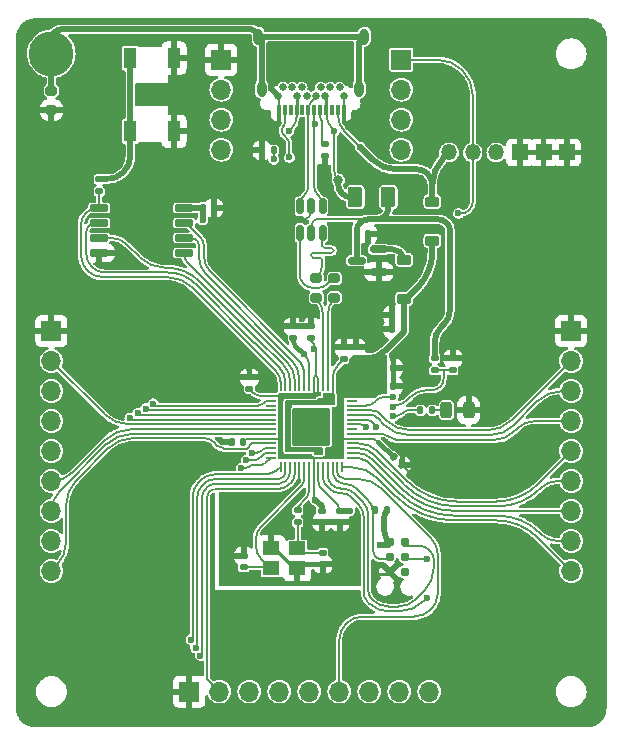
<source format=gbr>
%TF.GenerationSoftware,KiCad,Pcbnew,(7.0.0)*%
%TF.CreationDate,2023-03-20T16:27:41-06:00*%
%TF.ProjectId,OpenRectangleBreakout,4f70656e-5265-4637-9461-6e676c654272,rev?*%
%TF.SameCoordinates,Original*%
%TF.FileFunction,Copper,L1,Top*%
%TF.FilePolarity,Positive*%
%FSLAX46Y46*%
G04 Gerber Fmt 4.6, Leading zero omitted, Abs format (unit mm)*
G04 Created by KiCad (PCBNEW (7.0.0)) date 2023-03-20 16:27:41*
%MOMM*%
%LPD*%
G01*
G04 APERTURE LIST*
G04 Aperture macros list*
%AMRoundRect*
0 Rectangle with rounded corners*
0 $1 Rounding radius*
0 $2 $3 $4 $5 $6 $7 $8 $9 X,Y pos of 4 corners*
0 Add a 4 corners polygon primitive as box body*
4,1,4,$2,$3,$4,$5,$6,$7,$8,$9,$2,$3,0*
0 Add four circle primitives for the rounded corners*
1,1,$1+$1,$2,$3*
1,1,$1+$1,$4,$5*
1,1,$1+$1,$6,$7*
1,1,$1+$1,$8,$9*
0 Add four rect primitives between the rounded corners*
20,1,$1+$1,$2,$3,$4,$5,0*
20,1,$1+$1,$4,$5,$6,$7,0*
20,1,$1+$1,$6,$7,$8,$9,0*
20,1,$1+$1,$8,$9,$2,$3,0*%
G04 Aperture macros list end*
%TA.AperFunction,SMDPad,CuDef*%
%ADD10RoundRect,0.135000X0.185000X-0.135000X0.185000X0.135000X-0.185000X0.135000X-0.185000X-0.135000X0*%
%TD*%
%TA.AperFunction,SMDPad,CuDef*%
%ADD11RoundRect,0.140000X-0.170000X0.140000X-0.170000X-0.140000X0.170000X-0.140000X0.170000X0.140000X0*%
%TD*%
%TA.AperFunction,SMDPad,CuDef*%
%ADD12RoundRect,0.140000X0.140000X0.170000X-0.140000X0.170000X-0.140000X-0.170000X0.140000X-0.170000X0*%
%TD*%
%TA.AperFunction,SMDPad,CuDef*%
%ADD13R,0.300000X0.900000*%
%TD*%
%TA.AperFunction,ComponentPad*%
%ADD14C,0.650000*%
%TD*%
%TA.AperFunction,ComponentPad*%
%ADD15O,0.800000X1.400000*%
%TD*%
%TA.AperFunction,SMDPad,CuDef*%
%ADD16RoundRect,0.225000X0.375000X-0.225000X0.375000X0.225000X-0.375000X0.225000X-0.375000X-0.225000X0*%
%TD*%
%TA.AperFunction,SMDPad,CuDef*%
%ADD17RoundRect,0.140000X-0.140000X-0.170000X0.140000X-0.170000X0.140000X0.170000X-0.140000X0.170000X0*%
%TD*%
%TA.AperFunction,SMDPad,CuDef*%
%ADD18RoundRect,0.200000X-0.275000X0.200000X-0.275000X-0.200000X0.275000X-0.200000X0.275000X0.200000X0*%
%TD*%
%TA.AperFunction,SMDPad,CuDef*%
%ADD19RoundRect,0.150000X0.587500X0.150000X-0.587500X0.150000X-0.587500X-0.150000X0.587500X-0.150000X0*%
%TD*%
%TA.AperFunction,SMDPad,CuDef*%
%ADD20R,1.400000X1.200000*%
%TD*%
%TA.AperFunction,SMDPad,CuDef*%
%ADD21R,1.100000X1.800000*%
%TD*%
%TA.AperFunction,SMDPad,CuDef*%
%ADD22RoundRect,0.140000X0.170000X-0.140000X0.170000X0.140000X-0.170000X0.140000X-0.170000X-0.140000X0*%
%TD*%
%TA.AperFunction,ComponentPad*%
%ADD23R,1.700000X1.700000*%
%TD*%
%TA.AperFunction,ComponentPad*%
%ADD24O,1.700000X1.700000*%
%TD*%
%TA.AperFunction,SMDPad,CuDef*%
%ADD25RoundRect,0.135000X-0.185000X0.135000X-0.185000X-0.135000X0.185000X-0.135000X0.185000X0.135000X0*%
%TD*%
%TA.AperFunction,SMDPad,CuDef*%
%ADD26RoundRect,0.050000X-0.387500X-0.050000X0.387500X-0.050000X0.387500X0.050000X-0.387500X0.050000X0*%
%TD*%
%TA.AperFunction,SMDPad,CuDef*%
%ADD27RoundRect,0.050000X-0.050000X-0.387500X0.050000X-0.387500X0.050000X0.387500X-0.050000X0.387500X0*%
%TD*%
%TA.AperFunction,ComponentPad*%
%ADD28C,0.600000*%
%TD*%
%TA.AperFunction,SMDPad,CuDef*%
%ADD29RoundRect,0.144000X-1.456000X-1.456000X1.456000X-1.456000X1.456000X1.456000X-1.456000X1.456000X0*%
%TD*%
%TA.AperFunction,SMDPad,CuDef*%
%ADD30RoundRect,0.243750X0.243750X0.456250X-0.243750X0.456250X-0.243750X-0.456250X0.243750X-0.456250X0*%
%TD*%
%TA.AperFunction,SMDPad,CuDef*%
%ADD31RoundRect,0.150000X-0.150000X0.512500X-0.150000X-0.512500X0.150000X-0.512500X0.150000X0.512500X0*%
%TD*%
%TA.AperFunction,SMDPad,CuDef*%
%ADD32RoundRect,0.135000X0.135000X0.185000X-0.135000X0.185000X-0.135000X-0.185000X0.135000X-0.185000X0*%
%TD*%
%TA.AperFunction,ComponentPad*%
%ADD33C,3.800000*%
%TD*%
%TA.AperFunction,SMDPad,CuDef*%
%ADD34RoundRect,0.135000X-0.135000X-0.185000X0.135000X-0.185000X0.135000X0.185000X-0.135000X0.185000X0*%
%TD*%
%TA.AperFunction,SMDPad,CuDef*%
%ADD35RoundRect,0.150000X-0.650000X-0.150000X0.650000X-0.150000X0.650000X0.150000X-0.650000X0.150000X0*%
%TD*%
%TA.AperFunction,ComponentPad*%
%ADD36R,1.350000X1.350000*%
%TD*%
%TA.AperFunction,ComponentPad*%
%ADD37O,1.350000X1.350000*%
%TD*%
%TA.AperFunction,ConnectorPad*%
%ADD38C,0.787400*%
%TD*%
%TA.AperFunction,SMDPad,CuDef*%
%ADD39RoundRect,0.200000X0.275000X-0.200000X0.275000X0.200000X-0.275000X0.200000X-0.275000X-0.200000X0*%
%TD*%
%TA.AperFunction,SMDPad,CuDef*%
%ADD40RoundRect,0.250000X-0.375000X-0.625000X0.375000X-0.625000X0.375000X0.625000X-0.375000X0.625000X0*%
%TD*%
%TA.AperFunction,SMDPad,CuDef*%
%ADD41RoundRect,0.140000X-0.219203X-0.021213X-0.021213X-0.219203X0.219203X0.021213X0.021213X0.219203X0*%
%TD*%
%TA.AperFunction,ViaPad*%
%ADD42C,0.600000*%
%TD*%
%TA.AperFunction,ViaPad*%
%ADD43C,0.800000*%
%TD*%
%TA.AperFunction,Conductor*%
%ADD44C,0.200000*%
%TD*%
%TA.AperFunction,Conductor*%
%ADD45C,0.500000*%
%TD*%
%TA.AperFunction,Conductor*%
%ADD46C,0.381000*%
%TD*%
%TA.AperFunction,Conductor*%
%ADD47C,0.250000*%
%TD*%
%TA.AperFunction,Conductor*%
%ADD48C,0.254000*%
%TD*%
G04 APERTURE END LIST*
D10*
%TO.P,R6,1*%
%TO.N,VBUS_SENSE*%
X56966468Y-58604807D03*
%TO.P,R6,2*%
%TO.N,GND*%
X56966468Y-57584807D03*
%TD*%
D11*
%TO.P,C7,1*%
%TO.N,GND*%
X39261468Y-74318825D03*
%TO.P,C7,2*%
%TO.N,XTAL_IN*%
X39261468Y-75278825D03*
%TD*%
D12*
%TO.P,C9,1*%
%TO.N,+3V3*%
X52796468Y-53914807D03*
%TO.P,C9,2*%
%TO.N,GND*%
X51836468Y-53914807D03*
%TD*%
D13*
%TO.P,J1,A1,GND*%
%TO.N,GND*%
X47724967Y-36559806D03*
%TO.P,J1,A2,TX1+*%
%TO.N,3vCable*%
X47224967Y-36559806D03*
%TO.P,J1,A3,TX1-*%
%TO.N,unconnected-(J1-TX1--PadA3)*%
X46724967Y-36559806D03*
%TO.P,J1,A4,VBUS*%
%TO.N,VCC*%
X46224967Y-36559806D03*
%TO.P,J1,A5,CC1*%
%TO.N,Net-(J1-CC1)*%
X45724967Y-36559806D03*
%TO.P,J1,A6,D+*%
%TO.N,DBUS+*%
X45224967Y-36559806D03*
%TO.P,J1,A7,D-*%
%TO.N,DBUS-*%
X44724967Y-36559806D03*
%TO.P,J1,A8,SBU1*%
%TO.N,unconnected-(J1-SBU1-PadA8)*%
X44224967Y-36559806D03*
%TO.P,J1,A9,VBUS*%
%TO.N,VCC*%
X43724967Y-36559806D03*
%TO.P,J1,A10,RX2-*%
%TO.N,unconnected-(J1-RX2--PadA10)*%
X43224967Y-36559806D03*
%TO.P,J1,A11,RX2+*%
%TO.N,DATA*%
X42724967Y-36559806D03*
%TO.P,J1,A12,GND*%
%TO.N,GND*%
X42224967Y-36559806D03*
D14*
%TO.P,J1,B1,GND*%
X42174968Y-35349807D03*
%TO.P,J1,B2,TX2+*%
%TO.N,3vCable*%
X42574968Y-34649807D03*
%TO.P,J1,B3,TX2-*%
%TO.N,unconnected-(J1-TX2--PadB3)*%
X43374968Y-34649807D03*
%TO.P,J1,B4,VBUS*%
%TO.N,VCC*%
X43774968Y-35349807D03*
%TO.P,J1,B5,CC2*%
%TO.N,Net-(J1-CC2)*%
X44174968Y-34649807D03*
%TO.P,J1,B6,D+*%
%TO.N,DBUS+*%
X44574968Y-35349807D03*
%TO.P,J1,B7,D-*%
%TO.N,DBUS-*%
X45374968Y-35349807D03*
%TO.P,J1,B8,SBU2*%
%TO.N,unconnected-(J1-SBU2-PadB8)*%
X45774968Y-34649807D03*
%TO.P,J1,B9,VBUS*%
%TO.N,VCC*%
X46174968Y-35349807D03*
%TO.P,J1,B10,RX1-*%
%TO.N,unconnected-(J1-RX1--PadB10)*%
X46574968Y-34649807D03*
%TO.P,J1,B11,RX1+*%
%TO.N,DATA*%
X47374968Y-34649807D03*
%TO.P,J1,B12,GND*%
%TO.N,GND*%
X47774968Y-35349807D03*
D15*
%TO.P,J1,S1,SHIELD*%
%TO.N,Earth*%
X49464967Y-30359806D03*
X49029967Y-34749806D03*
X40769967Y-34749806D03*
X40484967Y-30359806D03*
%TD*%
D10*
%TO.P,R11,1*%
%TO.N,/XTAL_O*%
X43833468Y-71483057D03*
%TO.P,R11,2*%
%TO.N,XTAL_OUT*%
X43833468Y-70463057D03*
%TD*%
D11*
%TO.P,C6,1*%
%TO.N,+1V1*%
X47389468Y-70493057D03*
%TO.P,C6,2*%
%TO.N,GND*%
X47389468Y-71453057D03*
%TD*%
D16*
%TO.P,D2,1,K*%
%TO.N,+3V3*%
X55226468Y-47619807D03*
%TO.P,D2,2,A*%
%TO.N,3vCable*%
X55226468Y-44319807D03*
%TD*%
D17*
%TO.P,C16,1*%
%TO.N,+3V3*%
X50973468Y-58400057D03*
%TO.P,C16,2*%
%TO.N,GND*%
X51933468Y-58400057D03*
%TD*%
%TO.P,C3,1*%
%TO.N,+3V3*%
X35765000Y-44850000D03*
%TO.P,C3,2*%
%TO.N,GND*%
X36725000Y-44850000D03*
%TD*%
D18*
%TO.P,R8,1*%
%TO.N,D+*%
X45406468Y-50804807D03*
%TO.P,R8,2*%
%TO.N,/D_+*%
X45406468Y-52454807D03*
%TD*%
D19*
%TO.P,U1,1,GND*%
%TO.N,GND*%
X50686468Y-50259807D03*
%TO.P,U1,2,VO*%
%TO.N,Net-(D1-A)*%
X50686468Y-48359807D03*
%TO.P,U1,3,VI*%
%TO.N,+5V*%
X48811468Y-49309807D03*
%TD*%
D20*
%TO.P,Y1,1,1*%
%TO.N,/XTAL_O*%
X43790467Y-73679056D03*
%TO.P,Y1,2,2*%
%TO.N,GND*%
X41590467Y-73679056D03*
%TO.P,Y1,3,3*%
%TO.N,XTAL_IN*%
X41590467Y-75379056D03*
%TO.P,Y1,4,4*%
%TO.N,GND*%
X43790467Y-75379056D03*
%TD*%
D21*
%TO.P,SW1,1,1*%
%TO.N,GND*%
X33360378Y-32158717D03*
X33360378Y-38358717D03*
%TO.P,SW1,2,2*%
%TO.N,/~{USB_BOOT}*%
X29660378Y-32158717D03*
X29660378Y-38358717D03*
%TD*%
D22*
%TO.P,C8,1*%
%TO.N,GND*%
X45964218Y-75024825D03*
%TO.P,C8,2*%
%TO.N,/XTAL_O*%
X45964218Y-74064825D03*
%TD*%
D23*
%TO.P,J6,1,Pin_1*%
%TO.N,GND*%
X22974967Y-55269999D03*
D24*
%TO.P,J6,2,Pin_2*%
%TO.N,L*%
X22974967Y-57809999D03*
%TO.P,J6,3,Pin_3*%
%TO.N,LEFT*%
X22974967Y-60349999D03*
%TO.P,J6,4,Pin_4*%
%TO.N,DOWN*%
X22974967Y-62889999D03*
%TO.P,J6,5,Pin_5*%
%TO.N,RIGHT*%
X22974967Y-65429999D03*
%TO.P,J6,6,Pin_6*%
%TO.N,M1*%
X22974967Y-67969999D03*
%TO.P,J6,7,Pin_7*%
%TO.N,M2*%
X22974967Y-70509999D03*
%TO.P,J6,8,Pin_8*%
%TO.N,START*%
X22974967Y-73049999D03*
%TO.P,J6,9,Pin_9*%
%TO.N,8*%
X22974967Y-75589999D03*
%TD*%
D11*
%TO.P,C14,1*%
%TO.N,+3V3*%
X45865468Y-70493057D03*
%TO.P,C14,2*%
%TO.N,GND*%
X45865468Y-71453057D03*
%TD*%
D25*
%TO.P,R10,1*%
%TO.N,/~{USB_BOOT}*%
X27020379Y-42413718D03*
%TO.P,R10,2*%
%TO.N,CS*%
X27020379Y-43433718D03*
%TD*%
D23*
%TO.P,J3,1,Pin_1*%
%TO.N,DATA*%
X52594967Y-32308806D03*
D24*
%TO.P,J3,2,Pin_2*%
%TO.N,unconnected-(J3-Pin_2-Pad2)*%
X52594967Y-34848806D03*
%TO.P,J3,3,Pin_3*%
%TO.N,DBUS-*%
X52594967Y-37388806D03*
%TO.P,J3,4,Pin_4*%
%TO.N,DBUS+*%
X52594967Y-39928806D03*
%TD*%
D26*
%TO.P,U3,1,IOVDD*%
%TO.N,+3V3*%
X41538968Y-60784807D03*
%TO.P,U3,2,GPIO0*%
%TO.N,START*%
X41538968Y-61184807D03*
%TO.P,U3,3,GPIO1*%
%TO.N,unconnected-(U3-GPIO1-Pad3)*%
X41538968Y-61584807D03*
%TO.P,U3,4,GPIO2*%
%TO.N,RIGHT*%
X41538968Y-61984807D03*
%TO.P,U3,5,GPIO3*%
%TO.N,DOWN*%
X41538968Y-62384807D03*
%TO.P,U3,6,GPIO4*%
%TO.N,LEFT*%
X41538968Y-62784807D03*
%TO.P,U3,7,GPIO5*%
%TO.N,L*%
X41538968Y-63184807D03*
%TO.P,U3,8,GPIO6*%
%TO.N,M1*%
X41538968Y-63584807D03*
%TO.P,U3,9,GPIO7*%
%TO.N,M2*%
X41538968Y-63984807D03*
%TO.P,U3,10,IOVDD*%
%TO.N,+3V3*%
X41538968Y-64384807D03*
%TO.P,U3,11,GPIO8*%
%TO.N,8*%
X41538968Y-64784807D03*
%TO.P,U3,12,GPIO9*%
%TO.N,9*%
X41538968Y-65184807D03*
%TO.P,U3,13,GPIO10*%
%TO.N,SELECT*%
X41538968Y-65584807D03*
%TO.P,U3,14,GPIO11*%
%TO.N,HOME*%
X41538968Y-65984807D03*
D27*
%TO.P,U3,15,GPIO12*%
%TO.N,C_UP*%
X42376468Y-66822307D03*
%TO.P,U3,16,GPIO13*%
%TO.N,C_LT*%
X42776468Y-66822307D03*
%TO.P,U3,17,GPIO14*%
%TO.N,A*%
X43176468Y-66822307D03*
%TO.P,U3,18,GPIO15*%
%TO.N,C_DN*%
X43576468Y-66822307D03*
%TO.P,U3,19,TESTEN*%
%TO.N,GND*%
X43976468Y-66822307D03*
%TO.P,U3,20,XTAL_IN*%
%TO.N,XTAL_IN*%
X44376468Y-66822307D03*
%TO.P,U3,21,XTAL_OUT*%
%TO.N,XTAL_OUT*%
X44776468Y-66822307D03*
%TO.P,U3,22,IOVDD*%
%TO.N,+3V3*%
X45176468Y-66822307D03*
%TO.P,U3,23,DVDD*%
%TO.N,+1V1*%
X45576468Y-66822307D03*
%TO.P,U3,24,SWCLK*%
%TO.N,SWCLK*%
X45976468Y-66822307D03*
%TO.P,U3,25,SWDIO*%
%TO.N,SWD*%
X46376468Y-66822307D03*
%TO.P,U3,26,~{RUN}*%
%TO.N,~{RESET}*%
X46776468Y-66822307D03*
%TO.P,U3,27,GPIO16*%
%TO.N,C_RT*%
X47176468Y-66822307D03*
%TO.P,U3,28,GPIO17*%
%TO.N,UP*%
X47576468Y-66822307D03*
D26*
%TO.P,U3,29,GPIO18*%
%TO.N,MS*%
X48413968Y-65984807D03*
%TO.P,U3,30,GPIO19*%
%TO.N,Z*%
X48413968Y-65584807D03*
%TO.P,U3,31,GPIO20*%
%TO.N,LS*%
X48413968Y-65184807D03*
%TO.P,U3,32,GPIO21*%
%TO.N,X*%
X48413968Y-64784807D03*
%TO.P,U3,33,IOVDD*%
%TO.N,+3V3*%
X48413968Y-64384807D03*
%TO.P,U3,34,GPIO22*%
%TO.N,Y*%
X48413968Y-63984807D03*
%TO.P,U3,35,GPIO23*%
%TO.N,unconnected-(U3-GPIO23-Pad35)*%
X48413968Y-63584807D03*
%TO.P,U3,36,GPIO24*%
%TO.N,VBUS_SENSE*%
X48413968Y-63184807D03*
%TO.P,U3,37,GPIO25*%
%TO.N,PICO_LED*%
X48413968Y-62784807D03*
%TO.P,U3,38,GPIO26/ADC0*%
%TO.N,B*%
X48413968Y-62384807D03*
%TO.P,U3,39,GPIO27/ADC1*%
%TO.N,R*%
X48413968Y-61984807D03*
%TO.P,U3,40,GPIO28/ADC2*%
%TO.N,DATA*%
X48413968Y-61584807D03*
%TO.P,U3,41,GPIO29/ADC3*%
%TO.N,unconnected-(U3-GPIO29{slash}ADC3-Pad41)*%
X48413968Y-61184807D03*
%TO.P,U3,42,IOVDD*%
%TO.N,+3V3*%
X48413968Y-60784807D03*
D27*
%TO.P,U3,43,ADC_AVDD*%
X47576468Y-59947307D03*
%TO.P,U3,44,VREG_VIN*%
X47176468Y-59947307D03*
%TO.P,U3,45,VREG_VOUT*%
%TO.N,+1V1*%
X46776468Y-59947307D03*
%TO.P,U3,46,D-*%
%TO.N,/D_-*%
X46376468Y-59947307D03*
%TO.P,U3,47,D+*%
%TO.N,/D_+*%
X45976468Y-59947307D03*
%TO.P,U3,48,USB_VDD*%
%TO.N,+3V3*%
X45576468Y-59947307D03*
%TO.P,U3,49,IOVDD*%
X45176468Y-59947307D03*
%TO.P,U3,50,DVDD*%
%TO.N,+1V1*%
X44776468Y-59947307D03*
%TO.P,U3,51,QSPI_SD3*%
%TO.N,SD3*%
X44376468Y-59947307D03*
%TO.P,U3,52,QSPI_SCLK*%
%TO.N,QSPI_CLK*%
X43976468Y-59947307D03*
%TO.P,U3,53,QSPI_SD0*%
%TO.N,SD0*%
X43576468Y-59947307D03*
%TO.P,U3,54,QSPI_SD2*%
%TO.N,SD2*%
X43176468Y-59947307D03*
%TO.P,U3,55,QSPI_SD1*%
%TO.N,SD1*%
X42776468Y-59947307D03*
%TO.P,U3,56,QSPI_SS_N*%
%TO.N,CS*%
X42376468Y-59947307D03*
D28*
%TO.P,U3,57,GND*%
%TO.N,GND*%
X43701468Y-62109807D03*
X43701468Y-63384807D03*
X43701468Y-64659807D03*
X44976468Y-62109807D03*
X44976468Y-63384807D03*
D29*
X44976468Y-63384807D03*
D28*
X44976468Y-64659807D03*
X46251468Y-62109807D03*
X46251468Y-63384807D03*
X46251468Y-64659807D03*
%TD*%
D30*
%TO.P,D3,1,K*%
%TO.N,GND*%
X58291468Y-61989807D03*
%TO.P,D3,2,A*%
%TO.N,Net-(D3-A)*%
X56416468Y-61989807D03*
%TD*%
D31*
%TO.P,U2,1,I/O1*%
%TO.N,DBUS+*%
X45926468Y-44702307D03*
%TO.P,U2,2,GND*%
%TO.N,GND*%
X44976468Y-44702307D03*
%TO.P,U2,3,I/O2*%
%TO.N,DBUS-*%
X44026468Y-44702307D03*
%TO.P,U2,4,I/O2*%
%TO.N,D-*%
X44026468Y-46977307D03*
%TO.P,U2,5,VBUS*%
%TO.N,+5V*%
X44976468Y-46977307D03*
%TO.P,U2,6,I/O1*%
%TO.N,D+*%
X45926468Y-46977307D03*
%TD*%
D32*
%TO.P,R7,1*%
%TO.N,+3V3*%
X51406468Y-70419807D03*
%TO.P,R7,2*%
%TO.N,~{RESET}*%
X50386468Y-70419807D03*
%TD*%
D22*
%TO.P,C4,1*%
%TO.N,+1V1*%
X47742218Y-57625825D03*
%TO.P,C4,2*%
%TO.N,GND*%
X47742218Y-56665825D03*
%TD*%
D33*
%TO.P,H1,1,1*%
%TO.N,Earth*%
X22974968Y-31804957D03*
%TD*%
D22*
%TO.P,C10,1*%
%TO.N,+3V3*%
X44976468Y-55832057D03*
%TO.P,C10,2*%
%TO.N,GND*%
X44976468Y-54872057D03*
%TD*%
D18*
%TO.P,R9,1*%
%TO.N,D-*%
X46936468Y-50804807D03*
%TO.P,R9,2*%
%TO.N,/D_-*%
X46936468Y-52454807D03*
%TD*%
D17*
%TO.P,C17,1*%
%TO.N,+3V3*%
X50973468Y-59924057D03*
%TO.P,C17,2*%
%TO.N,GND*%
X51933468Y-59924057D03*
%TD*%
D34*
%TO.P,R2,1*%
%TO.N,GND*%
X40790000Y-39980000D03*
%TO.P,R2,2*%
%TO.N,Net-(J1-CC2)*%
X41810000Y-39980000D03*
%TD*%
D17*
%TO.P,C1,1*%
%TO.N,GND*%
X51836468Y-55114807D03*
%TO.P,C1,2*%
%TO.N,+3V3*%
X52796468Y-55114807D03*
%TD*%
D25*
%TO.P,R5,1*%
%TO.N,+5V*%
X55426468Y-57584807D03*
%TO.P,R5,2*%
%TO.N,VBUS_SENSE*%
X55426468Y-58604807D03*
%TD*%
D35*
%TO.P,U4,1,~{CS}*%
%TO.N,CS*%
X27020379Y-44848718D03*
%TO.P,U4,2,DO(IO1)*%
%TO.N,SD1*%
X27020379Y-46118718D03*
%TO.P,U4,3,IO2*%
%TO.N,SD2*%
X27020379Y-47388718D03*
%TO.P,U4,4,GND*%
%TO.N,GND*%
X27020379Y-48658718D03*
%TO.P,U4,5,DI(IO0)*%
%TO.N,SD0*%
X34220379Y-48658718D03*
%TO.P,U4,6,CLK*%
%TO.N,QSPI_CLK*%
X34220379Y-47388718D03*
%TO.P,U4,7,IO3*%
%TO.N,SD3*%
X34220379Y-46118718D03*
%TO.P,U4,8,VCC*%
%TO.N,+3V3*%
X34220379Y-44848718D03*
%TD*%
D16*
%TO.P,D1,1,K*%
%TO.N,+3V3*%
X52846468Y-52549807D03*
%TO.P,D1,2,A*%
%TO.N,Net-(D1-A)*%
X52846468Y-49249807D03*
%TD*%
D23*
%TO.P,J4,1,Pin_1*%
%TO.N,GND*%
X37354967Y-32308806D03*
D24*
%TO.P,J4,2,Pin_2*%
%TO.N,3vCable*%
X37354967Y-34848806D03*
%TO.P,J4,3,Pin_3*%
%TO.N,unconnected-(J4-Pin_3-Pad3)*%
X37354967Y-37388806D03*
%TO.P,J4,4,Pin_4*%
%TO.N,VCC*%
X37354967Y-39928806D03*
%TD*%
D22*
%TO.P,C12,1*%
%TO.N,+3V3*%
X48758218Y-57625825D03*
%TO.P,C12,2*%
%TO.N,GND*%
X48758218Y-56665825D03*
%TD*%
D36*
%TO.P,J5,1,Pin_1*%
%TO.N,GND*%
X66639999Y-40159999D03*
%TO.P,J5,2,Pin_2*%
X64639999Y-40159999D03*
%TO.P,J5,3,Pin_3*%
X62639999Y-40159999D03*
D37*
%TO.P,J5,4,Pin_4*%
%TO.N,VCC*%
X60639999Y-40159999D03*
%TO.P,J5,5,Pin_5*%
%TO.N,DATA*%
X58639999Y-40159999D03*
%TO.P,J5,6,Pin_6*%
%TO.N,3vCable*%
X56639999Y-40159999D03*
%TD*%
D22*
%TO.P,C5,1*%
%TO.N,+1V1*%
X43452468Y-55832057D03*
%TO.P,C5,2*%
%TO.N,GND*%
X43452468Y-54872057D03*
%TD*%
D12*
%TO.P,C15,1*%
%TO.N,+3V3*%
X39220000Y-64640000D03*
%TO.P,C15,2*%
%TO.N,GND*%
X38260000Y-64640000D03*
%TD*%
D25*
%TO.P,R3,1*%
%TO.N,Net-(J1-CC1)*%
X46140000Y-39430000D03*
%TO.P,R3,2*%
%TO.N,GND*%
X46140000Y-40450000D03*
%TD*%
D38*
%TO.P,J2,1,VCC*%
%TO.N,+3V3*%
X51611468Y-73120000D03*
%TO.P,J2,2,SWDIO*%
%TO.N,SWD*%
X52881468Y-73120000D03*
%TO.P,J2,3,~{RST}*%
%TO.N,~{RESET}*%
X51611468Y-74390000D03*
%TO.P,J2,4,SWCLK*%
%TO.N,SWCLK*%
X52881468Y-74390000D03*
%TO.P,J2,5,GND*%
%TO.N,GND*%
X51611468Y-75660000D03*
%TO.P,J2,6,SWO*%
%TO.N,unconnected-(J2-SWO-Pad6)*%
X52881468Y-75660000D03*
%TD*%
D39*
%TO.P,R1,1*%
%TO.N,GND*%
X22970000Y-36575000D03*
%TO.P,R1,2*%
%TO.N,Earth*%
X22970000Y-34925000D03*
%TD*%
D23*
%TO.P,J8,1,Pin_1*%
%TO.N,GND*%
X66974967Y-55269999D03*
D24*
%TO.P,J8,2,Pin_2*%
%TO.N,R*%
X66974967Y-57809999D03*
%TO.P,J8,3,Pin_3*%
%TO.N,B*%
X66974967Y-60349999D03*
%TO.P,J8,4,Pin_4*%
%TO.N,Y*%
X66974967Y-62889999D03*
%TO.P,J8,5,Pin_5*%
%TO.N,X*%
X66974967Y-65429999D03*
%TO.P,J8,6,Pin_6*%
%TO.N,LS*%
X66974967Y-67969999D03*
%TO.P,J8,7,Pin_7*%
%TO.N,Z*%
X66974967Y-70509999D03*
%TO.P,J8,8,Pin_8*%
%TO.N,MS*%
X66974967Y-73049999D03*
%TO.P,J8,9,Pin_9*%
%TO.N,UP*%
X66974967Y-75589999D03*
%TD*%
D40*
%TO.P,F1,1*%
%TO.N,VCC*%
X48706468Y-43949807D03*
%TO.P,F1,2*%
%TO.N,+5V*%
X51506468Y-43949807D03*
%TD*%
D34*
%TO.P,R4,1*%
%TO.N,PICO_LED*%
X54216468Y-61999807D03*
%TO.P,R4,2*%
%TO.N,Net-(D3-A)*%
X55236468Y-61999807D03*
%TD*%
D41*
%TO.P,C11,1*%
%TO.N,+3V3*%
X51943057Y-65966289D03*
%TO.P,C11,2*%
%TO.N,GND*%
X52621879Y-66645111D03*
%TD*%
D12*
%TO.P,C2,1*%
%TO.N,GND*%
X49776468Y-47069807D03*
%TO.P,C2,2*%
%TO.N,+5V*%
X48816468Y-47069807D03*
%TD*%
D23*
%TO.P,J7,1,Pin_1*%
%TO.N,GND*%
X34649999Y-85804956D03*
D24*
%TO.P,J7,2,Pin_2*%
%TO.N,C_DN*%
X37189999Y-85804956D03*
%TO.P,J7,3,Pin_3*%
%TO.N,C_LT*%
X39729999Y-85804956D03*
%TO.P,J7,4,Pin_4*%
%TO.N,A*%
X42269999Y-85804956D03*
%TO.P,J7,5,Pin_5*%
%TO.N,C_UP*%
X44809999Y-85804956D03*
%TO.P,J7,6,Pin_6*%
%TO.N,C_RT*%
X47349999Y-85804956D03*
%TO.P,J7,7,Pin_7*%
%TO.N,9*%
X49889999Y-85804956D03*
%TO.P,J7,8,Pin_8*%
%TO.N,SELECT*%
X52429999Y-85804956D03*
%TO.P,J7,9,Pin_9*%
%TO.N,HOME*%
X54969999Y-85804956D03*
%TD*%
D22*
%TO.P,C13,1*%
%TO.N,+3V3*%
X39741218Y-60165825D03*
%TO.P,C13,2*%
%TO.N,GND*%
X39741218Y-59205825D03*
%TD*%
D42*
%TO.N,GND*%
X45870000Y-72470000D03*
X37500000Y-64650000D03*
X45297468Y-53732700D03*
X47202468Y-53732700D03*
X37745000Y-44840000D03*
X51933218Y-57559807D03*
X44186218Y-54224825D03*
X42396468Y-45839807D03*
X48758218Y-55748825D03*
X39741218Y-58415825D03*
X48530000Y-71460000D03*
X53656468Y-53964807D03*
X53298468Y-67321700D03*
X50409207Y-75879807D03*
X39472646Y-39972648D03*
X51046468Y-55124807D03*
X45964218Y-76068825D03*
X39261468Y-73401825D03*
X50566468Y-47059807D03*
X46150000Y-41634500D03*
D43*
X28990000Y-48650000D03*
D42*
%TO.N,+3V3*%
X45329218Y-69591825D03*
X45202218Y-56764825D03*
X50809207Y-73359807D03*
X35765000Y-45880000D03*
%TO.N,+1V1*%
X48250218Y-70480825D03*
X45583218Y-65484307D03*
X45710218Y-61247057D03*
X44341468Y-57257057D03*
%TO.N,3vCable*%
X49127595Y-39712405D03*
D43*
%TO.N,VCC*%
X47258331Y-42501669D03*
D42*
X43066468Y-38349807D03*
X46916468Y-38349807D03*
%TO.N,DBUS+*%
X45324468Y-37750307D03*
%TO.N,DATA*%
X43120000Y-40580000D03*
X57436468Y-45320419D03*
X51919582Y-60857807D03*
%TO.N,Net-(J1-CC2)*%
X41810000Y-40730000D03*
%TO.N,SWCLK*%
X54740379Y-77913718D03*
X54736968Y-74579807D03*
%TO.N,PICO_LED*%
X51919582Y-62468082D03*
X50440379Y-63385307D03*
%TO.N,VBUS_SENSE*%
X49620379Y-63385307D03*
X51919582Y-61668579D03*
%TO.N,START*%
X31580000Y-61435307D03*
%TO.N,RIGHT*%
X30944140Y-61835307D03*
%TO.N,DOWN*%
X30298259Y-62235307D03*
%TO.N,LEFT*%
X29608634Y-62635307D03*
%TO.N,C_LT*%
X35185493Y-82089982D03*
%TO.N,A*%
X35585493Y-82750000D03*
%TO.N,C_UP*%
X34785493Y-81401669D03*
%TO.N,9*%
X39922518Y-65576136D03*
%TO.N,SELECT*%
X39470000Y-66230000D03*
%TO.N,HOME*%
X39057760Y-66864325D03*
%TD*%
D44*
%TO.N,START*%
X40470097Y-61584802D02*
G75*
G03*
X40823650Y-61438359I3J500002D01*
G01*
X41284311Y-61184813D02*
G75*
G03*
X40930758Y-61331253I-11J-499987D01*
G01*
X40823651Y-61438360D02*
X40930758Y-61331253D01*
X41284311Y-61184807D02*
X41538968Y-61184807D01*
X31940000Y-61584807D02*
X40470097Y-61584807D01*
%TO.N,GND*%
X44976468Y-44702307D02*
X44976468Y-45193176D01*
D45*
X46140000Y-40450000D02*
X46140000Y-41624500D01*
X37500000Y-64650000D02*
X38250000Y-64650000D01*
D44*
X53298468Y-67321700D02*
X52621879Y-66645111D01*
D45*
X47389468Y-71453057D02*
X48523057Y-71453057D01*
D44*
X43976468Y-66822307D02*
X43976468Y-67543336D01*
X47724968Y-35399807D02*
X47774968Y-35349807D01*
X44359837Y-45809807D02*
X42426468Y-45809807D01*
D45*
X51836468Y-53914807D02*
X51836468Y-55114807D01*
X38250000Y-64650000D02*
X38260000Y-64640000D01*
D46*
X45964218Y-75024825D02*
X45964218Y-76068825D01*
D44*
X47724968Y-36559807D02*
X47724968Y-35399807D01*
D47*
X51611468Y-75660000D02*
X51391661Y-75879807D01*
D46*
X45964218Y-75024825D02*
X44144700Y-75024825D01*
X39741218Y-59205825D02*
X39741218Y-58415825D01*
D45*
X39479998Y-39980000D02*
X39472646Y-39972648D01*
X40790000Y-39980000D02*
X39479998Y-39980000D01*
D44*
X42426468Y-45809807D02*
X42396468Y-45839807D01*
D46*
X39261468Y-73401825D02*
X39261468Y-74318825D01*
D44*
X43668371Y-68287148D02*
X39761893Y-72193626D01*
D45*
X28981282Y-48658718D02*
X28990000Y-48650000D01*
X45865468Y-71453057D02*
X45865468Y-72465468D01*
D46*
X51933468Y-58400057D02*
X51933468Y-59924057D01*
D45*
X36725000Y-44850000D02*
X37735000Y-44850000D01*
X51836468Y-55114807D02*
X51056468Y-55114807D01*
D44*
X42224968Y-36559807D02*
X42224968Y-35399807D01*
D45*
X45865468Y-72465468D02*
X45870000Y-72470000D01*
D44*
X48758218Y-56665825D02*
X48758218Y-55748825D01*
D47*
X51391661Y-75879807D02*
X50409207Y-75879807D01*
D45*
X46140000Y-41624500D02*
X46150000Y-41634500D01*
X51056468Y-55114807D02*
X51046468Y-55124807D01*
X27020379Y-48658718D02*
X28981282Y-48658718D01*
D46*
X51933218Y-57559807D02*
X51933218Y-58399807D01*
D45*
X43452468Y-54872057D02*
X44976468Y-54872057D01*
D48*
X43543490Y-75379057D02*
X41843490Y-73679057D01*
D45*
X50556468Y-47069807D02*
X50566468Y-47059807D01*
X48523057Y-71453057D02*
X48530000Y-71460000D01*
X49776468Y-47069807D02*
X50556468Y-47069807D01*
D44*
X42224968Y-35399807D02*
X42174968Y-35349807D01*
X39761919Y-72193652D02*
G75*
G03*
X39261468Y-73401825I1208081J-1208148D01*
G01*
X43668344Y-68287121D02*
G75*
G03*
X43976468Y-67543336I-743744J743821D01*
G01*
X44359837Y-45809868D02*
G75*
G03*
X44976468Y-45193176I-37J616668D01*
G01*
%TO.N,+3V3*%
X48413968Y-60784807D02*
X49403504Y-60784807D01*
D45*
X52846468Y-52549807D02*
X52846468Y-55064807D01*
D44*
X45354618Y-56917225D02*
X45354618Y-59032207D01*
D45*
X51179003Y-56966379D02*
X52796468Y-55348914D01*
D44*
X45576468Y-59947307D02*
X45576468Y-60541057D01*
X42706236Y-60784807D02*
X42789218Y-60701825D01*
X47869361Y-58514682D02*
X48758218Y-57625825D01*
D45*
X52796468Y-55348914D02*
X52796468Y-55114807D01*
D44*
X41538968Y-60784807D02*
X40774414Y-60784807D01*
X45202218Y-56352807D02*
X44976468Y-56127057D01*
D45*
X45329218Y-69591825D02*
X45865468Y-70128075D01*
D44*
X45459310Y-59136899D02*
X45357468Y-59035057D01*
X45176468Y-66822307D02*
X45176468Y-66093057D01*
X45176468Y-59947307D02*
X45176468Y-60803075D01*
X47544718Y-60784807D02*
X47516468Y-60813057D01*
X48413968Y-60784807D02*
X47544718Y-60784807D01*
D45*
X54090815Y-51472068D02*
X53013076Y-52549807D01*
D44*
X47576468Y-59947307D02*
X47576468Y-60746057D01*
X45202218Y-56764825D02*
X45354618Y-56917225D01*
D46*
X50615593Y-64638825D02*
X51943057Y-65966289D01*
D44*
X42293718Y-64384807D02*
X42309468Y-64369057D01*
X45176468Y-60803075D02*
X45202218Y-60828825D01*
X50110611Y-60491914D02*
X50678468Y-59924057D01*
D45*
X35765000Y-45880000D02*
X35765000Y-44850000D01*
D44*
X47176468Y-60473057D02*
X47176468Y-59947307D01*
X48413968Y-64384807D02*
X47541468Y-64384807D01*
X45202218Y-56764825D02*
X45202218Y-56352807D01*
X41538968Y-64384807D02*
X39475193Y-64384807D01*
X45576468Y-59947307D02*
X45576468Y-59419742D01*
X45357468Y-59035057D02*
X45293625Y-59098900D01*
D45*
X48758218Y-57625825D02*
X49586959Y-57625825D01*
D46*
X50678468Y-59924057D02*
X50973468Y-59924057D01*
D45*
X55226468Y-47619807D02*
X55226468Y-48520492D01*
D44*
X39475193Y-64384807D02*
X39220000Y-64640000D01*
X41538968Y-60784807D02*
X42706236Y-60784807D01*
X47576468Y-59947307D02*
X47576468Y-59221789D01*
D45*
X51382906Y-73054541D02*
X51448365Y-73120000D01*
D46*
X50973468Y-58400057D02*
X50973468Y-59924057D01*
D44*
X48413968Y-64384807D02*
X50002356Y-64384807D01*
D45*
X51156468Y-71023269D02*
X51156468Y-72241340D01*
D44*
X41538968Y-64384807D02*
X42293718Y-64384807D01*
X45176468Y-59381742D02*
X45176468Y-59947307D01*
D45*
X35765000Y-44850000D02*
X34220000Y-44850000D01*
X52846468Y-55064807D02*
X52796468Y-55114807D01*
D44*
X47176468Y-59947307D02*
X47576468Y-59547307D01*
X45176468Y-69439075D02*
X45176468Y-66822307D01*
X45354618Y-59032207D02*
X45357468Y-59035057D01*
D45*
X45865468Y-70128075D02*
X45865468Y-70493057D01*
D44*
X47576468Y-60746057D02*
X47643468Y-60813057D01*
X45329218Y-69591825D02*
X45176468Y-69439075D01*
D45*
X53013076Y-52549807D02*
X52846468Y-52549807D01*
X50809207Y-73359807D02*
X51591468Y-73359807D01*
X51448365Y-73120000D02*
X51611468Y-73120000D01*
D44*
X47516468Y-60813057D02*
X47176468Y-60473057D01*
X40067307Y-60491914D02*
X39741218Y-60165825D01*
X40067299Y-60491922D02*
G75*
G03*
X40774414Y-60784807I707101J707122D01*
G01*
D45*
X51156484Y-72241340D02*
G75*
G03*
X51382907Y-73054541I1593416J5540D01*
G01*
D44*
X45576447Y-59419742D02*
G75*
G03*
X45459310Y-59136899I-399947J42D01*
G01*
X47869360Y-58514681D02*
G75*
G03*
X47576468Y-59221789I707140J-707119D01*
G01*
D45*
X51406484Y-70419823D02*
G75*
G03*
X51156468Y-71023269I603316J-603477D01*
G01*
D44*
X45293597Y-59098872D02*
G75*
G03*
X45176468Y-59381742I282903J-282828D01*
G01*
D45*
X54090829Y-51472080D02*
G75*
G03*
X55226467Y-48520492I-3278229J2955580D01*
G01*
D44*
X49403504Y-60784808D02*
G75*
G03*
X50110611Y-60491914I-4J1000008D01*
G01*
X50615607Y-64638811D02*
G75*
G03*
X50002356Y-64384807I-613207J-613189D01*
G01*
D45*
X49586959Y-57625785D02*
G75*
G03*
X51179002Y-56966378I41J2251485D01*
G01*
%TO.N,+5V*%
X51506468Y-43949807D02*
X51506468Y-44819807D01*
X48811468Y-46819807D02*
X48811468Y-49309807D01*
D44*
X45462153Y-45809807D02*
X49801468Y-45809807D01*
D45*
X55726468Y-45819807D02*
X50136468Y-45819807D01*
X56199260Y-54707015D02*
X55953676Y-54952599D01*
X55426468Y-56225391D02*
X55426468Y-57269807D01*
X56726468Y-46819807D02*
X56726468Y-53434223D01*
X50136468Y-45819807D02*
X49811468Y-45819807D01*
X50506468Y-45819807D02*
X50136468Y-45819807D01*
D44*
X44976468Y-46416631D02*
X44976468Y-46509807D01*
X49801468Y-45809807D02*
X49811468Y-45819807D01*
D45*
X56726493Y-46819807D02*
G75*
G03*
X55726468Y-45819807I-999993J7D01*
G01*
X55953674Y-54952597D02*
G75*
G03*
X55426468Y-56225391I1272826J-1272803D01*
G01*
X49811468Y-45819768D02*
G75*
G03*
X48811468Y-46819807I32J-1000032D01*
G01*
X50506468Y-45819768D02*
G75*
G03*
X51506468Y-44819807I32J999968D01*
G01*
D44*
X45462153Y-45809773D02*
G75*
G03*
X45179312Y-45926965I47J-400027D01*
G01*
X45179300Y-45926953D02*
G75*
G03*
X44976468Y-46416631I489600J-489647D01*
G01*
D45*
X56199242Y-54706997D02*
G75*
G03*
X56726468Y-53434223I-1272742J1272797D01*
G01*
D46*
%TO.N,+1V1*%
X44341468Y-57257057D02*
X43622852Y-56538441D01*
D44*
X46776468Y-60791057D02*
X46627468Y-60940057D01*
D45*
X48250218Y-70480825D02*
X48237986Y-70493057D01*
D44*
X45576468Y-66822307D02*
X45576468Y-67970843D01*
X47389468Y-70446585D02*
X47389468Y-70493057D01*
D45*
X48237986Y-70493057D02*
X47389468Y-70493057D01*
D44*
X46776468Y-59947307D02*
X46776468Y-60791057D01*
X45869361Y-68677950D02*
X47213710Y-70022299D01*
X44341468Y-57257057D02*
X44483575Y-57399164D01*
X44776468Y-58106271D02*
X44776468Y-59947307D01*
X46776468Y-59947307D02*
X46776468Y-59316094D01*
X47288781Y-58079262D02*
X47742218Y-57625825D01*
X45576447Y-67970843D02*
G75*
G03*
X45869361Y-68677950I1000053J43D01*
G01*
X47389458Y-70446585D02*
G75*
G03*
X47213710Y-70022299I-600058J-15D01*
G01*
X47288786Y-58079267D02*
G75*
G03*
X46776468Y-59316094I1236814J-1236833D01*
G01*
D46*
X43452472Y-56127057D02*
G75*
G03*
X43622853Y-56538440I581728J-43D01*
G01*
D44*
X44776498Y-58106271D02*
G75*
G03*
X44483575Y-57399164I-999998J-29D01*
G01*
%TO.N,XTAL_IN*%
X44376468Y-66822307D02*
X44376468Y-67727626D01*
X40277468Y-72946674D02*
X40277468Y-73419305D01*
X39261468Y-75278825D02*
X41490236Y-75278825D01*
X40792773Y-74663362D02*
X41508468Y-75379057D01*
X44082007Y-68438518D02*
X40775001Y-71745524D01*
X40775004Y-71745527D02*
G75*
G03*
X40277468Y-72946674I1201196J-1201173D01*
G01*
X44081997Y-68438508D02*
G75*
G03*
X44376468Y-67727626I-710897J710908D01*
G01*
X40277456Y-73419305D02*
G75*
G03*
X40792773Y-74663362I1759344J5D01*
G01*
%TO.N,/XTAL_O*%
X45964218Y-74064825D02*
X44176236Y-74064825D01*
X43833468Y-73636057D02*
X43833468Y-71483057D01*
D45*
%TO.N,Net-(D1-A)*%
X52814700Y-49100370D02*
X52814700Y-49218039D01*
X50686468Y-48359807D02*
X51846468Y-48359807D01*
X52814700Y-49218039D02*
X52846468Y-49249807D01*
X52814694Y-49100372D02*
G75*
G03*
X51846468Y-48359808I-970194J-265228D01*
G01*
%TO.N,3vCable*%
X49127595Y-39712405D02*
X50201105Y-40785915D01*
D44*
X47810755Y-38395565D02*
X49127595Y-39712405D01*
D45*
X55226468Y-44319807D02*
X55226468Y-42895431D01*
X56161191Y-40638809D02*
X56640000Y-40160000D01*
D44*
X47224968Y-36559807D02*
X47224968Y-36981351D01*
D45*
X52102581Y-41573532D02*
X53904580Y-41573532D01*
X56161179Y-40638797D02*
G75*
G03*
X55226468Y-42895431I2256621J-2256603D01*
G01*
X55226468Y-42895431D02*
G75*
G03*
X53904580Y-41573532I-1321868J31D01*
G01*
D44*
X47225013Y-36981351D02*
G75*
G03*
X47810756Y-38395564I1999987J-49D01*
G01*
D45*
X50201107Y-40785913D02*
G75*
G03*
X52102581Y-41573532I1901493J1901513D01*
G01*
D44*
%TO.N,Net-(D3-A)*%
X55236468Y-61999807D02*
X56406468Y-61999807D01*
X56406468Y-61999807D02*
X56416468Y-61989807D01*
D45*
%TO.N,VCC*%
X48351671Y-43949807D02*
X48706468Y-43949807D01*
D44*
X43724968Y-36559807D02*
X43724968Y-37115530D01*
X46224968Y-36559807D02*
X46224968Y-36813948D01*
D47*
X43724968Y-36559807D02*
X43724968Y-35399807D01*
D44*
X43317832Y-38098443D02*
X43066468Y-38349807D01*
X46916468Y-38349807D02*
X46916468Y-41676301D01*
D47*
X46224968Y-35399807D02*
X46174968Y-35349807D01*
X46224968Y-36559807D02*
X46224968Y-35399807D01*
D45*
X47258331Y-42501669D02*
X47258331Y-42856467D01*
X47258393Y-42856467D02*
G75*
G03*
X48351671Y-43949807I1093307J-33D01*
G01*
D44*
X46916482Y-41676301D02*
G75*
G03*
X47258332Y-42501668I1167318J1D01*
G01*
X43317821Y-38098432D02*
G75*
G03*
X43724968Y-37115530I-982921J982932D01*
G01*
X46224925Y-36813948D02*
G75*
G03*
X46822020Y-38255359I2038475J48D01*
G01*
%TO.N,Net-(J1-CC1)*%
X45812836Y-37390146D02*
X45836600Y-37413910D01*
X45924468Y-39214468D02*
X46140000Y-39430000D01*
X45724968Y-36559807D02*
X45724968Y-37178014D01*
X45924468Y-37626042D02*
X45924468Y-39214468D01*
X45724968Y-37178014D02*
G75*
G03*
X45812836Y-37390146I300032J14D01*
G01*
X45924447Y-37626042D02*
G75*
G03*
X45836600Y-37413910I-299947J42D01*
G01*
%TO.N,DBUS+*%
X45633575Y-43856914D02*
X45517861Y-43741200D01*
X45926468Y-44702307D02*
X45926468Y-44564021D01*
X45224968Y-36559807D02*
X45224968Y-43034093D01*
X45224983Y-43034093D02*
G75*
G03*
X45517862Y-43741199I1000017J-7D01*
G01*
X45926462Y-44564021D02*
G75*
G03*
X45633574Y-43856915I-999962J21D01*
G01*
%TO.N,DBUS-*%
X44923214Y-35913061D02*
X45374968Y-35461307D01*
X44319361Y-43826914D02*
X44432075Y-43714200D01*
X44724968Y-36525521D02*
X44724966Y-36391682D01*
X44724968Y-36559807D02*
X44724968Y-43007093D01*
X44026468Y-44702307D02*
X44026468Y-44534021D01*
X45374968Y-35461307D02*
X45374968Y-35349807D01*
X44724968Y-36559807D02*
X44724968Y-36525521D01*
X44432072Y-43714197D02*
G75*
G03*
X44724968Y-43007093I-707072J707097D01*
G01*
X44923233Y-35913080D02*
G75*
G03*
X44724966Y-36391682I478567J-478620D01*
G01*
X44319344Y-43826897D02*
G75*
G03*
X44026468Y-44534021I707156J-707103D01*
G01*
%TO.N,DATA*%
X43120000Y-40580000D02*
X43120000Y-39355685D01*
X58640000Y-40160000D02*
X58640000Y-44320419D01*
X52594968Y-32308807D02*
X55640000Y-32308807D01*
X57640000Y-45320419D02*
X57436468Y-45320419D01*
X58640000Y-35308807D02*
X58640000Y-40160000D01*
X43002842Y-39072842D02*
X42627157Y-38697157D01*
X51168504Y-60869807D02*
X51956468Y-60869807D01*
X42724968Y-37680671D02*
X42724968Y-36559807D01*
X42510000Y-38414315D02*
X42510000Y-38144167D01*
X42597868Y-37932035D02*
X42637100Y-37892803D01*
X50332183Y-61291914D02*
X50461397Y-61162700D01*
X48413968Y-61584807D02*
X49625076Y-61584807D01*
X51168504Y-60869808D02*
G75*
G03*
X50461397Y-61162700I-4J-999992D01*
G01*
X49625076Y-61584788D02*
G75*
G03*
X50332183Y-61291914I24J999988D01*
G01*
X42637108Y-37892811D02*
G75*
G03*
X42724968Y-37680671I-212108J212111D01*
G01*
X42509990Y-38414315D02*
G75*
G03*
X42627157Y-38697157I400010J15D01*
G01*
X58639993Y-35308807D02*
G75*
G03*
X55640000Y-32308807I-2999993J7D01*
G01*
X42597884Y-37932051D02*
G75*
G03*
X42510000Y-38144167I212116J-212149D01*
G01*
X43120010Y-39355685D02*
G75*
G03*
X43002842Y-39072842I-400010J-15D01*
G01*
X57640000Y-45320400D02*
G75*
G03*
X58640000Y-44320419I0J1000000D01*
G01*
%TO.N,Net-(J1-CC2)*%
X41810000Y-40730000D02*
X41810000Y-39980000D01*
D45*
%TO.N,Earth*%
X49464968Y-30359807D02*
X40484968Y-30359807D01*
X22974968Y-31804957D02*
X22974968Y-34920032D01*
X40769968Y-34749807D02*
X40769968Y-30644807D01*
X40769968Y-30644807D02*
X40484968Y-30359807D01*
X49029968Y-34749807D02*
X49029968Y-30794807D01*
X49029968Y-30794807D02*
X49464968Y-30359807D01*
D47*
X22974968Y-34920032D02*
X22970000Y-34925000D01*
D45*
X39865159Y-29740000D02*
X23812954Y-29740000D01*
X22974968Y-30577986D02*
X22974968Y-31804957D01*
X40485000Y-30359807D02*
G75*
G03*
X39865159Y-29740000I-619800J7D01*
G01*
X23812954Y-29739968D02*
G75*
G03*
X22974968Y-30577986I46J-838032D01*
G01*
D44*
%TO.N,SWD*%
X47501532Y-68612865D02*
X47623635Y-68612865D01*
X48637024Y-69032625D02*
X49310327Y-69705928D01*
X51563488Y-78599807D02*
X52311075Y-78599807D01*
X49809707Y-70911538D02*
X49809707Y-77278778D01*
X46376468Y-66822307D02*
X46376468Y-67544875D01*
X55088262Y-73951601D02*
X54899361Y-73762700D01*
X54192254Y-73469807D02*
X52856468Y-73469807D01*
X53839607Y-77966668D02*
X54523597Y-77282678D01*
X50102600Y-77985939D02*
X50117534Y-78000873D01*
X46669359Y-68251980D02*
X46696950Y-68279571D01*
X55336468Y-75320234D02*
X55336468Y-74550823D01*
X49809712Y-77278778D02*
G75*
G03*
X50102600Y-77985939I1000088J-22D01*
G01*
X46696939Y-68279582D02*
G75*
G03*
X47501532Y-68612865I804561J804482D01*
G01*
X46376495Y-67544875D02*
G75*
G03*
X46669359Y-68251980I1000005J-25D01*
G01*
X52311075Y-78599778D02*
G75*
G03*
X53839607Y-77966668I25J2161678D01*
G01*
X54523591Y-77282672D02*
G75*
G03*
X55336468Y-75320234I-1962491J1962472D01*
G01*
X49809675Y-70911538D02*
G75*
G03*
X49310327Y-69705928I-1704975J38D01*
G01*
X48637004Y-69032645D02*
G75*
G03*
X47623635Y-68612865I-1013404J-1013355D01*
G01*
X50117536Y-78000871D02*
G75*
G03*
X51563488Y-78599807I1445964J1445971D01*
G01*
X54899382Y-73762679D02*
G75*
G03*
X54192254Y-73469807I-707082J-707121D01*
G01*
X55336439Y-74550823D02*
G75*
G03*
X55088261Y-73951602I-847439J23D01*
G01*
%TO.N,~{RESET}*%
X46974325Y-67743410D02*
X47174798Y-67943883D01*
X50385443Y-74345543D02*
X50473971Y-74434071D01*
X50209707Y-70668605D02*
X50209707Y-73921279D01*
X48857593Y-68640932D02*
X49732015Y-69515354D01*
X51393554Y-74607914D02*
X51611468Y-74390000D01*
X46776468Y-66822307D02*
X46776468Y-67265740D01*
X50819491Y-74607914D02*
X51393554Y-74607914D01*
X47174770Y-67943911D02*
G75*
G03*
X47825336Y-68213345I650530J650611D01*
G01*
X46776441Y-67265740D02*
G75*
G03*
X46974325Y-67743410I675559J40D01*
G01*
X48857586Y-68640939D02*
G75*
G03*
X47825336Y-68213345I-1032286J-1032261D01*
G01*
X50209720Y-73921279D02*
G75*
G03*
X50385443Y-74345543I599980J-21D01*
G01*
X50473966Y-74434076D02*
G75*
G03*
X50819491Y-74607914I443434J451076D01*
G01*
X50209714Y-70668605D02*
G75*
G03*
X49732015Y-69515354I-1630914J5D01*
G01*
%TO.N,SWCLK*%
X47473643Y-69012385D02*
X47600970Y-69012385D01*
X49736014Y-78185039D02*
X49900763Y-78349788D01*
X52881468Y-74390000D02*
X53071275Y-74579807D01*
X51470049Y-78999807D02*
X52413588Y-78999807D01*
X53071275Y-74579807D02*
X54736968Y-74579807D01*
X46269363Y-68416985D02*
X46434223Y-68581845D01*
X45976468Y-66822307D02*
X45976468Y-67709877D01*
X49410187Y-71024039D02*
X49410187Y-77398422D01*
X48370547Y-69331154D02*
X48948273Y-69908880D01*
X54531598Y-78122499D02*
X54740379Y-77913718D01*
X49900738Y-78349813D02*
G75*
G03*
X51470049Y-78999807I1569262J1569313D01*
G01*
X46434198Y-68581870D02*
G75*
G03*
X47473643Y-69012385I1039402J1039470D01*
G01*
X49410162Y-77398422D02*
G75*
G03*
X49736014Y-78185039I1112438J22D01*
G01*
X45976495Y-67709877D02*
G75*
G03*
X46269364Y-68416984I1000005J-23D01*
G01*
X49410155Y-71024039D02*
G75*
G03*
X48948273Y-69908880I-1577055J39D01*
G01*
X48370555Y-69331146D02*
G75*
G03*
X47600970Y-69012385I-769555J-769554D01*
G01*
X52413588Y-78999802D02*
G75*
G03*
X54531598Y-78122499I12J2995302D01*
G01*
%TO.N,PICO_LED*%
X52581756Y-62292341D02*
X52698554Y-62175543D01*
X50440379Y-63293718D02*
X50071217Y-62924525D01*
X53122818Y-61999807D02*
X54216468Y-61999807D01*
X50440379Y-63373718D02*
X50440379Y-63293718D01*
X49733926Y-62784807D02*
X48413968Y-62784807D01*
X51919582Y-62468082D02*
X51921460Y-62466204D01*
X51921460Y-62466204D02*
X52236236Y-62466204D01*
X50071206Y-62924536D02*
G75*
G03*
X49733926Y-62784807I-337306J-337264D01*
G01*
X53122818Y-61999818D02*
G75*
G03*
X52698554Y-62175543I-18J-599982D01*
G01*
X52236235Y-62466199D02*
G75*
G03*
X52581755Y-62292340I-97835J624699D01*
G01*
%TO.N,VBUS_SENSE*%
X55186468Y-60279807D02*
X54722052Y-60279807D01*
X55426468Y-58604807D02*
X56180000Y-58604807D01*
X56180000Y-58604807D02*
X56966468Y-58604807D01*
X56186468Y-59060000D02*
X56186468Y-59279807D01*
X56186468Y-59060000D02*
X56186468Y-58611275D01*
X56186468Y-58611275D02*
X56180000Y-58604807D01*
X48413968Y-63184807D02*
X49136363Y-63184807D01*
X53449260Y-60807015D02*
X53198676Y-61057599D01*
X55186468Y-60279768D02*
G75*
G03*
X56186468Y-59279807I32J999968D01*
G01*
X49620403Y-63385283D02*
G75*
G03*
X49136363Y-63184807I-484003J-484017D01*
G01*
X51925884Y-61584793D02*
G75*
G03*
X53198676Y-61057599I16J1799993D01*
G01*
X54722052Y-60279772D02*
G75*
G03*
X53449260Y-60807015I48J-1800028D01*
G01*
%TO.N,D+*%
X45896468Y-49259807D02*
X45896468Y-49621863D01*
X46683115Y-48659807D02*
X46096468Y-48659807D01*
X45109821Y-49059807D02*
X45696468Y-49059807D01*
X46096468Y-48259807D02*
X46683115Y-48259807D01*
X45896468Y-47007307D02*
X45896468Y-48059807D01*
X46096468Y-48659807D02*
X45109821Y-48659807D01*
X46683115Y-48659815D02*
G75*
G03*
X46883115Y-48459807I-15J200015D01*
G01*
X46883093Y-48459807D02*
G75*
G03*
X46683115Y-48259807I-199993J7D01*
G01*
X45896493Y-49259807D02*
G75*
G03*
X45696468Y-49059807I-199993J7D01*
G01*
X44909793Y-48859807D02*
G75*
G03*
X45109821Y-49059807I200007J7D01*
G01*
X45406477Y-50804816D02*
G75*
G03*
X45896468Y-49621863I-1182877J1182916D01*
G01*
X45109821Y-48659821D02*
G75*
G03*
X44909821Y-48859807I-21J-199979D01*
G01*
X45896493Y-48059807D02*
G75*
G03*
X46096468Y-48259807I200007J7D01*
G01*
%TO.N,/D_+*%
X45424468Y-52589700D02*
X45424468Y-52398700D01*
X45449260Y-52614492D02*
X45424468Y-52589700D01*
X45976468Y-59947307D02*
X45976468Y-53887284D01*
X45976488Y-53887284D02*
G75*
G03*
X45449260Y-52614492I-1799988J-16D01*
G01*
%TO.N,D-*%
X46811468Y-50804807D02*
X46289361Y-51326914D01*
X46936468Y-50804807D02*
X46811468Y-50804807D01*
X43996468Y-47007307D02*
X44026468Y-46977307D01*
X43996468Y-50515593D02*
X43996468Y-47007307D01*
X45582254Y-51619807D02*
X45100682Y-51619807D01*
X44393575Y-51326914D02*
X44289361Y-51222700D01*
X45582254Y-51619772D02*
G75*
G03*
X46289360Y-51326913I46J999972D01*
G01*
X43996483Y-50515593D02*
G75*
G03*
X44289362Y-51222699I1000017J-7D01*
G01*
X44393583Y-51326906D02*
G75*
G03*
X45100682Y-51619807I707117J707106D01*
G01*
%TO.N,/D_-*%
X46376468Y-59947307D02*
X46376468Y-53843284D01*
X46903677Y-52570493D02*
G75*
G03*
X46376468Y-53843284I1272823J-1272807D01*
G01*
D45*
%TO.N,/~{USB_BOOT}*%
X29660379Y-38358718D02*
X29660379Y-32158718D01*
X29660379Y-38358718D02*
X29660379Y-40413718D01*
X27660379Y-42413718D02*
X27020379Y-42413718D01*
X27660379Y-42413719D02*
G75*
G03*
X29660379Y-40413718I1J1999999D01*
G01*
D44*
%TO.N,CS*%
X41939652Y-58613289D02*
X41936933Y-58613289D01*
X42376468Y-59947307D02*
X42376463Y-59667816D01*
X26907744Y-44848718D02*
X27020379Y-44848718D01*
X32801003Y-50720000D02*
X27349194Y-50720000D01*
X25480000Y-48850806D02*
X25480000Y-46276462D01*
X27020379Y-44848718D02*
X27020379Y-43433718D01*
X41936933Y-58613289D02*
X34922324Y-51598680D01*
X26907744Y-44848710D02*
G75*
G03*
X25480000Y-46276462I6J-1427750D01*
G01*
X25480000Y-48850806D02*
G75*
G03*
X27349194Y-50720000I1869200J6D01*
G01*
X34922322Y-51598682D02*
G75*
G03*
X32801003Y-50720000I-2121322J-2121318D01*
G01*
X42376432Y-59667816D02*
G75*
G03*
X41939651Y-58613290I-1491332J16D01*
G01*
%TO.N,XTAL_OUT*%
X43833468Y-70463057D02*
X43833468Y-70272321D01*
X43921336Y-70060189D02*
X44483575Y-69497950D01*
X44776468Y-68790843D02*
X44776468Y-66822307D01*
X44483547Y-69497922D02*
G75*
G03*
X44776468Y-68790843I-707047J707122D01*
G01*
X43921319Y-70060172D02*
G75*
G03*
X43833468Y-70272321I212181J-212128D01*
G01*
%TO.N,START*%
X31940000Y-61584807D02*
X31690000Y-61584807D01*
X31729500Y-61584807D02*
X31580000Y-61435307D01*
X31940000Y-61584807D02*
X31729500Y-61584807D01*
%TO.N,RIGHT*%
X39384109Y-61984807D02*
X41538968Y-61984807D01*
X31093640Y-61984807D02*
X30944140Y-61835307D01*
X39384109Y-61984807D02*
X31093640Y-61984807D01*
%TO.N,DOWN*%
X30447759Y-62384807D02*
X30298259Y-62235307D01*
X39850000Y-62384807D02*
X30447759Y-62384807D01*
X41538968Y-62384807D02*
X39850000Y-62384807D01*
%TO.N,LEFT*%
X39715481Y-62784807D02*
X31050000Y-62784807D01*
X41538968Y-62784807D02*
X39715481Y-62784807D01*
X31050000Y-62784807D02*
X29758134Y-62784807D01*
X29758134Y-62784807D02*
X29608634Y-62635307D01*
%TO.N,L*%
X41538968Y-63184807D02*
X29592416Y-63184807D01*
X27471095Y-62306127D02*
X22974968Y-57810000D01*
X27471086Y-62306136D02*
G75*
G03*
X29592416Y-63184807I2121314J2121336D01*
G01*
%TO.N,M1*%
X27491819Y-64518181D02*
X24793108Y-67216892D01*
X41538968Y-63584807D02*
X29745183Y-63584807D01*
X22974968Y-67970023D02*
G75*
G03*
X24793108Y-67216892I-68J2571323D01*
G01*
X29745183Y-63584782D02*
G75*
G03*
X27491819Y-64518181I17J-3186718D01*
G01*
%TO.N,M2*%
X27630063Y-64874911D02*
X23667870Y-68837104D01*
X41538968Y-63984807D02*
X29778965Y-63984807D01*
X23667858Y-68837092D02*
G75*
G03*
X22974968Y-70510000I1672842J-1672808D01*
G01*
X29778965Y-63984779D02*
G75*
G03*
X27630064Y-64874912I35J-3039021D01*
G01*
%TO.N,C_LT*%
X35334993Y-81940482D02*
X35185493Y-82089982D01*
X42201111Y-67813825D02*
X36810738Y-67813825D01*
X35334993Y-81510500D02*
X35334993Y-81940482D01*
X42595200Y-67626849D02*
X42643684Y-67578366D01*
X35334993Y-81510500D02*
X35334993Y-76790000D01*
X35334993Y-69289563D02*
X35334993Y-76790000D01*
X42776468Y-66822307D02*
X42776468Y-67257802D01*
X35891499Y-68194586D02*
X35891492Y-68194586D01*
X35891492Y-68194586D02*
X35715754Y-68370324D01*
X42201111Y-67813825D02*
G75*
G03*
X42554664Y-67667379I-11J500025D01*
G01*
X35715771Y-68370341D02*
G75*
G03*
X35334993Y-69289563I919229J-919259D01*
G01*
X42643689Y-67578371D02*
G75*
G03*
X42776468Y-67257802I-320589J320571D01*
G01*
X36810738Y-67813845D02*
G75*
G03*
X35891500Y-68194587I-38J-1299955D01*
G01*
%TO.N,A*%
X35734993Y-82600500D02*
X35585493Y-82750000D01*
X42960293Y-67826764D02*
X42838580Y-67948469D01*
X42242334Y-68213344D02*
X36848496Y-68213344D01*
X36148463Y-68503306D02*
X36024960Y-68626808D01*
X43176468Y-66822307D02*
X43176468Y-67304891D01*
X35734993Y-69326846D02*
X35734993Y-82290000D01*
X42838580Y-67948469D02*
X42808020Y-67979029D01*
X35734993Y-82290000D02*
X35734993Y-82600500D01*
X36024935Y-68626783D02*
G75*
G03*
X35734993Y-69326846I700065J-700017D01*
G01*
X42960307Y-67826778D02*
G75*
G03*
X43176468Y-67304891I-521907J521878D01*
G01*
X42242334Y-68213355D02*
G75*
G03*
X42808020Y-67979029I-34J800055D01*
G01*
X36848496Y-68213329D02*
G75*
G03*
X36148463Y-68503306I4J-989971D01*
G01*
%TO.N,C_DN*%
X36411282Y-68806174D02*
X36328302Y-68889154D01*
X36134993Y-84749950D02*
X37190000Y-85804957D01*
X43576468Y-66822307D02*
X43576468Y-67390533D01*
X36134993Y-69355844D02*
X36134993Y-84749950D01*
X42324977Y-68612864D02*
X36877973Y-68612864D01*
X43304194Y-68047861D02*
X43032084Y-68319971D01*
X36328279Y-68889131D02*
G75*
G03*
X36134993Y-69355844I466721J-466669D01*
G01*
X43304170Y-68047837D02*
G75*
G03*
X43576468Y-67390533I-657270J657337D01*
G01*
X36877973Y-68612856D02*
G75*
G03*
X36411282Y-68806174I27J-660044D01*
G01*
X42324977Y-68612858D02*
G75*
G03*
X43032084Y-68319971I23J999958D01*
G01*
%TO.N,C_RT*%
X55689102Y-77450000D02*
X55689102Y-74231857D01*
X49350000Y-79450000D02*
X53689102Y-79450000D01*
X47176468Y-67215740D02*
X47176468Y-66822307D01*
X47350000Y-85804957D02*
X47350000Y-81450000D01*
X47448060Y-67626374D02*
X47274786Y-67453100D01*
X55103315Y-72817643D02*
X50857745Y-68572073D01*
X49027173Y-67813825D02*
X47900608Y-67813825D01*
X55689131Y-74231857D02*
G75*
G03*
X55103314Y-72817644I-2000031J-43D01*
G01*
X47448051Y-67626383D02*
G75*
G03*
X47900608Y-67813825I452549J452583D01*
G01*
X49350000Y-79450000D02*
G75*
G03*
X47350000Y-81450000I0J-2000000D01*
G01*
X53689102Y-79450002D02*
G75*
G03*
X55689102Y-77450000I-2J2000002D01*
G01*
X47176427Y-67215740D02*
G75*
G03*
X47274786Y-67453100I335673J40D01*
G01*
X50857749Y-68572069D02*
G75*
G03*
X49027173Y-67813825I-1830549J-1830531D01*
G01*
%TO.N,C_UP*%
X41342963Y-67377317D02*
X41080762Y-67411833D01*
X41598415Y-67308870D02*
X41342963Y-67377317D01*
X41080762Y-67411833D02*
X40948530Y-67413825D01*
X34934993Y-77820000D02*
X34934993Y-80520000D01*
X35637954Y-67882447D02*
X35403630Y-68116767D01*
X42376468Y-66822307D02*
X42281585Y-66914428D01*
X34934993Y-80520000D02*
X34934993Y-81252169D01*
X42071776Y-67075428D02*
X41842746Y-67207663D01*
X41842746Y-67207663D02*
X41598415Y-67308870D01*
X34934993Y-69248146D02*
X34934993Y-77820000D01*
X34934993Y-81252169D02*
X34785493Y-81401669D01*
X40948530Y-67413825D02*
X36769317Y-67413825D01*
X42281585Y-66914428D02*
X42071776Y-67075428D01*
X36769317Y-67413831D02*
G75*
G03*
X35637955Y-67882448I-17J-1599969D01*
G01*
X35403606Y-68116743D02*
G75*
G03*
X34934993Y-69248146I1131394J-1131357D01*
G01*
%TO.N,UP*%
X52078474Y-69227117D02*
X50552343Y-67700986D01*
X60623900Y-71310000D02*
X57107000Y-71310000D01*
X66974968Y-75590000D02*
X64159434Y-72774466D01*
X48431023Y-66822307D02*
X47576468Y-66822307D01*
X50552330Y-67700999D02*
G75*
G03*
X48431023Y-66822307I-2121330J-2121301D01*
G01*
X64159434Y-72774466D02*
G75*
G03*
X60623900Y-71310000I-3535534J-3535534D01*
G01*
X52078476Y-69227115D02*
G75*
G03*
X57107000Y-71310000I5028524J5028515D01*
G01*
%TO.N,MS*%
X48613662Y-65984807D02*
X48413968Y-65984807D01*
X48985313Y-66019254D02*
X48738256Y-65986734D01*
X49672040Y-66303685D02*
X49456233Y-66179097D01*
X49456233Y-66179097D02*
X49226011Y-66083743D01*
X49959178Y-66542138D02*
X49869738Y-66455376D01*
X60789586Y-70910000D02*
X57126757Y-70910000D01*
X64414867Y-72464213D02*
X64325120Y-72374466D01*
X48738256Y-65986734D02*
X48613662Y-65984807D01*
X66974968Y-73050000D02*
X65829081Y-73050000D01*
X49226011Y-66083743D02*
X48985313Y-66019254D01*
X52347342Y-68930302D02*
X49959178Y-66542138D01*
X49869738Y-66455376D02*
X49672040Y-66303685D01*
X64325127Y-72374459D02*
G75*
G03*
X60789586Y-70910000I-3535527J-3535541D01*
G01*
X52347367Y-68930277D02*
G75*
G03*
X57126757Y-70910000I4779433J4779377D01*
G01*
X64414876Y-72464204D02*
G75*
G03*
X65829081Y-73050000I1414224J1414204D01*
G01*
%TO.N,Z*%
X66974968Y-70510000D02*
X57230826Y-70510000D01*
X52556603Y-68573875D02*
X50118939Y-66136213D01*
X48787726Y-65584807D02*
X48413968Y-65584807D01*
X52556601Y-68573877D02*
G75*
G03*
X57230826Y-70510000I4674199J4674177D01*
G01*
X50118920Y-66136232D02*
G75*
G03*
X48787726Y-65584807I-1331220J-1331168D01*
G01*
%TO.N,LS*%
X48904792Y-65184807D02*
X48950742Y-65185487D01*
X50307804Y-65759392D02*
X52812928Y-68264513D01*
X48413968Y-65184807D02*
X48904792Y-65184807D01*
X57268329Y-70110000D02*
X60789586Y-70110000D01*
X64325120Y-68645534D02*
X64414868Y-68555786D01*
X65829081Y-67970000D02*
X66974968Y-67970000D01*
X60789586Y-70109990D02*
G75*
G03*
X64325120Y-68645534I14J4999990D01*
G01*
X50307816Y-65759380D02*
G75*
G03*
X48950742Y-65185488I-1386016J-1386020D01*
G01*
X65829081Y-67969987D02*
G75*
G03*
X64414868Y-68555786I19J-2000013D01*
G01*
X52812911Y-68264530D02*
G75*
G03*
X57268329Y-70110000I4455389J4455430D01*
G01*
%TO.N,X*%
X48413968Y-64784807D02*
X48966270Y-64784807D01*
X64159434Y-68245534D02*
X66974968Y-65430000D01*
X57302192Y-69710000D02*
X60623900Y-69710000D01*
X50558377Y-65444279D02*
X53071821Y-67957723D01*
X53071835Y-67957709D02*
G75*
G03*
X57302192Y-69710000I4230365J4230309D01*
G01*
X50558395Y-65444261D02*
G75*
G03*
X48966270Y-64784807I-1592095J-1592139D01*
G01*
X60623900Y-69710000D02*
G75*
G03*
X64159434Y-68245534I0J5000000D01*
G01*
%TO.N,Y*%
X51600488Y-64249512D02*
X51570097Y-64219121D01*
X62367330Y-63549009D02*
X62091521Y-63824818D01*
X60500531Y-64483827D02*
X52166174Y-64483827D01*
X51004412Y-63984807D02*
X48413968Y-63984807D01*
X66974968Y-62890000D02*
X63958320Y-62890000D01*
X63958320Y-62890014D02*
G75*
G03*
X62367330Y-63549009I-20J-2249986D01*
G01*
X51570089Y-64219129D02*
G75*
G03*
X51004412Y-63984807I-565689J-565671D01*
G01*
X51600495Y-64249505D02*
G75*
G03*
X52166174Y-64483827I565705J565705D01*
G01*
X60500531Y-64483841D02*
G75*
G03*
X62091521Y-63824818I-31J2250041D01*
G01*
%TO.N,B*%
X62051790Y-63298864D02*
X64121975Y-61228679D01*
X66243295Y-60350000D02*
X66974968Y-60350000D01*
X49887254Y-62384807D02*
X49985551Y-62386795D01*
X50360000Y-62500367D02*
X50523465Y-62609583D01*
X50523465Y-62609583D02*
X50594361Y-62677700D01*
X48413968Y-62384807D02*
X49887254Y-62384807D01*
X50178369Y-62425141D02*
X50360000Y-62500367D01*
X50594361Y-62677700D02*
X51121809Y-63205148D01*
X53243129Y-64083827D02*
X60156722Y-64083827D01*
X49985551Y-62386795D02*
X50178369Y-62425141D01*
X66243295Y-60349997D02*
G75*
G03*
X64121976Y-61228680I5J-3000003D01*
G01*
X60156722Y-64083843D02*
G75*
G03*
X62051790Y-63298864I-22J2680043D01*
G01*
X51121789Y-63205168D02*
G75*
G03*
X53243129Y-64083827I2121311J2121368D01*
G01*
%TO.N,R*%
X49942103Y-61984807D02*
X50041722Y-61986607D01*
X50605519Y-62169796D02*
X50766707Y-62286905D01*
X50238508Y-62017775D02*
X50427996Y-62079343D01*
X62001984Y-62782984D02*
X66974968Y-57810000D01*
X48413968Y-61984807D02*
X49942103Y-61984807D01*
X50041722Y-61986607D02*
X50238508Y-62017775D01*
X53408815Y-63683827D02*
X59827156Y-63683827D01*
X50838421Y-62356074D02*
X51287495Y-62805148D01*
X50427996Y-62079343D02*
X50605519Y-62169796D01*
X50766707Y-62286905D02*
X50838421Y-62356074D01*
X51287482Y-62805161D02*
G75*
G03*
X53408815Y-63683827I2121318J2121361D01*
G01*
X59827156Y-63683809D02*
G75*
G03*
X62001984Y-62782984I44J3075609D01*
G01*
%TO.N,SD3*%
X44376468Y-59947307D02*
X44376468Y-59070961D01*
X44270278Y-58413793D02*
X44167935Y-58166724D01*
X44339497Y-58672108D02*
X44270278Y-58413793D01*
X44167935Y-58166724D02*
X44034218Y-57935126D01*
X43871416Y-57722963D02*
X43778336Y-57626943D01*
X34386775Y-46118718D02*
X34220379Y-46118718D01*
X43778336Y-57626943D02*
X36455786Y-50304393D01*
X44376468Y-59070961D02*
X44374408Y-58937247D01*
X44034218Y-57935126D02*
X43871416Y-57722963D01*
X35577107Y-47309050D02*
X34386775Y-46118718D01*
X35870000Y-48890180D02*
X35870000Y-48016157D01*
X44374408Y-58937247D02*
X44339497Y-58672108D01*
X35870015Y-48890180D02*
G75*
G03*
X36455787Y-50304392I1999985J-20D01*
G01*
X35870030Y-48016157D02*
G75*
G03*
X35577106Y-47309051I-1000030J-43D01*
G01*
%TO.N,QSPI_CLK*%
X35470000Y-49055186D02*
X35470000Y-47995446D01*
X43976468Y-59947307D02*
X43976468Y-59380195D01*
X43276353Y-57689966D02*
X36055786Y-50469399D01*
X34863272Y-47388718D02*
X34220379Y-47388718D01*
X35308908Y-47606537D02*
X35252180Y-47549809D01*
X35470010Y-49055186D02*
G75*
G03*
X36055786Y-50469399I1999990J-14D01*
G01*
X43976465Y-59380195D02*
G75*
G03*
X43276353Y-57689966I-2390365J-5D01*
G01*
X35469967Y-47995446D02*
G75*
G03*
X35308908Y-47606537I-549967J46D01*
G01*
X35252191Y-47549798D02*
G75*
G03*
X34863272Y-47388718I-388891J-388902D01*
G01*
%TO.N,SD0*%
X34513272Y-49492570D02*
X40498149Y-55477447D01*
X40498828Y-55477447D02*
X42928903Y-57907522D01*
X40498149Y-55477447D02*
X40498828Y-55477447D01*
X34220379Y-48658718D02*
X34220379Y-48785463D01*
X43576468Y-59470883D02*
X43576468Y-59947307D01*
X34220412Y-48785463D02*
G75*
G03*
X34513273Y-49492569I999988J-37D01*
G01*
X43576468Y-59470883D02*
G75*
G03*
X42928903Y-57907522I-2210968J-17D01*
G01*
%TO.N,SD2*%
X29395465Y-47965465D02*
X30471321Y-49041321D01*
X40333822Y-55877447D02*
X42628213Y-58171838D01*
X40332463Y-55877447D02*
X40333822Y-55877447D01*
X35546194Y-51091178D02*
X40332463Y-55877447D01*
X43176468Y-59495443D02*
X43176468Y-59947307D01*
X32592641Y-49920000D02*
X32718720Y-49920000D01*
X27020379Y-47388718D02*
X28003076Y-47388718D01*
X29395487Y-47965443D02*
G75*
G03*
X28003076Y-47388718I-1392387J-1392457D01*
G01*
X35546173Y-51091199D02*
G75*
G03*
X32718720Y-49920000I-2827473J-2827401D01*
G01*
X43176435Y-59495443D02*
G75*
G03*
X42628213Y-58171838I-1871835J43D01*
G01*
X30471301Y-49041341D02*
G75*
G03*
X32592641Y-49920000I2121299J2121341D01*
G01*
%TO.N,SD1*%
X42776468Y-59947307D02*
X42776468Y-59555221D01*
X32838865Y-50320000D02*
X27515165Y-50320000D01*
X26738417Y-46118718D02*
X27020379Y-46118718D01*
X42302619Y-58411250D02*
X40168816Y-56277447D01*
X40166777Y-56277447D02*
X35178395Y-51289065D01*
X25920379Y-48725214D02*
X25920379Y-46936756D01*
X40168816Y-56277447D02*
X40166777Y-56277447D01*
X26738417Y-46118779D02*
G75*
G03*
X25920379Y-46936756I-17J-818021D01*
G01*
X42776467Y-59555221D02*
G75*
G03*
X42302619Y-58411250I-1617767J21D01*
G01*
X35178413Y-51289047D02*
G75*
G03*
X32838865Y-50320000I-2339513J-2339553D01*
G01*
X25920400Y-48725214D02*
G75*
G03*
X27515165Y-50320000I1594800J14D01*
G01*
%TO.N,8*%
X23341320Y-75223648D02*
X22974968Y-75590000D01*
X39936736Y-64784807D02*
X39491543Y-65230000D01*
X24220000Y-70022589D02*
X24220000Y-73102327D01*
X37026814Y-64986814D02*
X36726279Y-64686279D01*
X27795603Y-65204345D02*
X25098679Y-67901269D01*
X35877751Y-64334807D02*
X29894854Y-64334807D01*
X39491543Y-65230000D02*
X37613917Y-65230000D01*
X41538968Y-64784807D02*
X39936736Y-64784807D01*
X36726252Y-64686306D02*
G75*
G03*
X35877751Y-64334807I-848552J-848494D01*
G01*
X29894854Y-64334776D02*
G75*
G03*
X27795603Y-65204345I46J-2968824D01*
G01*
X25098685Y-67901275D02*
G75*
G03*
X24220000Y-70022589I2121315J-2121325D01*
G01*
X37026803Y-64986825D02*
G75*
G03*
X37613917Y-65230000I587097J587125D01*
G01*
X23341321Y-75223649D02*
G75*
G03*
X24220000Y-73102327I-2121321J2121319D01*
G01*
%TO.N,9*%
X40371783Y-65576136D02*
X39922518Y-65576136D01*
X40823771Y-65331254D02*
X40725337Y-65429688D01*
X41538968Y-65184807D02*
X41177325Y-65184807D01*
X41177325Y-65184823D02*
G75*
G03*
X40823771Y-65331254I-25J-499977D01*
G01*
X40371783Y-65576112D02*
G75*
G03*
X40725336Y-65429687I17J500012D01*
G01*
%TO.N,SELECT*%
X41065193Y-65584807D02*
X41538968Y-65584807D01*
X39470000Y-66230000D02*
X40005786Y-66230000D01*
X40712893Y-65937107D02*
X41065193Y-65584807D01*
X40005786Y-66229990D02*
G75*
G03*
X40712893Y-65937107I14J999990D01*
G01*
%TO.N,HOME*%
X39780660Y-66697158D02*
X39730650Y-66747168D01*
X41538968Y-65984807D02*
X41060933Y-66462843D01*
X39447808Y-66864325D02*
X39057760Y-66864325D01*
X40778090Y-66580000D02*
X40063503Y-66580000D01*
X39447808Y-66864323D02*
G75*
G03*
X39730650Y-66747168I-8J400023D01*
G01*
X40063503Y-66580003D02*
G75*
G03*
X39780660Y-66697158I-3J-399997D01*
G01*
X40778090Y-66579993D02*
G75*
G03*
X41060933Y-66462843I10J399993D01*
G01*
%TD*%
%TA.AperFunction,Conductor*%
%TO.N,+3V3*%
G36*
X51320509Y-57288299D02*
G01*
X51357152Y-57298241D01*
X51384042Y-57325046D01*
X51394099Y-57361657D01*
X51421658Y-60544666D01*
X51411959Y-60581936D01*
X51384846Y-60609286D01*
X51347661Y-60619307D01*
X51143830Y-60619307D01*
X51143826Y-60619307D01*
X51070088Y-60619307D01*
X51067227Y-60619759D01*
X51067215Y-60619761D01*
X50878551Y-60649642D01*
X50878539Y-60649644D01*
X50875678Y-60650098D01*
X50872917Y-60650994D01*
X50872909Y-60650997D01*
X50691250Y-60710022D01*
X50691242Y-60710024D01*
X50688479Y-60710923D01*
X50685888Y-60712243D01*
X50685886Y-60712244D01*
X50515692Y-60798961D01*
X50515684Y-60798965D01*
X50513099Y-60800283D01*
X50510748Y-60801991D01*
X50510740Y-60801996D01*
X50356212Y-60914268D01*
X50356206Y-60914272D01*
X50353858Y-60915979D01*
X50351807Y-60918029D01*
X50351801Y-60918035D01*
X50335686Y-60934151D01*
X50311679Y-60950192D01*
X50283360Y-60955825D01*
X48914568Y-60955825D01*
X48886250Y-60950192D01*
X48885756Y-60949987D01*
X48879699Y-60945940D01*
X48872553Y-60944518D01*
X48872552Y-60944518D01*
X48824786Y-60935017D01*
X48824784Y-60935016D01*
X48821216Y-60934307D01*
X48006720Y-60934307D01*
X48003152Y-60935016D01*
X48003149Y-60935017D01*
X47955383Y-60944518D01*
X47955380Y-60944519D01*
X47948237Y-60945940D01*
X47942179Y-60949987D01*
X47941686Y-60950192D01*
X47913368Y-60955825D01*
X47742218Y-60955825D01*
X47742271Y-60965601D01*
X47742271Y-60965602D01*
X47770063Y-66072654D01*
X47760284Y-66109824D01*
X47733180Y-66137076D01*
X47696064Y-66147057D01*
X42244468Y-66147057D01*
X42207468Y-66137143D01*
X42180382Y-66110057D01*
X42170468Y-66073057D01*
X42170468Y-60621057D01*
X42180382Y-60584057D01*
X42207468Y-60556971D01*
X42244468Y-60547057D01*
X44967299Y-60547057D01*
X44970468Y-60547057D01*
X45638478Y-60431735D01*
X45646797Y-60422564D01*
X45657646Y-60416603D01*
X45659125Y-60419294D01*
X45677052Y-60408738D01*
X45721064Y-60411974D01*
X45755407Y-60439687D01*
X45777866Y-60473298D01*
X45781916Y-60479359D01*
X45793408Y-60487037D01*
X45821551Y-60522496D01*
X45823774Y-60567715D01*
X45820894Y-60578463D01*
X45820890Y-60578479D01*
X45820266Y-60580811D01*
X45819950Y-60583204D01*
X45819949Y-60583214D01*
X45816194Y-60611744D01*
X45814968Y-60621057D01*
X45814968Y-60623486D01*
X45814968Y-60717557D01*
X45805054Y-60754557D01*
X45777968Y-60781643D01*
X45740968Y-60791557D01*
X45644468Y-60791557D01*
X45642060Y-60791873D01*
X45642059Y-60791874D01*
X45606625Y-60796538D01*
X45606615Y-60796539D01*
X45604222Y-60796855D01*
X45601893Y-60797478D01*
X45601883Y-60797481D01*
X45569554Y-60806144D01*
X45569551Y-60806144D01*
X45567222Y-60806769D01*
X45564997Y-60807690D01*
X45564990Y-60807693D01*
X45534198Y-60820447D01*
X45534190Y-60820451D01*
X45529718Y-60822304D01*
X45525873Y-60825253D01*
X45525870Y-60825256D01*
X45499421Y-60845551D01*
X45499412Y-60845558D01*
X45497513Y-60847016D01*
X45496566Y-60847962D01*
X45488540Y-60854007D01*
X45416626Y-60900224D01*
X45416618Y-60900230D01*
X45412169Y-60903090D01*
X45408705Y-60907086D01*
X45408701Y-60907091D01*
X45357644Y-60966016D01*
X45332459Y-60984870D01*
X45301718Y-60991557D01*
X42844468Y-60991557D01*
X42842060Y-60991873D01*
X42842059Y-60991874D01*
X42806625Y-60996538D01*
X42806615Y-60996539D01*
X42804222Y-60996855D01*
X42801893Y-60997478D01*
X42801883Y-60997481D01*
X42769554Y-61006144D01*
X42769551Y-61006144D01*
X42767222Y-61006769D01*
X42764997Y-61007690D01*
X42764990Y-61007693D01*
X42734198Y-61020447D01*
X42734190Y-61020451D01*
X42729718Y-61022304D01*
X42725873Y-61025253D01*
X42725870Y-61025256D01*
X42699432Y-61045543D01*
X42699427Y-61045546D01*
X42697513Y-61047016D01*
X42695809Y-61048719D01*
X42695801Y-61048727D01*
X42672138Y-61072390D01*
X42672130Y-61072398D01*
X42670427Y-61074102D01*
X42668957Y-61076016D01*
X42668954Y-61076021D01*
X42648667Y-61102459D01*
X42648664Y-61102462D01*
X42645715Y-61106307D01*
X42643862Y-61110779D01*
X42643858Y-61110787D01*
X42631104Y-61141579D01*
X42631101Y-61141586D01*
X42630180Y-61143811D01*
X42629555Y-61146140D01*
X42629555Y-61146143D01*
X42620892Y-61178472D01*
X42620889Y-61178482D01*
X42620266Y-61180811D01*
X42619950Y-61183204D01*
X42619949Y-61183214D01*
X42615285Y-61218648D01*
X42614968Y-61221057D01*
X42614968Y-65473057D01*
X42615285Y-65475465D01*
X42619949Y-65510899D01*
X42619950Y-65510906D01*
X42620266Y-65513303D01*
X42630180Y-65550303D01*
X42631103Y-65552532D01*
X42631104Y-65552534D01*
X42643858Y-65583326D01*
X42643861Y-65583331D01*
X42645715Y-65587807D01*
X42670427Y-65620012D01*
X42697513Y-65647098D01*
X42729718Y-65671810D01*
X42734196Y-65673664D01*
X42734198Y-65673666D01*
X42746006Y-65678556D01*
X42767222Y-65687345D01*
X42804222Y-65697259D01*
X42844468Y-65702557D01*
X44961112Y-65702557D01*
X45004215Y-65716406D01*
X45029549Y-65750564D01*
X45030180Y-65750303D01*
X45043858Y-65783326D01*
X45043861Y-65783331D01*
X45045715Y-65787807D01*
X45070427Y-65820012D01*
X45097513Y-65847098D01*
X45129718Y-65871810D01*
X45134196Y-65873664D01*
X45134198Y-65873666D01*
X45146006Y-65878556D01*
X45167222Y-65887345D01*
X45204222Y-65897259D01*
X45244468Y-65902557D01*
X45397969Y-65902557D01*
X45418817Y-65905554D01*
X45518446Y-65934807D01*
X45642698Y-65934807D01*
X45647990Y-65934807D01*
X45747618Y-65905554D01*
X45768467Y-65902557D01*
X45894039Y-65902557D01*
X45896468Y-65902557D01*
X45936714Y-65897259D01*
X45973714Y-65887345D01*
X46011218Y-65871810D01*
X46043423Y-65847098D01*
X46070509Y-65820012D01*
X46095221Y-65787807D01*
X46110756Y-65750303D01*
X46120670Y-65713303D01*
X46125968Y-65673057D01*
X46125968Y-65209307D01*
X46135882Y-65172307D01*
X46162968Y-65145221D01*
X46199968Y-65135307D01*
X46474293Y-65135307D01*
X46476436Y-65135307D01*
X46501062Y-65132450D01*
X46601783Y-65087977D01*
X46679638Y-65010122D01*
X46724111Y-64909401D01*
X46726968Y-64884775D01*
X46726968Y-61884839D01*
X46724111Y-61860213D01*
X46700371Y-61806447D01*
X46696301Y-61758507D01*
X46722567Y-61718197D01*
X46768066Y-61702557D01*
X46894039Y-61702557D01*
X46896468Y-61702557D01*
X46936714Y-61697259D01*
X46973714Y-61687345D01*
X47011218Y-61671810D01*
X47043423Y-61647098D01*
X47070509Y-61620012D01*
X47095221Y-61587807D01*
X47110756Y-61550303D01*
X47120670Y-61513303D01*
X47125968Y-61473057D01*
X47125968Y-60638094D01*
X47119273Y-60592957D01*
X47106803Y-60551847D01*
X47087294Y-60510597D01*
X47075911Y-60493560D01*
X47051046Y-60464732D01*
X47049359Y-60463203D01*
X47048004Y-60461814D01*
X47032428Y-60438032D01*
X47026968Y-60410134D01*
X47026968Y-59318523D01*
X47027126Y-59313683D01*
X47029047Y-59284379D01*
X47039474Y-59125303D01*
X47040733Y-59115737D01*
X47077089Y-58932971D01*
X47079593Y-58923628D01*
X47101003Y-58860557D01*
X47118286Y-58809642D01*
X47133545Y-58783719D01*
X47771409Y-58080601D01*
X47796242Y-58062666D01*
X47826214Y-58056324D01*
X47953445Y-58056324D01*
X47955590Y-58056324D01*
X47979880Y-58053507D01*
X48079234Y-58009638D01*
X48156031Y-57932841D01*
X48199900Y-57833487D01*
X48202718Y-57809198D01*
X48202717Y-57633730D01*
X48207682Y-57607085D01*
X48221906Y-57584016D01*
X48482030Y-57297281D01*
X48507049Y-57279264D01*
X48537239Y-57273006D01*
X51320509Y-57288299D01*
G37*
%TD.AperFunction*%
%TD*%
%TA.AperFunction,Conductor*%
%TO.N,+1V1*%
G36*
X46919969Y-60555795D02*
G01*
X46946615Y-60579947D01*
X46957998Y-60596984D01*
X46970468Y-60638094D01*
X46970468Y-61473057D01*
X46960554Y-61510057D01*
X46933468Y-61537143D01*
X46896468Y-61547057D01*
X43370468Y-61547057D01*
X43370468Y-61556800D01*
X43370468Y-61631670D01*
X43364835Y-61659989D01*
X43348794Y-61683996D01*
X43278146Y-61754643D01*
X43278143Y-61754646D01*
X43273298Y-61759492D01*
X43270529Y-61765761D01*
X43270528Y-61765764D01*
X43231071Y-61855124D01*
X43231069Y-61855130D01*
X43228825Y-61860213D01*
X43228184Y-61865731D01*
X43228183Y-61865738D01*
X43226214Y-61882710D01*
X43226213Y-61882727D01*
X43225968Y-61884839D01*
X43225968Y-64884775D01*
X43226213Y-64886887D01*
X43226214Y-64886903D01*
X43228183Y-64903875D01*
X43228184Y-64903880D01*
X43228825Y-64909401D01*
X43231070Y-64914485D01*
X43231071Y-64914489D01*
X43270528Y-65003849D01*
X43273298Y-65010122D01*
X43351153Y-65087977D01*
X43451874Y-65132450D01*
X43476500Y-65135307D01*
X43478643Y-65135307D01*
X45896468Y-65135307D01*
X45933468Y-65145221D01*
X45960554Y-65172307D01*
X45970468Y-65209307D01*
X45970468Y-65673057D01*
X45960554Y-65710057D01*
X45933468Y-65737143D01*
X45896468Y-65747057D01*
X45244468Y-65747057D01*
X45207468Y-65737143D01*
X45180382Y-65710057D01*
X45170468Y-65673057D01*
X45170468Y-65556800D01*
X45170468Y-65547057D01*
X45160725Y-65547057D01*
X42844468Y-65547057D01*
X42807468Y-65537143D01*
X42780382Y-65510057D01*
X42770468Y-65473057D01*
X42770468Y-61221057D01*
X42780382Y-61184057D01*
X42807468Y-61156971D01*
X42844468Y-61147057D01*
X45560725Y-61147057D01*
X45570468Y-61147057D01*
X45570468Y-61021057D01*
X45580382Y-60984057D01*
X45607468Y-60956971D01*
X45644468Y-60947057D01*
X45960725Y-60947057D01*
X45970468Y-60947057D01*
X45970468Y-60621057D01*
X45980382Y-60584057D01*
X46007468Y-60556971D01*
X46044468Y-60547057D01*
X46885085Y-60547057D01*
X46919969Y-60555795D01*
G37*
%TD.AperFunction*%
%TD*%
%TA.AperFunction,Conductor*%
%TO.N,GND*%
G36*
X52327000Y-74508776D02*
G01*
X52361029Y-74555613D01*
X52395112Y-74637898D01*
X52406110Y-74664448D01*
X52411057Y-74670895D01*
X52477864Y-74757960D01*
X52493340Y-74778128D01*
X52607020Y-74865358D01*
X52654073Y-74884848D01*
X52715854Y-74910439D01*
X52762692Y-74944469D01*
X52788975Y-74996053D01*
X52788975Y-75053947D01*
X52762692Y-75105531D01*
X52715854Y-75139561D01*
X52614529Y-75181531D01*
X52614524Y-75181533D01*
X52607020Y-75184642D01*
X52600574Y-75189587D01*
X52600569Y-75189591D01*
X52545632Y-75231745D01*
X52490345Y-75255712D01*
X52430288Y-75250787D01*
X52414723Y-75240751D01*
X52395465Y-75233503D01*
X52385022Y-75239997D01*
X51976564Y-75648456D01*
X51969899Y-75660000D01*
X51976563Y-75671542D01*
X52385022Y-76080001D01*
X52395465Y-76086495D01*
X52414719Y-76079248D01*
X52430283Y-76069213D01*
X52490344Y-76064286D01*
X52545634Y-76088255D01*
X52600568Y-76130408D01*
X52600572Y-76130410D01*
X52607020Y-76135358D01*
X52650215Y-76153250D01*
X52713948Y-76179649D01*
X52761775Y-76214850D01*
X52787749Y-76268252D01*
X52785914Y-76327608D01*
X52756690Y-76379304D01*
X52665129Y-76476352D01*
X52665125Y-76476356D01*
X52660172Y-76481607D01*
X52656563Y-76487857D01*
X52656560Y-76487862D01*
X52576611Y-76626339D01*
X52576608Y-76626343D01*
X52573001Y-76632593D01*
X52570931Y-76639505D01*
X52570930Y-76639509D01*
X52529100Y-76779233D01*
X52522999Y-76799612D01*
X52522579Y-76806815D01*
X52522579Y-76806818D01*
X52517163Y-76899807D01*
X52512861Y-76973660D01*
X52514113Y-76980763D01*
X52514114Y-76980771D01*
X52541881Y-77138240D01*
X52541882Y-77138244D01*
X52543136Y-77145354D01*
X52545995Y-77151982D01*
X52545996Y-77151985D01*
X52600691Y-77278784D01*
X52612189Y-77305438D01*
X52616502Y-77311231D01*
X52616503Y-77311233D01*
X52681349Y-77398336D01*
X52716300Y-77445283D01*
X52849854Y-77557349D01*
X53005653Y-77635594D01*
X53175297Y-77675800D01*
X53302305Y-77675800D01*
X53305904Y-77675800D01*
X53435632Y-77660637D01*
X53453540Y-77654118D01*
X53521202Y-77649235D01*
X53581310Y-77680689D01*
X53615869Y-77739066D01*
X53614538Y-77806893D01*
X53577713Y-77863868D01*
X53480630Y-77949004D01*
X53467762Y-77958877D01*
X53273420Y-78088728D01*
X53259373Y-78096838D01*
X53049739Y-78200214D01*
X53034754Y-78206421D01*
X52813420Y-78281550D01*
X52797753Y-78285748D01*
X52568505Y-78331345D01*
X52552424Y-78333462D01*
X52334495Y-78347743D01*
X52314678Y-78349042D01*
X52306571Y-78349307D01*
X51567541Y-78349307D01*
X51559431Y-78349041D01*
X51542175Y-78347909D01*
X51337386Y-78334486D01*
X51321305Y-78332369D01*
X51107039Y-78289748D01*
X51091372Y-78285550D01*
X50884503Y-78215327D01*
X50869518Y-78209120D01*
X50673585Y-78112496D01*
X50659538Y-78104386D01*
X50477893Y-77983015D01*
X50465025Y-77973141D01*
X50297681Y-77826384D01*
X50291759Y-77820837D01*
X50284048Y-77813126D01*
X50275882Y-77804117D01*
X50194263Y-77704655D01*
X50180770Y-77684458D01*
X50123018Y-77576403D01*
X50113719Y-77553949D01*
X50078155Y-77436700D01*
X50073414Y-77412865D01*
X50060804Y-77284796D01*
X50060207Y-77272643D01*
X50060207Y-77267689D01*
X50060208Y-77234614D01*
X50060207Y-77234611D01*
X50060207Y-76973660D01*
X50480861Y-76973660D01*
X50482113Y-76980763D01*
X50482114Y-76980771D01*
X50509881Y-77138240D01*
X50509882Y-77138244D01*
X50511136Y-77145354D01*
X50513995Y-77151982D01*
X50513996Y-77151985D01*
X50568691Y-77278784D01*
X50580189Y-77305438D01*
X50584502Y-77311231D01*
X50584503Y-77311233D01*
X50649349Y-77398336D01*
X50684300Y-77445283D01*
X50817854Y-77557349D01*
X50973653Y-77635594D01*
X51143297Y-77675800D01*
X51270305Y-77675800D01*
X51273904Y-77675800D01*
X51403632Y-77660637D01*
X51567461Y-77601008D01*
X51713122Y-77505205D01*
X51832764Y-77378393D01*
X51919935Y-77227407D01*
X51969937Y-77060388D01*
X51980075Y-76886340D01*
X51978535Y-76877609D01*
X51961189Y-76779233D01*
X51949800Y-76714646D01*
X51916200Y-76636752D01*
X51906844Y-76573724D01*
X51930026Y-76514368D01*
X51979626Y-76474362D01*
X52029949Y-76451957D01*
X52038974Y-76444937D01*
X52033065Y-76435150D01*
X50837911Y-75239996D01*
X50828370Y-75234063D01*
X50820693Y-75242260D01*
X50793782Y-75288872D01*
X50788527Y-75300675D01*
X50734490Y-75466985D01*
X50731802Y-75479627D01*
X50713524Y-75653540D01*
X50713524Y-75666460D01*
X50731802Y-75840372D01*
X50734490Y-75853014D01*
X50788527Y-76019324D01*
X50793783Y-76031129D01*
X50858076Y-76142487D01*
X50874666Y-76202082D01*
X50860400Y-76262275D01*
X50818829Y-76308087D01*
X50769051Y-76340827D01*
X50747814Y-76354795D01*
X50742861Y-76360044D01*
X50742856Y-76360049D01*
X50633129Y-76476352D01*
X50633125Y-76476356D01*
X50628172Y-76481607D01*
X50624563Y-76487857D01*
X50624560Y-76487862D01*
X50544611Y-76626339D01*
X50544608Y-76626343D01*
X50541001Y-76632593D01*
X50538931Y-76639505D01*
X50538930Y-76639509D01*
X50497100Y-76779233D01*
X50490999Y-76799612D01*
X50490579Y-76806815D01*
X50490579Y-76806818D01*
X50485163Y-76899807D01*
X50480861Y-76973660D01*
X50060207Y-76973660D01*
X50060207Y-74674372D01*
X50073626Y-74618266D01*
X50110979Y-74574303D01*
X50164182Y-74552000D01*
X50221719Y-74556182D01*
X50271136Y-74585945D01*
X50297294Y-74611660D01*
X50298046Y-74612406D01*
X50314288Y-74628648D01*
X50315057Y-74629162D01*
X50315075Y-74629178D01*
X50340151Y-74653872D01*
X50347332Y-74660943D01*
X50351272Y-74663765D01*
X50351276Y-74663768D01*
X50413520Y-74708345D01*
X50459100Y-74740988D01*
X50581909Y-74802775D01*
X50625081Y-74816641D01*
X50708180Y-74843331D01*
X50708182Y-74843331D01*
X50712798Y-74844814D01*
X50768670Y-74853517D01*
X50773164Y-74854217D01*
X50778273Y-74855123D01*
X50788840Y-74857225D01*
X50794817Y-74858414D01*
X50799540Y-74858414D01*
X50801939Y-74858720D01*
X50824354Y-74862232D01*
X50835002Y-74860143D01*
X50838802Y-74860071D01*
X50855867Y-74858414D01*
X51112073Y-74858414D01*
X51159526Y-74867853D01*
X51199754Y-74894733D01*
X51599925Y-75294904D01*
X51611468Y-75301568D01*
X51623010Y-75294904D01*
X52033065Y-74884848D01*
X52039653Y-74873938D01*
X52028167Y-74848589D01*
X52029409Y-74848026D01*
X52025912Y-74843306D01*
X52018276Y-74780388D01*
X52042726Y-74721919D01*
X52086826Y-74664448D01*
X52131907Y-74555612D01*
X52165936Y-74508776D01*
X52217521Y-74482492D01*
X52275415Y-74482492D01*
X52327000Y-74508776D01*
G37*
%TD.AperFunction*%
%TA.AperFunction,Conductor*%
G36*
X43879739Y-67759365D02*
G01*
X43887108Y-67759807D01*
X43979172Y-67759807D01*
X44034924Y-67773047D01*
X44078770Y-67809941D01*
X44101347Y-67862609D01*
X44097832Y-67919805D01*
X44072047Y-68004801D01*
X44062744Y-68027258D01*
X44004500Y-68136221D01*
X43990995Y-68156432D01*
X43908639Y-68256780D01*
X43900468Y-68265795D01*
X42256846Y-69909418D01*
X40629101Y-71537163D01*
X40629102Y-71537163D01*
X40597869Y-71568395D01*
X40597870Y-71568393D01*
X40597866Y-71568397D01*
X40597869Y-71568395D01*
X40580443Y-71585821D01*
X40580433Y-71585831D01*
X40580424Y-71585841D01*
X40580421Y-71585844D01*
X40580393Y-71585876D01*
X40510416Y-71655855D01*
X40510409Y-71655862D01*
X40507536Y-71658736D01*
X40505067Y-71661952D01*
X40505057Y-71661965D01*
X40354458Y-71858232D01*
X40354451Y-71858241D01*
X40351992Y-71861447D01*
X40349966Y-71864955D01*
X40349966Y-71864956D01*
X40226269Y-72079204D01*
X40226260Y-72079220D01*
X40224237Y-72082726D01*
X40222684Y-72086473D01*
X40222681Y-72086481D01*
X40128010Y-72315036D01*
X40128006Y-72315045D01*
X40126457Y-72318787D01*
X40125410Y-72322693D01*
X40125407Y-72322703D01*
X40061373Y-72561672D01*
X40061370Y-72561684D01*
X40060324Y-72565590D01*
X40059794Y-72569611D01*
X40059794Y-72569614D01*
X40027498Y-72814897D01*
X40027496Y-72814912D01*
X40026970Y-72818915D01*
X40026969Y-72822952D01*
X40026969Y-72822967D01*
X40026968Y-72921998D01*
X40026968Y-73419261D01*
X40026962Y-73419306D01*
X40026956Y-73419306D01*
X40026956Y-73532178D01*
X40027344Y-73535629D01*
X40027345Y-73535631D01*
X40030289Y-73561757D01*
X40023278Y-73618898D01*
X39991218Y-73666715D01*
X39941020Y-73694900D01*
X39883504Y-73697379D01*
X39831067Y-73673618D01*
X39820129Y-73665133D01*
X39694377Y-73590764D01*
X39680170Y-73584616D01*
X39538470Y-73543448D01*
X39527883Y-73541514D01*
X39515174Y-73544042D01*
X39511468Y-73557184D01*
X39511468Y-74444825D01*
X39494855Y-74506825D01*
X39449468Y-74552212D01*
X39387468Y-74568825D01*
X38471393Y-74568825D01*
X38460413Y-74571415D01*
X38460988Y-74582682D01*
X38497260Y-74707531D01*
X38503406Y-74721733D01*
X38577776Y-74847485D01*
X38587267Y-74859721D01*
X38690571Y-74963025D01*
X38702807Y-74972516D01*
X38740087Y-74994563D01*
X38784678Y-75039858D01*
X38800968Y-75101296D01*
X38800968Y-75458618D01*
X38800968Y-75458635D01*
X38800969Y-75462197D01*
X38801380Y-75465745D01*
X38801381Y-75465754D01*
X38801524Y-75466985D01*
X38803786Y-75486487D01*
X38847655Y-75585841D01*
X38924452Y-75662638D01*
X39023806Y-75706507D01*
X39033070Y-75707581D01*
X39033071Y-75707582D01*
X39035112Y-75707818D01*
X39048095Y-75709325D01*
X39474840Y-75709324D01*
X39499130Y-75706507D01*
X39598484Y-75662638D01*
X39675281Y-75585841D01*
X39677675Y-75580417D01*
X39718979Y-75543630D01*
X39776798Y-75529325D01*
X40615968Y-75529325D01*
X40677968Y-75545938D01*
X40723355Y-75591325D01*
X40739968Y-75653325D01*
X40739968Y-75993877D01*
X40741156Y-75999852D01*
X40741157Y-75999856D01*
X40746317Y-76025797D01*
X40746318Y-76025799D01*
X40748701Y-76037779D01*
X40755487Y-76047935D01*
X40755488Y-76047937D01*
X40766412Y-76064286D01*
X40781964Y-76087561D01*
X40831746Y-76120824D01*
X40875648Y-76129557D01*
X42299193Y-76129557D01*
X42305288Y-76129557D01*
X42349190Y-76120824D01*
X42398972Y-76087561D01*
X42405761Y-76077399D01*
X42406063Y-76077098D01*
X42458809Y-76045801D01*
X42520103Y-76043611D01*
X42574948Y-76071064D01*
X42609928Y-76121444D01*
X42644016Y-76212836D01*
X42652430Y-76228246D01*
X42727966Y-76329149D01*
X42740375Y-76341558D01*
X42841278Y-76417094D01*
X42856690Y-76425509D01*
X42975826Y-76469945D01*
X42990800Y-76473483D01*
X43039353Y-76478703D01*
X43045950Y-76479057D01*
X43524142Y-76479057D01*
X43537017Y-76475606D01*
X43540468Y-76462731D01*
X43540468Y-75253057D01*
X43557081Y-75191057D01*
X43602468Y-75145670D01*
X43664468Y-75129057D01*
X43916468Y-75129057D01*
X43978468Y-75145670D01*
X44023855Y-75191057D01*
X44040468Y-75253057D01*
X44040468Y-76462731D01*
X44043918Y-76475606D01*
X44056794Y-76479057D01*
X44534986Y-76479057D01*
X44541582Y-76478703D01*
X44590135Y-76473483D01*
X44605109Y-76469945D01*
X44724245Y-76425509D01*
X44739657Y-76417094D01*
X44840560Y-76341558D01*
X44852969Y-76329149D01*
X44928505Y-76228246D01*
X44936920Y-76212834D01*
X44981356Y-76093698D01*
X44984894Y-76078724D01*
X44990114Y-76030171D01*
X44990468Y-76023575D01*
X44990468Y-75516292D01*
X45006951Y-75454517D01*
X45052019Y-75409166D01*
X45113689Y-75392294D01*
X45175566Y-75408389D01*
X45221200Y-75453171D01*
X45280526Y-75553485D01*
X45290017Y-75565721D01*
X45393321Y-75669025D01*
X45405557Y-75678516D01*
X45531308Y-75752885D01*
X45545515Y-75759033D01*
X45687215Y-75800201D01*
X45697802Y-75802135D01*
X45710511Y-75799607D01*
X45714218Y-75786466D01*
X45714218Y-75786462D01*
X46214218Y-75786462D01*
X46217924Y-75799606D01*
X46230632Y-75802134D01*
X46241223Y-75800200D01*
X46382920Y-75759033D01*
X46397127Y-75752885D01*
X46522878Y-75678516D01*
X46535114Y-75669025D01*
X46638418Y-75565721D01*
X46647909Y-75553485D01*
X46722279Y-75427733D01*
X46728425Y-75413531D01*
X46764697Y-75288682D01*
X46765272Y-75277415D01*
X46754293Y-75274825D01*
X46230544Y-75274825D01*
X46217668Y-75278275D01*
X46214218Y-75291151D01*
X46214218Y-75786462D01*
X45714218Y-75786462D01*
X45714218Y-74898825D01*
X45730831Y-74836825D01*
X45776218Y-74791438D01*
X45838218Y-74774825D01*
X46754293Y-74774825D01*
X46765272Y-74772234D01*
X46764697Y-74760967D01*
X46728425Y-74636118D01*
X46722279Y-74621916D01*
X46647909Y-74496164D01*
X46638418Y-74483928D01*
X46535114Y-74380624D01*
X46522881Y-74371135D01*
X46485597Y-74349086D01*
X46441007Y-74303790D01*
X46424717Y-74242356D01*
X46424717Y-73881453D01*
X46421900Y-73857163D01*
X46378031Y-73757809D01*
X46301234Y-73681012D01*
X46286767Y-73674624D01*
X46210415Y-73640911D01*
X46210411Y-73640910D01*
X46201880Y-73637143D01*
X46192620Y-73636068D01*
X46192614Y-73636067D01*
X46181138Y-73634736D01*
X46181129Y-73634735D01*
X46177591Y-73634325D01*
X46174017Y-73634325D01*
X45754424Y-73634325D01*
X45754406Y-73634325D01*
X45750846Y-73634326D01*
X45747298Y-73634737D01*
X45747288Y-73634738D01*
X45735824Y-73636068D01*
X45735822Y-73636068D01*
X45726556Y-73637143D01*
X45718021Y-73640911D01*
X45718019Y-73640912D01*
X45637716Y-73676369D01*
X45637713Y-73676370D01*
X45627202Y-73681012D01*
X45619077Y-73689136D01*
X45619074Y-73689139D01*
X45558529Y-73749684D01*
X45558526Y-73749687D01*
X45550405Y-73757809D01*
X45548010Y-73763232D01*
X45506707Y-73800020D01*
X45448888Y-73814325D01*
X44764968Y-73814325D01*
X44702968Y-73797712D01*
X44657581Y-73752325D01*
X44640968Y-73690325D01*
X44640968Y-73070332D01*
X44640968Y-73064237D01*
X44632235Y-73020335D01*
X44598972Y-72970553D01*
X44570601Y-72951596D01*
X44559348Y-72944077D01*
X44559346Y-72944076D01*
X44549190Y-72937290D01*
X44537210Y-72934907D01*
X44537208Y-72934906D01*
X44511267Y-72929746D01*
X44511263Y-72929745D01*
X44505288Y-72928557D01*
X44499193Y-72928557D01*
X44207968Y-72928557D01*
X44145968Y-72911944D01*
X44100581Y-72866557D01*
X44083968Y-72804557D01*
X44083968Y-71982026D01*
X44093045Y-71935457D01*
X44118946Y-71895706D01*
X44157880Y-71868592D01*
X44182609Y-71857673D01*
X44258084Y-71782198D01*
X44291885Y-71705647D01*
X45064413Y-71705647D01*
X45064988Y-71716914D01*
X45101260Y-71841763D01*
X45107406Y-71855965D01*
X45181776Y-71981717D01*
X45191267Y-71993953D01*
X45294571Y-72097257D01*
X45306807Y-72106748D01*
X45432558Y-72181117D01*
X45446765Y-72187265D01*
X45588465Y-72228433D01*
X45599052Y-72230367D01*
X45611761Y-72227839D01*
X45615468Y-72214698D01*
X45615468Y-72214694D01*
X46115468Y-72214694D01*
X46119174Y-72227838D01*
X46131882Y-72230366D01*
X46142473Y-72228432D01*
X46284170Y-72187265D01*
X46298377Y-72181117D01*
X46424128Y-72106748D01*
X46436364Y-72097257D01*
X46539787Y-71993835D01*
X46595374Y-71961741D01*
X46659562Y-71961741D01*
X46715149Y-71993835D01*
X46818571Y-72097257D01*
X46830807Y-72106748D01*
X46956558Y-72181117D01*
X46970765Y-72187265D01*
X47112465Y-72228433D01*
X47123052Y-72230367D01*
X47135761Y-72227839D01*
X47139468Y-72214698D01*
X47139468Y-72214694D01*
X47639468Y-72214694D01*
X47643174Y-72227838D01*
X47655882Y-72230366D01*
X47666473Y-72228432D01*
X47808170Y-72187265D01*
X47822377Y-72181117D01*
X47948128Y-72106748D01*
X47960364Y-72097257D01*
X48063668Y-71993953D01*
X48073159Y-71981717D01*
X48147529Y-71855965D01*
X48153675Y-71841763D01*
X48189947Y-71716914D01*
X48190522Y-71705647D01*
X48179543Y-71703057D01*
X47655794Y-71703057D01*
X47642918Y-71706507D01*
X47639468Y-71719383D01*
X47639468Y-72214694D01*
X47139468Y-72214694D01*
X47139468Y-71719383D01*
X47136017Y-71706507D01*
X47123142Y-71703057D01*
X46131794Y-71703057D01*
X46118918Y-71706507D01*
X46115468Y-71719383D01*
X46115468Y-72214694D01*
X45615468Y-72214694D01*
X45615468Y-71719383D01*
X45612017Y-71706507D01*
X45599142Y-71703057D01*
X45075393Y-71703057D01*
X45064413Y-71705647D01*
X44291885Y-71705647D01*
X44301198Y-71684555D01*
X44303968Y-71660680D01*
X44303967Y-71305435D01*
X44301198Y-71281559D01*
X44258084Y-71183916D01*
X44182609Y-71108441D01*
X44144378Y-71091560D01*
X44132896Y-71086490D01*
X44087585Y-71052271D01*
X44062277Y-71001444D01*
X44062278Y-70944664D01*
X44087588Y-70893837D01*
X44132897Y-70859623D01*
X44182609Y-70837673D01*
X44258084Y-70762198D01*
X44301198Y-70664555D01*
X44303968Y-70640680D01*
X44303967Y-70285435D01*
X44301198Y-70261559D01*
X44295408Y-70248447D01*
X44265986Y-70181812D01*
X44255435Y-70133635D01*
X44264497Y-70085156D01*
X44291737Y-70044046D01*
X44652887Y-69682897D01*
X44660696Y-69675090D01*
X44660695Y-69675089D01*
X44678152Y-69657633D01*
X44678226Y-69657520D01*
X44678392Y-69657337D01*
X44682924Y-69652805D01*
X44737796Y-69620907D01*
X44801266Y-69620340D01*
X44856703Y-69651255D01*
X44889578Y-69705551D01*
X44891259Y-69711277D01*
X44892521Y-69720051D01*
X44896203Y-69728114D01*
X44896204Y-69728116D01*
X44942652Y-69829823D01*
X44942654Y-69829827D01*
X44946336Y-69837888D01*
X44952138Y-69844584D01*
X44952140Y-69844587D01*
X45008316Y-69909418D01*
X45031169Y-69935792D01*
X45038629Y-69940586D01*
X45038630Y-69940587D01*
X45048218Y-69946749D01*
X45140149Y-70005829D01*
X45161706Y-70012158D01*
X45214455Y-70043455D01*
X45370435Y-70199435D01*
X45399862Y-70246353D01*
X45405928Y-70301402D01*
X45405380Y-70306124D01*
X45405378Y-70306141D01*
X45404968Y-70309684D01*
X45404968Y-70313257D01*
X45404968Y-70313258D01*
X45404968Y-70670583D01*
X45388679Y-70732019D01*
X45344092Y-70777313D01*
X45306807Y-70799364D01*
X45294574Y-70808853D01*
X45191267Y-70912160D01*
X45181776Y-70924396D01*
X45107406Y-71050148D01*
X45101260Y-71064350D01*
X45064988Y-71189199D01*
X45064413Y-71200466D01*
X45075393Y-71203057D01*
X48179543Y-71203057D01*
X48190522Y-71200466D01*
X48189947Y-71189199D01*
X48161104Y-71089919D01*
X48158199Y-71033047D01*
X48181020Y-70980873D01*
X48224756Y-70944401D01*
X48280181Y-70931325D01*
X48306119Y-70931325D01*
X48314990Y-70931325D01*
X48439287Y-70894829D01*
X48548267Y-70824792D01*
X48633100Y-70726888D01*
X48686915Y-70609051D01*
X48705351Y-70480825D01*
X48686915Y-70352599D01*
X48686024Y-70350649D01*
X48685905Y-70284624D01*
X48723136Y-70226001D01*
X48786046Y-70196589D01*
X48854904Y-70205613D01*
X48908110Y-70250241D01*
X48977435Y-70353998D01*
X48985539Y-70368036D01*
X49055096Y-70509093D01*
X49061302Y-70524078D01*
X49111849Y-70672996D01*
X49116047Y-70688664D01*
X49146724Y-70842908D01*
X49148841Y-70858989D01*
X49159421Y-71020475D01*
X49159686Y-71028582D01*
X49159686Y-71050148D01*
X49159686Y-71068203D01*
X49159687Y-71068206D01*
X49159687Y-76779233D01*
X49146899Y-76834077D01*
X49111173Y-76877609D01*
X49059878Y-76900850D01*
X49022901Y-76899640D01*
X49022901Y-76899807D01*
X37260468Y-76899807D01*
X37198468Y-76883194D01*
X37153081Y-76837807D01*
X37136468Y-76775807D01*
X37136468Y-74066234D01*
X38460413Y-74066234D01*
X38471393Y-74068825D01*
X38995142Y-74068825D01*
X39008017Y-74065374D01*
X39011468Y-74052499D01*
X39011468Y-73557188D01*
X39007761Y-73544043D01*
X38995053Y-73541515D01*
X38984462Y-73543449D01*
X38842765Y-73584616D01*
X38828558Y-73590764D01*
X38702807Y-73665133D01*
X38690571Y-73674624D01*
X38587267Y-73777928D01*
X38577776Y-73790164D01*
X38503406Y-73915916D01*
X38497260Y-73930118D01*
X38460988Y-74054967D01*
X38460413Y-74066234D01*
X37136468Y-74066234D01*
X37136468Y-68987364D01*
X37153081Y-68925364D01*
X37198468Y-68879977D01*
X37260468Y-68863364D01*
X42349600Y-68863364D01*
X42349651Y-68863364D01*
X42349668Y-68863360D01*
X42349707Y-68863358D01*
X42423388Y-68863360D01*
X42617800Y-68832572D01*
X42805001Y-68771749D01*
X42980383Y-68682388D01*
X43139625Y-68566691D01*
X43191767Y-68514548D01*
X43209210Y-68497103D01*
X43209215Y-68497100D01*
X43209215Y-68497099D01*
X43209216Y-68497100D01*
X43232166Y-68474149D01*
X43498772Y-68207544D01*
X43498834Y-68207448D01*
X43498970Y-68207298D01*
X43546967Y-68159307D01*
X43656156Y-68009037D01*
X43740492Y-67843536D01*
X43742000Y-67838893D01*
X43743861Y-67834403D01*
X43745653Y-67835145D01*
X43769365Y-67795469D01*
X43816991Y-67764846D01*
X43873266Y-67758588D01*
X43879739Y-67759365D01*
G37*
%TD.AperFunction*%
%TA.AperFunction,Conductor*%
G36*
X44474854Y-68547843D02*
G01*
X44512453Y-68591866D01*
X44525968Y-68648160D01*
X44525968Y-68784742D01*
X44525370Y-68796900D01*
X44524482Y-68805910D01*
X44512758Y-68924890D01*
X44508015Y-68948731D01*
X44472450Y-69065954D01*
X44463147Y-69088411D01*
X44405396Y-69196444D01*
X44391889Y-69216656D01*
X44310031Y-69316389D01*
X44301864Y-69325398D01*
X44275220Y-69352042D01*
X44275216Y-69352047D01*
X44275217Y-69352047D01*
X43775427Y-69851836D01*
X43775424Y-69851838D01*
X43775413Y-69851844D01*
X43775385Y-69851871D01*
X43775379Y-69851877D01*
X43744251Y-69883013D01*
X43744174Y-69883072D01*
X43744166Y-69883064D01*
X43744102Y-69883127D01*
X43744098Y-69883131D01*
X43710134Y-69917103D01*
X43710129Y-69917108D01*
X43705832Y-69921407D01*
X43702452Y-69926466D01*
X43702446Y-69926474D01*
X43656770Y-69994848D01*
X43626086Y-70026619D01*
X43588388Y-70044582D01*
X43581970Y-70045327D01*
X43573440Y-70049093D01*
X43573434Y-70049095D01*
X43494838Y-70083799D01*
X43494834Y-70083801D01*
X43484327Y-70088441D01*
X43476204Y-70096563D01*
X43476201Y-70096566D01*
X43416977Y-70155790D01*
X43416974Y-70155793D01*
X43408852Y-70163916D01*
X43404212Y-70174423D01*
X43404210Y-70174427D01*
X43369505Y-70253026D01*
X43369503Y-70253030D01*
X43365738Y-70261559D01*
X43364663Y-70270820D01*
X43364663Y-70270822D01*
X43363379Y-70281886D01*
X43363378Y-70281897D01*
X43362968Y-70285434D01*
X43362968Y-70289006D01*
X43362968Y-70289007D01*
X43362968Y-70637100D01*
X43362968Y-70637117D01*
X43362969Y-70640679D01*
X43363380Y-70644227D01*
X43363381Y-70644236D01*
X43364163Y-70650977D01*
X43365738Y-70664555D01*
X43369504Y-70673085D01*
X43369505Y-70673087D01*
X43396218Y-70733587D01*
X43408852Y-70762198D01*
X43484327Y-70837673D01*
X43534038Y-70859623D01*
X43579347Y-70893838D01*
X43604657Y-70944664D01*
X43604658Y-71001444D01*
X43579350Y-71052271D01*
X43534040Y-71086489D01*
X43494840Y-71103798D01*
X43494835Y-71103800D01*
X43484327Y-71108441D01*
X43476204Y-71116563D01*
X43476201Y-71116566D01*
X43416977Y-71175790D01*
X43416974Y-71175793D01*
X43408852Y-71183916D01*
X43404212Y-71194423D01*
X43404210Y-71194427D01*
X43369505Y-71273026D01*
X43369503Y-71273030D01*
X43365738Y-71281559D01*
X43364663Y-71290820D01*
X43364663Y-71290822D01*
X43363379Y-71301886D01*
X43363378Y-71301897D01*
X43362968Y-71305434D01*
X43362968Y-71309006D01*
X43362968Y-71309007D01*
X43362968Y-71657100D01*
X43362968Y-71657117D01*
X43362969Y-71660679D01*
X43363380Y-71664227D01*
X43363381Y-71664236D01*
X43364663Y-71675288D01*
X43365738Y-71684555D01*
X43369504Y-71693085D01*
X43369505Y-71693087D01*
X43373907Y-71703057D01*
X43408852Y-71782198D01*
X43484327Y-71857673D01*
X43509056Y-71868592D01*
X43547990Y-71895706D01*
X43573891Y-71935457D01*
X43582968Y-71982026D01*
X43582968Y-72804557D01*
X43566355Y-72866557D01*
X43520968Y-72911944D01*
X43458968Y-72928557D01*
X43075648Y-72928557D01*
X43069673Y-72929745D01*
X43069668Y-72929746D01*
X43043727Y-72934906D01*
X43043723Y-72934907D01*
X43031746Y-72937290D01*
X43021590Y-72944075D01*
X43021587Y-72944077D01*
X42992121Y-72963765D01*
X42992116Y-72963769D01*
X42981964Y-72970553D01*
X42975178Y-72980708D01*
X42974869Y-72981018D01*
X42922122Y-73012313D01*
X42860830Y-73014501D01*
X42805986Y-72987047D01*
X42771007Y-72936668D01*
X42736920Y-72845279D01*
X42728505Y-72829867D01*
X42652969Y-72728964D01*
X42640560Y-72716555D01*
X42539657Y-72641019D01*
X42524245Y-72632604D01*
X42405109Y-72588168D01*
X42390135Y-72584630D01*
X42341582Y-72579410D01*
X42334986Y-72579057D01*
X41856794Y-72579057D01*
X41843918Y-72582507D01*
X41840468Y-72595383D01*
X41840468Y-73805057D01*
X41823855Y-73867057D01*
X41778468Y-73912444D01*
X41716468Y-73929057D01*
X41464468Y-73929057D01*
X41402468Y-73912444D01*
X41357081Y-73867057D01*
X41340468Y-73805057D01*
X41340468Y-72595383D01*
X41337017Y-72582507D01*
X41324142Y-72579057D01*
X40845950Y-72579057D01*
X40839353Y-72579410D01*
X40790800Y-72584630D01*
X40771899Y-72589097D01*
X40706681Y-72586866D01*
X40651628Y-72551831D01*
X40621984Y-72493697D01*
X40625962Y-72428563D01*
X40635597Y-72400179D01*
X40641801Y-72385199D01*
X40718403Y-72229865D01*
X40726499Y-72215841D01*
X40822735Y-72071814D01*
X40832580Y-72058983D01*
X40949511Y-71925647D01*
X40955034Y-71919751D01*
X40974590Y-71900195D01*
X44276585Y-68598201D01*
X44276616Y-68598153D01*
X44276659Y-68598105D01*
X44314290Y-68560474D01*
X44363652Y-68530228D01*
X44421368Y-68525687D01*
X44474854Y-68547843D01*
G37*
%TD.AperFunction*%
%TA.AperFunction,Conductor*%
G36*
X37411751Y-64246972D02*
G01*
X37454377Y-64279771D01*
X37479106Y-64327533D01*
X37480533Y-64362744D01*
X37481778Y-64369001D01*
X37482855Y-64369086D01*
X37482554Y-64372904D01*
X37485217Y-64386293D01*
X37498359Y-64390000D01*
X38386000Y-64390000D01*
X38448000Y-64406613D01*
X38493387Y-64452000D01*
X38510000Y-64514000D01*
X38510000Y-64855500D01*
X38493387Y-64917500D01*
X38448000Y-64962887D01*
X38386000Y-64979500D01*
X38124756Y-64979500D01*
X38072352Y-64967882D01*
X38029767Y-64935207D01*
X38008632Y-64894607D01*
X38007813Y-64893788D01*
X37993674Y-64890000D01*
X37498363Y-64890000D01*
X37475014Y-64896584D01*
X37448559Y-64914893D01*
X37395372Y-64923852D01*
X37343412Y-64909382D01*
X37302562Y-64887549D01*
X37282348Y-64874044D01*
X37277577Y-64870129D01*
X37208756Y-64813651D01*
X37199738Y-64805477D01*
X36886224Y-64491964D01*
X36885962Y-64491702D01*
X36885859Y-64491632D01*
X36885670Y-64491461D01*
X36841197Y-64446985D01*
X36810949Y-64397622D01*
X36806408Y-64339907D01*
X36828564Y-64286420D01*
X36872587Y-64248822D01*
X36928881Y-64235307D01*
X37359246Y-64235307D01*
X37411751Y-64246972D01*
G37*
%TD.AperFunction*%
%TA.AperFunction,Conductor*%
G36*
X48484867Y-46076117D02*
G01*
X48530005Y-46119516D01*
X48548182Y-46179437D01*
X48534764Y-46240600D01*
X48515779Y-46277859D01*
X48515773Y-46277872D01*
X48513569Y-46282199D01*
X48512066Y-46286822D01*
X48512062Y-46286834D01*
X48452267Y-46470875D01*
X48445450Y-46491856D01*
X48444690Y-46496654D01*
X48444687Y-46496667D01*
X48411728Y-46704780D01*
X48410967Y-46709587D01*
X48410967Y-46714456D01*
X48410967Y-46755751D01*
X48400402Y-46805835D01*
X48392553Y-46823612D01*
X48392552Y-46823615D01*
X48388786Y-46832145D01*
X48387711Y-46841402D01*
X48387711Y-46841406D01*
X48386379Y-46852886D01*
X48386378Y-46852896D01*
X48385968Y-46856434D01*
X48385968Y-46860006D01*
X48385968Y-46860007D01*
X48385968Y-47279600D01*
X48385968Y-47279617D01*
X48385969Y-47283179D01*
X48386380Y-47286727D01*
X48386381Y-47286736D01*
X48387422Y-47295710D01*
X48388786Y-47307469D01*
X48392553Y-47316001D01*
X48392555Y-47316007D01*
X48400402Y-47333779D01*
X48410968Y-47383865D01*
X48410968Y-48735308D01*
X48394355Y-48797308D01*
X48348968Y-48842695D01*
X48286968Y-48859308D01*
X48179104Y-48859308D01*
X48175557Y-48859719D01*
X48175545Y-48859720D01*
X48163245Y-48861147D01*
X48163243Y-48861147D01*
X48153977Y-48862222D01*
X48145447Y-48865987D01*
X48145444Y-48865989D01*
X48061713Y-48902960D01*
X48061711Y-48902961D01*
X48051203Y-48907601D01*
X48043080Y-48915723D01*
X48043077Y-48915726D01*
X47979887Y-48978916D01*
X47979884Y-48978919D01*
X47971762Y-48987042D01*
X47967122Y-48997550D01*
X47967121Y-48997552D01*
X47930149Y-49081284D01*
X47930147Y-49081291D01*
X47926383Y-49089816D01*
X47925308Y-49099078D01*
X47925308Y-49099080D01*
X47923879Y-49111392D01*
X47923878Y-49111406D01*
X47923468Y-49114942D01*
X47923468Y-49118515D01*
X47923468Y-49118516D01*
X47923468Y-49501092D01*
X47923468Y-49501109D01*
X47923469Y-49504671D01*
X47923880Y-49508218D01*
X47923881Y-49508229D01*
X47924138Y-49510443D01*
X47926383Y-49529798D01*
X47930149Y-49538328D01*
X47930150Y-49538330D01*
X47957415Y-49600078D01*
X47971762Y-49632572D01*
X48051203Y-49712013D01*
X48094692Y-49731215D01*
X48145445Y-49753625D01*
X48145446Y-49753625D01*
X48153977Y-49757392D01*
X48179103Y-49760307D01*
X49358478Y-49760306D01*
X49413903Y-49773382D01*
X49457639Y-49809853D01*
X49480460Y-49862027D01*
X49477555Y-49918900D01*
X49454275Y-49999032D01*
X49455681Y-50006100D01*
X49468824Y-50009807D01*
X50420142Y-50009807D01*
X50433017Y-50006356D01*
X50436468Y-49993481D01*
X50936468Y-49993481D01*
X50939918Y-50006356D01*
X50952794Y-50009807D01*
X51904112Y-50009807D01*
X51917254Y-50006100D01*
X51918660Y-49999030D01*
X51877426Y-49857101D01*
X51871278Y-49842894D01*
X51795623Y-49714968D01*
X51786132Y-49702732D01*
X51681042Y-49597642D01*
X51668806Y-49588151D01*
X51540880Y-49512496D01*
X51526673Y-49506348D01*
X51382547Y-49464475D01*
X51370141Y-49462209D01*
X51342044Y-49459998D01*
X51337165Y-49459807D01*
X50952794Y-49459807D01*
X50939918Y-49463257D01*
X50936468Y-49476133D01*
X50936468Y-49993481D01*
X50436468Y-49993481D01*
X50436468Y-49476133D01*
X50433017Y-49463257D01*
X50420142Y-49459807D01*
X50035771Y-49459807D01*
X50030891Y-49459998D01*
X50002794Y-49462209D01*
X49990394Y-49464474D01*
X49858061Y-49502920D01*
X49801188Y-49505825D01*
X49749014Y-49483004D01*
X49712543Y-49439268D01*
X49699467Y-49383845D01*
X49699467Y-49114943D01*
X49696553Y-49089816D01*
X49651174Y-48987042D01*
X49571733Y-48907601D01*
X49532285Y-48890183D01*
X49477490Y-48865988D01*
X49477485Y-48865986D01*
X49468959Y-48862222D01*
X49459694Y-48861147D01*
X49447382Y-48859718D01*
X49447369Y-48859717D01*
X49443833Y-48859307D01*
X49440258Y-48859307D01*
X49335968Y-48859307D01*
X49273968Y-48842694D01*
X49228581Y-48797307D01*
X49211968Y-48735307D01*
X49211968Y-48551109D01*
X49798468Y-48551109D01*
X49798469Y-48554671D01*
X49798880Y-48558218D01*
X49798881Y-48558229D01*
X49800308Y-48570529D01*
X49801383Y-48579798D01*
X49805149Y-48588328D01*
X49805150Y-48588330D01*
X49825181Y-48633695D01*
X49846762Y-48682572D01*
X49926203Y-48762013D01*
X49997079Y-48793308D01*
X50020445Y-48803625D01*
X50020446Y-48803625D01*
X50028977Y-48807392D01*
X50054103Y-48810307D01*
X51318832Y-48810306D01*
X51343959Y-48807392D01*
X51366797Y-48797308D01*
X51426669Y-48770873D01*
X51476755Y-48760307D01*
X51838833Y-48760307D01*
X51852500Y-48761062D01*
X51962553Y-48773268D01*
X51988755Y-48779098D01*
X52022379Y-48790519D01*
X52070589Y-48820665D01*
X52100277Y-48869159D01*
X52105199Y-48925806D01*
X52096614Y-48984731D01*
X52096614Y-48984734D01*
X52095968Y-48989171D01*
X52095968Y-49510443D01*
X52096613Y-49514874D01*
X52096614Y-49514879D01*
X52105213Y-49573903D01*
X52105214Y-49573907D01*
X52106602Y-49583432D01*
X52110831Y-49592083D01*
X52110832Y-49592085D01*
X52157126Y-49686782D01*
X52157128Y-49686785D01*
X52161642Y-49696018D01*
X52250257Y-49784633D01*
X52259490Y-49789147D01*
X52259492Y-49789148D01*
X52280510Y-49799423D01*
X52362843Y-49839673D01*
X52435832Y-49850307D01*
X53252618Y-49850307D01*
X53257104Y-49850307D01*
X53330093Y-49839673D01*
X53442679Y-49784633D01*
X53531294Y-49696018D01*
X53586334Y-49583432D01*
X53596968Y-49510443D01*
X53596968Y-48989171D01*
X53586334Y-48916182D01*
X53553981Y-48850003D01*
X53535809Y-48812831D01*
X53535808Y-48812829D01*
X53531294Y-48803596D01*
X53442679Y-48714981D01*
X53433446Y-48710467D01*
X53433443Y-48710465D01*
X53338746Y-48664171D01*
X53338744Y-48664170D01*
X53330093Y-48659941D01*
X53320568Y-48658553D01*
X53320564Y-48658552D01*
X53261540Y-48649953D01*
X53261535Y-48649952D01*
X53257104Y-48649307D01*
X53252618Y-48649307D01*
X53124103Y-48649307D01*
X53063860Y-48633690D01*
X53018794Y-48590774D01*
X52985094Y-48536562D01*
X52853665Y-48380793D01*
X52701153Y-48245598D01*
X52695371Y-48241805D01*
X52572799Y-48161392D01*
X52530744Y-48133802D01*
X52448022Y-48095266D01*
X52350063Y-48049632D01*
X52350060Y-48049631D01*
X52345999Y-48047739D01*
X52341709Y-48046452D01*
X52341707Y-48046452D01*
X52155069Y-47990496D01*
X52155067Y-47990495D01*
X52150776Y-47989209D01*
X52136252Y-47987064D01*
X51953619Y-47960092D01*
X51953615Y-47960091D01*
X51949155Y-47959433D01*
X51944651Y-47959427D01*
X51944645Y-47959427D01*
X51878339Y-47959346D01*
X51878202Y-47959340D01*
X51877987Y-47959307D01*
X51877347Y-47959307D01*
X51846738Y-47959307D01*
X51790672Y-47959197D01*
X51790659Y-47959197D01*
X51789669Y-47959196D01*
X51789340Y-47959291D01*
X51789127Y-47959307D01*
X51476755Y-47959307D01*
X51426669Y-47948741D01*
X51352496Y-47915990D01*
X51352487Y-47915987D01*
X51343959Y-47912222D01*
X51334694Y-47911147D01*
X51322382Y-47909718D01*
X51322369Y-47909717D01*
X51318833Y-47909307D01*
X51315258Y-47909307D01*
X50451426Y-47909307D01*
X50395131Y-47895792D01*
X50351108Y-47858192D01*
X50328953Y-47804704D01*
X50333495Y-47746988D01*
X50363745Y-47697625D01*
X50420671Y-47640698D01*
X50430159Y-47628467D01*
X50504528Y-47502716D01*
X50510676Y-47488509D01*
X50551844Y-47346809D01*
X50553778Y-47336222D01*
X50551250Y-47323513D01*
X50538109Y-47319807D01*
X50042794Y-47319807D01*
X50029918Y-47323257D01*
X50026468Y-47336133D01*
X50026468Y-47832531D01*
X50017391Y-47879100D01*
X49991489Y-47918852D01*
X49952554Y-47945966D01*
X49936713Y-47952960D01*
X49936711Y-47952961D01*
X49926203Y-47957601D01*
X49918080Y-47965723D01*
X49918077Y-47965726D01*
X49854887Y-48028916D01*
X49854884Y-48028919D01*
X49846762Y-48037042D01*
X49842122Y-48047550D01*
X49842121Y-48047552D01*
X49805149Y-48131284D01*
X49805147Y-48131291D01*
X49801383Y-48139816D01*
X49800308Y-48149078D01*
X49800308Y-48149080D01*
X49798879Y-48161392D01*
X49798878Y-48161406D01*
X49798468Y-48164942D01*
X49798468Y-48168515D01*
X49798468Y-48168516D01*
X49798468Y-48551092D01*
X49798468Y-48551109D01*
X49211968Y-48551109D01*
X49211968Y-47946714D01*
X49226840Y-47887833D01*
X49267888Y-47843075D01*
X49325266Y-47823177D01*
X49380198Y-47832096D01*
X49380273Y-47831839D01*
X49382381Y-47832451D01*
X49385211Y-47832911D01*
X49387761Y-47834014D01*
X49512610Y-47870286D01*
X49523877Y-47870861D01*
X49526468Y-47859882D01*
X49526468Y-46943807D01*
X49543081Y-46881807D01*
X49588468Y-46836420D01*
X49650468Y-46819807D01*
X50538105Y-46819807D01*
X50551249Y-46816100D01*
X50553777Y-46803392D01*
X50551843Y-46792801D01*
X50510676Y-46651104D01*
X50504528Y-46636897D01*
X50430159Y-46511146D01*
X50420668Y-46498910D01*
X50353746Y-46431988D01*
X50323496Y-46382625D01*
X50318954Y-46324909D01*
X50341109Y-46271422D01*
X50385132Y-46233822D01*
X50441427Y-46220307D01*
X50506455Y-46220307D01*
X50537987Y-46220307D01*
X55668895Y-46220307D01*
X55668898Y-46220308D01*
X55719517Y-46220307D01*
X55733396Y-46221086D01*
X55743298Y-46222201D01*
X55846003Y-46233770D01*
X55873070Y-46239948D01*
X55973413Y-46275057D01*
X55998429Y-46287103D01*
X56046222Y-46317132D01*
X56088441Y-46343659D01*
X56110152Y-46360972D01*
X56169123Y-46419943D01*
X56185318Y-46436137D01*
X56202630Y-46457845D01*
X56221089Y-46487221D01*
X56259190Y-46547858D01*
X56271237Y-46572874D01*
X56306348Y-46673212D01*
X56312527Y-46700285D01*
X56325188Y-46812659D01*
X56325968Y-46826542D01*
X56325968Y-53430165D01*
X56325702Y-53438277D01*
X56314524Y-53608774D01*
X56312407Y-53624855D01*
X56279862Y-53788457D01*
X56275664Y-53804124D01*
X56222043Y-53962080D01*
X56215835Y-53977066D01*
X56142058Y-54126665D01*
X56133947Y-54140713D01*
X56041267Y-54279409D01*
X56031394Y-54292275D01*
X55918470Y-54421037D01*
X55912923Y-54426959D01*
X55875353Y-54464528D01*
X55670483Y-54669398D01*
X55670475Y-54669403D01*
X55670470Y-54669407D01*
X55670466Y-54669411D01*
X55585557Y-54754322D01*
X55585549Y-54754330D01*
X55583094Y-54756786D01*
X55580931Y-54759497D01*
X55580925Y-54759505D01*
X55431159Y-54947308D01*
X55431153Y-54947316D01*
X55428997Y-54950020D01*
X55427156Y-54952949D01*
X55427151Y-54952957D01*
X55299354Y-55156346D01*
X55299346Y-55156360D01*
X55297504Y-55159292D01*
X55295998Y-55162418D01*
X55295992Y-55162430D01*
X55191779Y-55378834D01*
X55190269Y-55381970D01*
X55189124Y-55385241D01*
X55189122Y-55385247D01*
X55110539Y-55609825D01*
X55108639Y-55615255D01*
X55107869Y-55618626D01*
X55107865Y-55618642D01*
X55054415Y-55852824D01*
X55053642Y-55856212D01*
X55053254Y-55859654D01*
X55053252Y-55859667D01*
X55026359Y-56098346D01*
X55026358Y-56098355D01*
X55025969Y-56101812D01*
X55025968Y-56105278D01*
X55025968Y-56105296D01*
X55025968Y-57215799D01*
X55020419Y-57252480D01*
X55006726Y-57280791D01*
X55001852Y-57285666D01*
X54997212Y-57296173D01*
X54997210Y-57296177D01*
X54962505Y-57374776D01*
X54962503Y-57374780D01*
X54958738Y-57383309D01*
X54957663Y-57392570D01*
X54957663Y-57392572D01*
X54956379Y-57403636D01*
X54956378Y-57403647D01*
X54955968Y-57407184D01*
X54955968Y-57410756D01*
X54955968Y-57410757D01*
X54955968Y-57758850D01*
X54955968Y-57758867D01*
X54955969Y-57762429D01*
X54956380Y-57765977D01*
X54956381Y-57765986D01*
X54956659Y-57768381D01*
X54958738Y-57786305D01*
X54962504Y-57794835D01*
X54962505Y-57794837D01*
X54996089Y-57870898D01*
X55001852Y-57883948D01*
X55077327Y-57959423D01*
X55087838Y-57964064D01*
X55127038Y-57981373D01*
X55172349Y-58015590D01*
X55197657Y-58066417D01*
X55197657Y-58123197D01*
X55172349Y-58174024D01*
X55127038Y-58208241D01*
X55087838Y-58225549D01*
X55087834Y-58225551D01*
X55077327Y-58230191D01*
X55069204Y-58238313D01*
X55069201Y-58238316D01*
X55009977Y-58297540D01*
X55009974Y-58297543D01*
X55001852Y-58305666D01*
X54997212Y-58316173D01*
X54997210Y-58316177D01*
X54962505Y-58394776D01*
X54962503Y-58394780D01*
X54958738Y-58403309D01*
X54957663Y-58412570D01*
X54957663Y-58412572D01*
X54956379Y-58423636D01*
X54956378Y-58423647D01*
X54955968Y-58427184D01*
X54955968Y-58430756D01*
X54955968Y-58430757D01*
X54955968Y-58778850D01*
X54955968Y-58778867D01*
X54955969Y-58782429D01*
X54956380Y-58785977D01*
X54956381Y-58785986D01*
X54957615Y-58796621D01*
X54958738Y-58806305D01*
X54962504Y-58814835D01*
X54962505Y-58814837D01*
X54980374Y-58855307D01*
X55001852Y-58903948D01*
X55077327Y-58979423D01*
X55174970Y-59022537D01*
X55198845Y-59025307D01*
X55654090Y-59025306D01*
X55677966Y-59022537D01*
X55717507Y-59005078D01*
X55761882Y-58985485D01*
X55821983Y-58975324D01*
X55879663Y-58995028D01*
X55920987Y-59039835D01*
X55935968Y-59098919D01*
X55935968Y-59273711D01*
X55935371Y-59285866D01*
X55922763Y-59413867D01*
X55918020Y-59437709D01*
X55882459Y-59554931D01*
X55873158Y-59577385D01*
X55815408Y-59685425D01*
X55801905Y-59705632D01*
X55724193Y-59800321D01*
X55707004Y-59817510D01*
X55612306Y-59895223D01*
X55592097Y-59908725D01*
X55486300Y-59965273D01*
X55484064Y-59966468D01*
X55461604Y-59975770D01*
X55344377Y-60011326D01*
X55320537Y-60016067D01*
X55192144Y-60028709D01*
X55179993Y-60029306D01*
X55142315Y-60029306D01*
X55142314Y-60029306D01*
X55142306Y-60029306D01*
X55142303Y-60029307D01*
X54766218Y-60029307D01*
X54766215Y-60029306D01*
X54766206Y-60029306D01*
X54722172Y-60029306D01*
X54722045Y-60029290D01*
X54722045Y-60029272D01*
X54721907Y-60029272D01*
X54610373Y-60029274D01*
X54610356Y-60029274D01*
X54606891Y-60029275D01*
X54603448Y-60029662D01*
X54603430Y-60029664D01*
X54381489Y-60054677D01*
X54381483Y-60054677D01*
X54378031Y-60055067D01*
X54374641Y-60055840D01*
X54374634Y-60055842D01*
X54156888Y-60105548D01*
X54156885Y-60105548D01*
X54153498Y-60106322D01*
X54150237Y-60107462D01*
X54150220Y-60107468D01*
X53939390Y-60181246D01*
X53939375Y-60181252D01*
X53936115Y-60182393D01*
X53932999Y-60183893D01*
X53932986Y-60183899D01*
X53731745Y-60280817D01*
X53731730Y-60280825D01*
X53728616Y-60282325D01*
X53725678Y-60284170D01*
X53725671Y-60284175D01*
X53536562Y-60403006D01*
X53536553Y-60403011D01*
X53533611Y-60404861D01*
X53530899Y-60407023D01*
X53530886Y-60407033D01*
X53356275Y-60546288D01*
X53356268Y-60546293D01*
X53353551Y-60548461D01*
X53351096Y-60550915D01*
X53351086Y-60550925D01*
X53290271Y-60611744D01*
X53282708Y-60619307D01*
X53044208Y-60857807D01*
X53035431Y-60866584D01*
X53024419Y-60877595D01*
X53018500Y-60883138D01*
X52875271Y-61008744D01*
X52862403Y-61018618D01*
X52707392Y-61122191D01*
X52693345Y-61130301D01*
X52526142Y-61212755D01*
X52511155Y-61218962D01*
X52473931Y-61231597D01*
X52417010Y-61236997D01*
X52363717Y-61216284D01*
X52325384Y-61173861D01*
X52310159Y-61118748D01*
X52321279Y-61062669D01*
X52356279Y-60986033D01*
X52374715Y-60857807D01*
X52360239Y-60757124D01*
X52362843Y-60708757D01*
X52383781Y-60665075D01*
X52419857Y-60632747D01*
X52462131Y-60607746D01*
X52474364Y-60598257D01*
X52577668Y-60494953D01*
X52587159Y-60482717D01*
X52661528Y-60356966D01*
X52667676Y-60342759D01*
X52708844Y-60201059D01*
X52710778Y-60190472D01*
X52708250Y-60177763D01*
X52695109Y-60174057D01*
X51807468Y-60174057D01*
X51745468Y-60157444D01*
X51700081Y-60112057D01*
X51683468Y-60050057D01*
X51683468Y-59657731D01*
X52183468Y-59657731D01*
X52186918Y-59670606D01*
X52199794Y-59674057D01*
X52695105Y-59674057D01*
X52708249Y-59670350D01*
X52710777Y-59657642D01*
X52708843Y-59647051D01*
X52667676Y-59505354D01*
X52661528Y-59491147D01*
X52587159Y-59365396D01*
X52577668Y-59353160D01*
X52474246Y-59249738D01*
X52442152Y-59194151D01*
X52442152Y-59129963D01*
X52474246Y-59074376D01*
X52577668Y-58970953D01*
X52587159Y-58958717D01*
X52661528Y-58832966D01*
X52667676Y-58818759D01*
X52708844Y-58677059D01*
X52710778Y-58666472D01*
X52708250Y-58653763D01*
X52695109Y-58650057D01*
X52199794Y-58650057D01*
X52186918Y-58653507D01*
X52183468Y-58666383D01*
X52183468Y-59657731D01*
X51683468Y-59657731D01*
X51683468Y-58133731D01*
X52183468Y-58133731D01*
X52186918Y-58146606D01*
X52199794Y-58150057D01*
X52695105Y-58150057D01*
X52708249Y-58146350D01*
X52710777Y-58133642D01*
X52708843Y-58123051D01*
X52667676Y-57981354D01*
X52661528Y-57967147D01*
X52587159Y-57841396D01*
X52577668Y-57829160D01*
X52474364Y-57725856D01*
X52462128Y-57716365D01*
X52336376Y-57641995D01*
X52322174Y-57635849D01*
X52197325Y-57599577D01*
X52186058Y-57599002D01*
X52183468Y-57609982D01*
X52183468Y-58133731D01*
X51683468Y-58133731D01*
X51683468Y-57609982D01*
X51680874Y-57598991D01*
X51616595Y-57584762D01*
X51568644Y-57539590D01*
X51550596Y-57476236D01*
X51549593Y-57360311D01*
X51544044Y-57320467D01*
X51533987Y-57283856D01*
X51533224Y-57282546D01*
X51524400Y-57239166D01*
X51533756Y-57191482D01*
X51560715Y-57151058D01*
X53101952Y-55609823D01*
X53101954Y-55609819D01*
X53124518Y-55587256D01*
X53134575Y-55567516D01*
X53144739Y-55550930D01*
X53157764Y-55533004D01*
X53164611Y-55511928D01*
X53172054Y-55493959D01*
X53182114Y-55474218D01*
X53185579Y-55452337D01*
X53190117Y-55433429D01*
X53192955Y-55424694D01*
X53197443Y-55412953D01*
X53224150Y-55352469D01*
X53226968Y-55328180D01*
X53226967Y-55220648D01*
X53231664Y-55190992D01*
X53232114Y-55190111D01*
X53235579Y-55168229D01*
X53240121Y-55149308D01*
X53246968Y-55128240D01*
X53246968Y-55001374D01*
X53246968Y-53255271D01*
X53257933Y-53204291D01*
X53288887Y-53162326D01*
X53328939Y-53139841D01*
X53330093Y-53139673D01*
X53442679Y-53084633D01*
X53531294Y-52996018D01*
X53586334Y-52883432D01*
X53596968Y-52810443D01*
X53596968Y-52583670D01*
X53606407Y-52536217D01*
X53633287Y-52495989D01*
X53975861Y-52153414D01*
X54334914Y-51794359D01*
X54342448Y-51787482D01*
X54349712Y-51783015D01*
X54379200Y-51750307D01*
X54383594Y-51745679D01*
X54396298Y-51732977D01*
X54399169Y-51729024D01*
X54400807Y-51727107D01*
X54406670Y-51719869D01*
X54519610Y-51594624D01*
X54757675Y-51282935D01*
X54969600Y-50952916D01*
X55153984Y-50606755D01*
X55309602Y-50246744D01*
X55435426Y-49875270D01*
X55530621Y-49494793D01*
X55594556Y-49107834D01*
X55626807Y-48716957D01*
X55626940Y-48552224D01*
X55626943Y-48552162D01*
X55626968Y-48552011D01*
X55626968Y-48520854D01*
X55627019Y-48463271D01*
X55626974Y-48463119D01*
X55626968Y-48463025D01*
X55626968Y-48325271D01*
X55637933Y-48274291D01*
X55668887Y-48232326D01*
X55708939Y-48209841D01*
X55710093Y-48209673D01*
X55822679Y-48154633D01*
X55911294Y-48066018D01*
X55966334Y-47953432D01*
X55976968Y-47880443D01*
X55976968Y-47359171D01*
X55966334Y-47286182D01*
X55926861Y-47205438D01*
X55915809Y-47182831D01*
X55915808Y-47182829D01*
X55911294Y-47173596D01*
X55822679Y-47084981D01*
X55813446Y-47080467D01*
X55813443Y-47080465D01*
X55718746Y-47034171D01*
X55718744Y-47034170D01*
X55710093Y-47029941D01*
X55700568Y-47028553D01*
X55700564Y-47028552D01*
X55641540Y-47019953D01*
X55641535Y-47019952D01*
X55637104Y-47019307D01*
X54815832Y-47019307D01*
X54811401Y-47019952D01*
X54811395Y-47019953D01*
X54752371Y-47028552D01*
X54752365Y-47028553D01*
X54742843Y-47029941D01*
X54734192Y-47034169D01*
X54734189Y-47034171D01*
X54639492Y-47080465D01*
X54639486Y-47080469D01*
X54630257Y-47084981D01*
X54622991Y-47092246D01*
X54622988Y-47092249D01*
X54548910Y-47166327D01*
X54548907Y-47166330D01*
X54541642Y-47173596D01*
X54537130Y-47182825D01*
X54537126Y-47182831D01*
X54490832Y-47277528D01*
X54490830Y-47277531D01*
X54486602Y-47286182D01*
X54485214Y-47295704D01*
X54485213Y-47295710D01*
X54477769Y-47346809D01*
X54475968Y-47359171D01*
X54475968Y-47880443D01*
X54476613Y-47884874D01*
X54476614Y-47884879D01*
X54485213Y-47943903D01*
X54485214Y-47943907D01*
X54486602Y-47953432D01*
X54490831Y-47962083D01*
X54490832Y-47962085D01*
X54537126Y-48056782D01*
X54537128Y-48056785D01*
X54541642Y-48066018D01*
X54630257Y-48154633D01*
X54639490Y-48159147D01*
X54639492Y-48159148D01*
X54651344Y-48164942D01*
X54742843Y-48209673D01*
X54743996Y-48209841D01*
X54784049Y-48232326D01*
X54815003Y-48274291D01*
X54825968Y-48325271D01*
X54825968Y-48517208D01*
X54825833Y-48522997D01*
X54809076Y-48881540D01*
X54808027Y-48892846D01*
X54758931Y-49245571D01*
X54756852Y-49256733D01*
X54675702Y-49603472D01*
X54672612Y-49614397D01*
X54560078Y-49952286D01*
X54556004Y-49962873D01*
X54413035Y-50289051D01*
X54408014Y-50299215D01*
X54235812Y-50610942D01*
X54229873Y-50620618D01*
X54029887Y-50915277D01*
X54023087Y-50924371D01*
X53800819Y-51194838D01*
X53792699Y-51203790D01*
X53083502Y-51912988D01*
X53043274Y-51939868D01*
X52995821Y-51949307D01*
X52435832Y-51949307D01*
X52431401Y-51949952D01*
X52431395Y-51949953D01*
X52372371Y-51958552D01*
X52372365Y-51958553D01*
X52362843Y-51959941D01*
X52354192Y-51964169D01*
X52354189Y-51964171D01*
X52259492Y-52010465D01*
X52259486Y-52010469D01*
X52250257Y-52014981D01*
X52242991Y-52022246D01*
X52242988Y-52022249D01*
X52168910Y-52096327D01*
X52168907Y-52096330D01*
X52161642Y-52103596D01*
X52157130Y-52112825D01*
X52157126Y-52112831D01*
X52110832Y-52207528D01*
X52110830Y-52207531D01*
X52106602Y-52216182D01*
X52105214Y-52225704D01*
X52105213Y-52225710D01*
X52105167Y-52226029D01*
X52095968Y-52289171D01*
X52095968Y-52810443D01*
X52096613Y-52814874D01*
X52096614Y-52814879D01*
X52105213Y-52873903D01*
X52105214Y-52873907D01*
X52106602Y-52883432D01*
X52110831Y-52892083D01*
X52110832Y-52892085D01*
X52139065Y-52949836D01*
X52151238Y-53014578D01*
X52128533Y-53076419D01*
X52099224Y-53100177D01*
X52089513Y-53111822D01*
X52086468Y-53124732D01*
X52086468Y-55240807D01*
X52069855Y-55302807D01*
X52024468Y-55348194D01*
X51962468Y-55364807D01*
X51074831Y-55364807D01*
X51061686Y-55368513D01*
X51059158Y-55381221D01*
X51061092Y-55391812D01*
X51102259Y-55533509D01*
X51108407Y-55547716D01*
X51182776Y-55673467D01*
X51192267Y-55685703D01*
X51295571Y-55789007D01*
X51307807Y-55798498D01*
X51433558Y-55872867D01*
X51454923Y-55882113D01*
X51453872Y-55884539D01*
X51496289Y-55910067D01*
X51527354Y-55965524D01*
X51526859Y-56029087D01*
X51494933Y-56084053D01*
X50898697Y-56680291D01*
X50892773Y-56685840D01*
X50719884Y-56837453D01*
X50707015Y-56847327D01*
X50519214Y-56972805D01*
X50505167Y-56980914D01*
X50302593Y-57080807D01*
X50287608Y-57087014D01*
X50191049Y-57119789D01*
X50150512Y-57126367D01*
X49666798Y-57123709D01*
X49611597Y-57110405D01*
X49568114Y-57073890D01*
X49545466Y-57021821D01*
X49548403Y-56965115D01*
X49558697Y-56929683D01*
X49559272Y-56918415D01*
X49548293Y-56915825D01*
X46952143Y-56915825D01*
X46941163Y-56918415D01*
X46941738Y-56929682D01*
X46978010Y-57054531D01*
X46984156Y-57068733D01*
X47058526Y-57194485D01*
X47068017Y-57206721D01*
X47171321Y-57310025D01*
X47183557Y-57319516D01*
X47220839Y-57341565D01*
X47265428Y-57386860D01*
X47281718Y-57448297D01*
X47281718Y-57680700D01*
X47272279Y-57728152D01*
X47245400Y-57768381D01*
X47142884Y-57870898D01*
X47142883Y-57870898D01*
X47111649Y-57902132D01*
X47111652Y-57902130D01*
X47094253Y-57919529D01*
X47094243Y-57919539D01*
X47094204Y-57919579D01*
X47094193Y-57919594D01*
X47094153Y-57919639D01*
X47034711Y-57979079D01*
X47034701Y-57979089D01*
X47032250Y-57981541D01*
X47030090Y-57984248D01*
X47030077Y-57984264D01*
X46894380Y-58154421D01*
X46894370Y-58154434D01*
X46892216Y-58157136D01*
X46855960Y-58214835D01*
X46809727Y-58258056D01*
X46748185Y-58272831D01*
X46687368Y-58255310D01*
X46643120Y-58210057D01*
X46626968Y-58148862D01*
X46626968Y-56413234D01*
X46941163Y-56413234D01*
X46952143Y-56415825D01*
X47475892Y-56415825D01*
X47488767Y-56412374D01*
X47492218Y-56399499D01*
X47992218Y-56399499D01*
X47995668Y-56412374D01*
X48008544Y-56415825D01*
X48491892Y-56415825D01*
X48504767Y-56412374D01*
X48508218Y-56399499D01*
X49008218Y-56399499D01*
X49011668Y-56412374D01*
X49024544Y-56415825D01*
X49548293Y-56415825D01*
X49559272Y-56413234D01*
X49558697Y-56401967D01*
X49522425Y-56277118D01*
X49516279Y-56262916D01*
X49441909Y-56137164D01*
X49432418Y-56124928D01*
X49329114Y-56021624D01*
X49316878Y-56012133D01*
X49191127Y-55937764D01*
X49176920Y-55931616D01*
X49035220Y-55890448D01*
X49024633Y-55888514D01*
X49011924Y-55891042D01*
X49008218Y-55904184D01*
X49008218Y-56399499D01*
X48508218Y-56399499D01*
X48508218Y-55904188D01*
X48504511Y-55891043D01*
X48491803Y-55888515D01*
X48481212Y-55890449D01*
X48339515Y-55931616D01*
X48325303Y-55937766D01*
X48313334Y-55944844D01*
X48250215Y-55962110D01*
X48187096Y-55944842D01*
X48175128Y-55937764D01*
X48160920Y-55931616D01*
X48019220Y-55890448D01*
X48008633Y-55888514D01*
X47995924Y-55891042D01*
X47992218Y-55904184D01*
X47992218Y-56399499D01*
X47492218Y-56399499D01*
X47492218Y-55904188D01*
X47488511Y-55891043D01*
X47475803Y-55888515D01*
X47465212Y-55890449D01*
X47323515Y-55931616D01*
X47309308Y-55937764D01*
X47183557Y-56012133D01*
X47171321Y-56021624D01*
X47068017Y-56124928D01*
X47058526Y-56137164D01*
X46984156Y-56262916D01*
X46978010Y-56277118D01*
X46941738Y-56401967D01*
X46941163Y-56413234D01*
X46626968Y-56413234D01*
X46626968Y-54848391D01*
X51059157Y-54848391D01*
X51061685Y-54861100D01*
X51074827Y-54864807D01*
X51570142Y-54864807D01*
X51583017Y-54861356D01*
X51586468Y-54848481D01*
X51586468Y-54181133D01*
X51583017Y-54168257D01*
X51570142Y-54164807D01*
X51074831Y-54164807D01*
X51061686Y-54168513D01*
X51059158Y-54181221D01*
X51061092Y-54191812D01*
X51102259Y-54333509D01*
X51108407Y-54347717D01*
X51169894Y-54451686D01*
X51187162Y-54514807D01*
X51169894Y-54577928D01*
X51108407Y-54681896D01*
X51102259Y-54696104D01*
X51061091Y-54837804D01*
X51059157Y-54848391D01*
X46626968Y-54848391D01*
X46626968Y-53847335D01*
X46627234Y-53839224D01*
X46630562Y-53788457D01*
X46639694Y-53649142D01*
X46639793Y-53648391D01*
X51059157Y-53648391D01*
X51061685Y-53661100D01*
X51074827Y-53664807D01*
X51570142Y-53664807D01*
X51583017Y-53661356D01*
X51586468Y-53648481D01*
X51586468Y-53124732D01*
X51583877Y-53113752D01*
X51572610Y-53114327D01*
X51447761Y-53150599D01*
X51433559Y-53156745D01*
X51307807Y-53231115D01*
X51295571Y-53240606D01*
X51192267Y-53343910D01*
X51182776Y-53356146D01*
X51108407Y-53481897D01*
X51102259Y-53496104D01*
X51061091Y-53637804D01*
X51059157Y-53648391D01*
X46639793Y-53648391D01*
X46641811Y-53633066D01*
X46678184Y-53450210D01*
X46682381Y-53434551D01*
X46683870Y-53430165D01*
X46742310Y-53258006D01*
X46748508Y-53243041D01*
X46830974Y-53075815D01*
X46839092Y-53061759D01*
X46840013Y-53060381D01*
X46884656Y-53019940D01*
X46943092Y-53005307D01*
X47240246Y-53005307D01*
X47244728Y-53005307D01*
X47312861Y-52995380D01*
X47417951Y-52944005D01*
X47500666Y-52861290D01*
X47552041Y-52756200D01*
X47561968Y-52688067D01*
X47561968Y-52221547D01*
X47552041Y-52153414D01*
X47547811Y-52144761D01*
X47505178Y-52057553D01*
X47505177Y-52057551D01*
X47500666Y-52048324D01*
X47417951Y-51965609D01*
X47408724Y-51961098D01*
X47408721Y-51961096D01*
X47321513Y-51918463D01*
X47321509Y-51918461D01*
X47312861Y-51914234D01*
X47293333Y-51911388D01*
X47249165Y-51904953D01*
X47249158Y-51904952D01*
X47244728Y-51904307D01*
X46628208Y-51904307D01*
X46623778Y-51904952D01*
X46623770Y-51904953D01*
X46569608Y-51912845D01*
X46560075Y-51914234D01*
X46551428Y-51918461D01*
X46551422Y-51918463D01*
X46464214Y-51961096D01*
X46464208Y-51961099D01*
X46454985Y-51965609D01*
X46447722Y-51972871D01*
X46447719Y-51972874D01*
X46379535Y-52041058D01*
X46379532Y-52041061D01*
X46372270Y-52048324D01*
X46367760Y-52057547D01*
X46367757Y-52057553D01*
X46325124Y-52144761D01*
X46325122Y-52144767D01*
X46320895Y-52153414D01*
X46319506Y-52162946D01*
X46319506Y-52162947D01*
X46311614Y-52217109D01*
X46311613Y-52217117D01*
X46310968Y-52221547D01*
X46310968Y-52688067D01*
X46320895Y-52756200D01*
X46325124Y-52764852D01*
X46325126Y-52764856D01*
X46346460Y-52808497D01*
X46359058Y-52862591D01*
X46346779Y-52916757D01*
X46280577Y-53054227D01*
X46280572Y-53054239D01*
X46280531Y-53054324D01*
X46280529Y-53054327D01*
X46279071Y-53057355D01*
X46278538Y-53057098D01*
X46247565Y-53100226D01*
X46197627Y-53126733D01*
X46141112Y-53128314D01*
X46089769Y-53104643D01*
X46054274Y-53060643D01*
X45990525Y-52928271D01*
X45978247Y-52874106D01*
X45990846Y-52820011D01*
X46017810Y-52764855D01*
X46017811Y-52764852D01*
X46022041Y-52756200D01*
X46031968Y-52688067D01*
X46031968Y-52221547D01*
X46022041Y-52153414D01*
X46017811Y-52144761D01*
X45975178Y-52057553D01*
X45975177Y-52057551D01*
X45970666Y-52048324D01*
X45932691Y-52010349D01*
X45901027Y-51956325D01*
X45899799Y-51893718D01*
X45929319Y-51838494D01*
X45982059Y-51804735D01*
X46062266Y-51778678D01*
X46237648Y-51689326D01*
X46396891Y-51573638D01*
X46449037Y-51521495D01*
X46449044Y-51521491D01*
X46466474Y-51504059D01*
X46466486Y-51504052D01*
X46466485Y-51504051D01*
X46497718Y-51472819D01*
X46497719Y-51472815D01*
X46578911Y-51391622D01*
X46619137Y-51364746D01*
X46666589Y-51355307D01*
X47240246Y-51355307D01*
X47244728Y-51355307D01*
X47312861Y-51345380D01*
X47417951Y-51294005D01*
X47500666Y-51211290D01*
X47552041Y-51106200D01*
X47561968Y-51038067D01*
X47561968Y-50571547D01*
X47554543Y-50520583D01*
X49454275Y-50520583D01*
X49495509Y-50662512D01*
X49501657Y-50676719D01*
X49577312Y-50804645D01*
X49586803Y-50816881D01*
X49691893Y-50921971D01*
X49704129Y-50931462D01*
X49832055Y-51007117D01*
X49846262Y-51013265D01*
X49990388Y-51055138D01*
X50002794Y-51057404D01*
X50030891Y-51059615D01*
X50035771Y-51059807D01*
X50420142Y-51059807D01*
X50433017Y-51056356D01*
X50436468Y-51043481D01*
X50936468Y-51043481D01*
X50939918Y-51056356D01*
X50952794Y-51059807D01*
X51337165Y-51059807D01*
X51342044Y-51059615D01*
X51370141Y-51057404D01*
X51382547Y-51055138D01*
X51526673Y-51013265D01*
X51540880Y-51007117D01*
X51668806Y-50931462D01*
X51681042Y-50921971D01*
X51786132Y-50816881D01*
X51795623Y-50804645D01*
X51871278Y-50676719D01*
X51877426Y-50662512D01*
X51918660Y-50520583D01*
X51917254Y-50513513D01*
X51904112Y-50509807D01*
X50952794Y-50509807D01*
X50939918Y-50513257D01*
X50936468Y-50526133D01*
X50936468Y-51043481D01*
X50436468Y-51043481D01*
X50436468Y-50526133D01*
X50433017Y-50513257D01*
X50420142Y-50509807D01*
X49468824Y-50509807D01*
X49455681Y-50513513D01*
X49454275Y-50520583D01*
X47554543Y-50520583D01*
X47552041Y-50503414D01*
X47547811Y-50494761D01*
X47505178Y-50407553D01*
X47505177Y-50407551D01*
X47500666Y-50398324D01*
X47417951Y-50315609D01*
X47408724Y-50311098D01*
X47408721Y-50311096D01*
X47321513Y-50268463D01*
X47321509Y-50268461D01*
X47312861Y-50264234D01*
X47293333Y-50261388D01*
X47249165Y-50254953D01*
X47249158Y-50254952D01*
X47244728Y-50254307D01*
X46628208Y-50254307D01*
X46623778Y-50254952D01*
X46623770Y-50254953D01*
X46569608Y-50262845D01*
X46560075Y-50264234D01*
X46551428Y-50268461D01*
X46551422Y-50268463D01*
X46464214Y-50311096D01*
X46464208Y-50311099D01*
X46454985Y-50315609D01*
X46447722Y-50322871D01*
X46447719Y-50322874D01*
X46379535Y-50391058D01*
X46379532Y-50391061D01*
X46372270Y-50398324D01*
X46367760Y-50407547D01*
X46367757Y-50407553D01*
X46325124Y-50494761D01*
X46325122Y-50494767D01*
X46320895Y-50503414D01*
X46319506Y-50512946D01*
X46319506Y-50512947D01*
X46311614Y-50567109D01*
X46311613Y-50567117D01*
X46310968Y-50571547D01*
X46310968Y-50576029D01*
X46310968Y-50899685D01*
X46301529Y-50947138D01*
X46274649Y-50987366D01*
X46243649Y-51018366D01*
X46194286Y-51048616D01*
X46136570Y-51053158D01*
X46083083Y-51031003D01*
X46045483Y-50986980D01*
X46031968Y-50930685D01*
X46031968Y-50576029D01*
X46031968Y-50571547D01*
X46022041Y-50503414D01*
X46017811Y-50494761D01*
X46017810Y-50494758D01*
X46002356Y-50463147D01*
X45989816Y-50412529D01*
X45999194Y-50361236D01*
X46048807Y-50241462D01*
X46114063Y-49997912D01*
X46146970Y-49747928D01*
X46146968Y-49621857D01*
X46146968Y-49600078D01*
X46146968Y-49259911D01*
X46146980Y-49259816D01*
X46146993Y-49259816D01*
X46146994Y-49200500D01*
X46116290Y-49085911D01*
X46113259Y-49080662D01*
X46104580Y-49022156D01*
X46124880Y-48965418D01*
X46169529Y-48924949D01*
X46227983Y-48910307D01*
X46638955Y-48910307D01*
X46638956Y-48910307D01*
X46638964Y-48910310D01*
X46683104Y-48910307D01*
X46683134Y-48910310D01*
X46683134Y-48910315D01*
X46742441Y-48910311D01*
X46857012Y-48879604D01*
X46959733Y-48820293D01*
X47043604Y-48736419D01*
X47102911Y-48633695D01*
X47133613Y-48519123D01*
X47133615Y-48459816D01*
X47133616Y-48415646D01*
X47133601Y-48415606D01*
X47133594Y-48415517D01*
X47133594Y-48408637D01*
X47133595Y-48400509D01*
X47102900Y-48285935D01*
X47043598Y-48183210D01*
X46959730Y-48099332D01*
X46952690Y-48095267D01*
X46952689Y-48095266D01*
X46864050Y-48044083D01*
X46864046Y-48044081D01*
X46857011Y-48040019D01*
X46849164Y-48037915D01*
X46849162Y-48037915D01*
X46750289Y-48011415D01*
X46750285Y-48011414D01*
X46742441Y-48009312D01*
X46734317Y-48009311D01*
X46734315Y-48009311D01*
X46707805Y-48009309D01*
X46707799Y-48009309D01*
X46707789Y-48009307D01*
X46707758Y-48009307D01*
X46683134Y-48009307D01*
X46638988Y-48009304D01*
X46638964Y-48009304D01*
X46638956Y-48009306D01*
X46638955Y-48009307D01*
X46270968Y-48009307D01*
X46208968Y-47992694D01*
X46163581Y-47947307D01*
X46146968Y-47885307D01*
X46146968Y-47867966D01*
X46156045Y-47821397D01*
X46181947Y-47781645D01*
X46220882Y-47754531D01*
X46249233Y-47742013D01*
X46328674Y-47662572D01*
X46374053Y-47559798D01*
X46376968Y-47534672D01*
X46376967Y-46419943D01*
X46374053Y-46394816D01*
X46328674Y-46292042D01*
X46308620Y-46271988D01*
X46278370Y-46222625D01*
X46273828Y-46164909D01*
X46295983Y-46111422D01*
X46340006Y-46073822D01*
X46396301Y-46060307D01*
X48424278Y-46060307D01*
X48484867Y-46076117D01*
G37*
%TD.AperFunction*%
%TA.AperFunction,Conductor*%
G36*
X28219309Y-47653387D02*
G01*
X28235370Y-47655501D01*
X28439937Y-47696189D01*
X28455591Y-47700383D01*
X28653095Y-47767424D01*
X28668070Y-47773627D01*
X28855125Y-47865867D01*
X28869150Y-47873963D01*
X29042587Y-47989844D01*
X29055443Y-47999709D01*
X29120525Y-48056782D01*
X29214957Y-48139593D01*
X29220864Y-48145124D01*
X29228750Y-48153010D01*
X29228753Y-48153013D01*
X29228754Y-48153014D01*
X30294118Y-49218378D01*
X30294182Y-49218462D01*
X30294172Y-49218473D01*
X30407090Y-49331388D01*
X30409437Y-49333314D01*
X30409438Y-49333315D01*
X30421221Y-49342985D01*
X30653972Y-49533995D01*
X30656488Y-49535676D01*
X30656492Y-49535679D01*
X30866138Y-49675757D01*
X30919525Y-49711428D01*
X31084157Y-49799423D01*
X31152853Y-49836141D01*
X31200128Y-49880709D01*
X31218377Y-49943065D01*
X31202591Y-50006089D01*
X31157103Y-50052479D01*
X31094401Y-50069500D01*
X27520050Y-50069500D01*
X27510318Y-50069118D01*
X27314602Y-50053710D01*
X27295385Y-50050665D01*
X27109259Y-50005977D01*
X27090754Y-49999964D01*
X26913903Y-49926707D01*
X26896566Y-49917874D01*
X26733349Y-49817852D01*
X26717614Y-49806420D01*
X26572045Y-49682090D01*
X26558295Y-49668340D01*
X26553949Y-49663251D01*
X26525408Y-49599711D01*
X26535627Y-49530806D01*
X26581384Y-49478284D01*
X26648238Y-49458718D01*
X26754053Y-49458718D01*
X26766928Y-49455267D01*
X26770379Y-49442392D01*
X27270379Y-49442392D01*
X27273829Y-49455267D01*
X27286705Y-49458718D01*
X27733576Y-49458718D01*
X27738455Y-49458526D01*
X27766552Y-49456315D01*
X27778958Y-49454049D01*
X27923084Y-49412176D01*
X27937291Y-49406028D01*
X28065217Y-49330373D01*
X28077453Y-49320882D01*
X28182543Y-49215792D01*
X28192034Y-49203556D01*
X28267689Y-49075630D01*
X28273837Y-49061423D01*
X28315071Y-48919494D01*
X28313665Y-48912424D01*
X28300523Y-48908718D01*
X27286705Y-48908718D01*
X27273829Y-48912168D01*
X27270379Y-48925044D01*
X27270379Y-49442392D01*
X26770379Y-49442392D01*
X26770379Y-48532718D01*
X26786992Y-48470718D01*
X26832379Y-48425331D01*
X26894379Y-48408718D01*
X28300523Y-48408718D01*
X28313665Y-48405011D01*
X28315071Y-48397941D01*
X28273837Y-48256012D01*
X28267689Y-48241805D01*
X28192034Y-48113879D01*
X28182543Y-48101643D01*
X28077453Y-47996553D01*
X28065220Y-47987064D01*
X27940019Y-47913020D01*
X27899499Y-47874365D01*
X27880118Y-47821825D01*
X27885829Y-47766116D01*
X27908638Y-47729547D01*
X27907966Y-47729087D01*
X27914457Y-47719610D01*
X27922585Y-47711483D01*
X27927227Y-47700968D01*
X27931049Y-47695390D01*
X27979148Y-47653940D01*
X28041453Y-47641732D01*
X28219309Y-47653387D01*
G37*
%TD.AperFunction*%
%TA.AperFunction,Conductor*%
G36*
X48567468Y-30776920D02*
G01*
X48612855Y-30822307D01*
X48629468Y-30884307D01*
X48629468Y-34019344D01*
X48622309Y-34060869D01*
X48602868Y-34095442D01*
X48598924Y-34099127D01*
X48594517Y-34106373D01*
X48594516Y-34106375D01*
X48524700Y-34221181D01*
X48524697Y-34221187D01*
X48520296Y-34228425D01*
X48518010Y-34236583D01*
X48518009Y-34236586D01*
X48481755Y-34365977D01*
X48481754Y-34365982D01*
X48479468Y-34374142D01*
X48479468Y-34382622D01*
X48479468Y-34598537D01*
X48461195Y-34663327D01*
X48411763Y-34709022D01*
X48345739Y-34722155D01*
X48282582Y-34698855D01*
X48194994Y-34635218D01*
X48183805Y-34628758D01*
X48037249Y-34563507D01*
X48024949Y-34559511D01*
X47899433Y-34532832D01*
X47847638Y-34508278D01*
X47812420Y-34463053D01*
X47782783Y-34398158D01*
X47782782Y-34398156D01*
X47779098Y-34390089D01*
X47758205Y-34365977D01*
X47695363Y-34293452D01*
X47695361Y-34293450D01*
X47689557Y-34286752D01*
X47682103Y-34281961D01*
X47682100Y-34281959D01*
X47581988Y-34217622D01*
X47581985Y-34217620D01*
X47574529Y-34212829D01*
X47566023Y-34210331D01*
X47566020Y-34210330D01*
X47487307Y-34187218D01*
X47443335Y-34174307D01*
X47306601Y-34174307D01*
X47298090Y-34176805D01*
X47298090Y-34176806D01*
X47183915Y-34210330D01*
X47183909Y-34210332D01*
X47175407Y-34212829D01*
X47167953Y-34217619D01*
X47167947Y-34217622D01*
X47067836Y-34281959D01*
X47067832Y-34281961D01*
X47060379Y-34286752D01*
X47055451Y-34292439D01*
X47004202Y-34318860D01*
X46945734Y-34318860D01*
X46894484Y-34292439D01*
X46889557Y-34286752D01*
X46882099Y-34281959D01*
X46781988Y-34217622D01*
X46781985Y-34217620D01*
X46774529Y-34212829D01*
X46766023Y-34210331D01*
X46766020Y-34210330D01*
X46687307Y-34187218D01*
X46643335Y-34174307D01*
X46506601Y-34174307D01*
X46498090Y-34176805D01*
X46498090Y-34176806D01*
X46383915Y-34210330D01*
X46383909Y-34210332D01*
X46375407Y-34212829D01*
X46367953Y-34217619D01*
X46367947Y-34217622D01*
X46267836Y-34281959D01*
X46267832Y-34281961D01*
X46260379Y-34286752D01*
X46255451Y-34292439D01*
X46204202Y-34318860D01*
X46145734Y-34318860D01*
X46094484Y-34292439D01*
X46089557Y-34286752D01*
X46082099Y-34281959D01*
X45981988Y-34217622D01*
X45981985Y-34217620D01*
X45974529Y-34212829D01*
X45966023Y-34210331D01*
X45966020Y-34210330D01*
X45887307Y-34187218D01*
X45843335Y-34174307D01*
X45706601Y-34174307D01*
X45698090Y-34176805D01*
X45698090Y-34176806D01*
X45583915Y-34210330D01*
X45583909Y-34210332D01*
X45575407Y-34212829D01*
X45567953Y-34217619D01*
X45567947Y-34217622D01*
X45467835Y-34281959D01*
X45467828Y-34281964D01*
X45460379Y-34286752D01*
X45454577Y-34293446D01*
X45454572Y-34293452D01*
X45376646Y-34383385D01*
X45376643Y-34383389D01*
X45370838Y-34390089D01*
X45367156Y-34398151D01*
X45367153Y-34398156D01*
X45317722Y-34506395D01*
X45314037Y-34514465D01*
X45312775Y-34523238D01*
X45312774Y-34523244D01*
X45295840Y-34641029D01*
X45294578Y-34649807D01*
X45295840Y-34658583D01*
X45295840Y-34658585D01*
X45310744Y-34762247D01*
X45305186Y-34820450D01*
X45273577Y-34869636D01*
X45222943Y-34898871D01*
X45183913Y-34910331D01*
X45183910Y-34910332D01*
X45175407Y-34912829D01*
X45167953Y-34917619D01*
X45167947Y-34917622D01*
X45067836Y-34981959D01*
X45067832Y-34981961D01*
X45060379Y-34986752D01*
X45055451Y-34992439D01*
X45004202Y-35018860D01*
X44945734Y-35018860D01*
X44894484Y-34992439D01*
X44889557Y-34986752D01*
X44867144Y-34972348D01*
X44781988Y-34917622D01*
X44781985Y-34917620D01*
X44774529Y-34912829D01*
X44747133Y-34904784D01*
X44726993Y-34898871D01*
X44676359Y-34869636D01*
X44644749Y-34820450D01*
X44639191Y-34762249D01*
X44655358Y-34649807D01*
X44653260Y-34635218D01*
X44642376Y-34559512D01*
X44635899Y-34514465D01*
X44579098Y-34390089D01*
X44558205Y-34365977D01*
X44495363Y-34293452D01*
X44495361Y-34293450D01*
X44489557Y-34286752D01*
X44482103Y-34281961D01*
X44482100Y-34281959D01*
X44381988Y-34217622D01*
X44381985Y-34217620D01*
X44374529Y-34212829D01*
X44366023Y-34210331D01*
X44366020Y-34210330D01*
X44287307Y-34187218D01*
X44243335Y-34174307D01*
X44106601Y-34174307D01*
X44098090Y-34176805D01*
X44098090Y-34176806D01*
X43983915Y-34210330D01*
X43983909Y-34210332D01*
X43975407Y-34212829D01*
X43967953Y-34217619D01*
X43967947Y-34217622D01*
X43867836Y-34281959D01*
X43867832Y-34281961D01*
X43860379Y-34286752D01*
X43855451Y-34292439D01*
X43804202Y-34318860D01*
X43745734Y-34318860D01*
X43694484Y-34292439D01*
X43689557Y-34286752D01*
X43682099Y-34281959D01*
X43581988Y-34217622D01*
X43581985Y-34217620D01*
X43574529Y-34212829D01*
X43566023Y-34210331D01*
X43566020Y-34210330D01*
X43487307Y-34187218D01*
X43443335Y-34174307D01*
X43306601Y-34174307D01*
X43298090Y-34176805D01*
X43298090Y-34176806D01*
X43183915Y-34210330D01*
X43183909Y-34210332D01*
X43175407Y-34212829D01*
X43167953Y-34217619D01*
X43167947Y-34217622D01*
X43067836Y-34281959D01*
X43067832Y-34281961D01*
X43060379Y-34286752D01*
X43055451Y-34292439D01*
X43004202Y-34318860D01*
X42945734Y-34318860D01*
X42894484Y-34292439D01*
X42889557Y-34286752D01*
X42882099Y-34281959D01*
X42781988Y-34217622D01*
X42781985Y-34217620D01*
X42774529Y-34212829D01*
X42766023Y-34210331D01*
X42766020Y-34210330D01*
X42687307Y-34187218D01*
X42643335Y-34174307D01*
X42506601Y-34174307D01*
X42498090Y-34176805D01*
X42498090Y-34176806D01*
X42383915Y-34210330D01*
X42383909Y-34210332D01*
X42375407Y-34212829D01*
X42367953Y-34217619D01*
X42367947Y-34217622D01*
X42267835Y-34281959D01*
X42267828Y-34281964D01*
X42260379Y-34286752D01*
X42254577Y-34293446D01*
X42254572Y-34293452D01*
X42176646Y-34383385D01*
X42176643Y-34383389D01*
X42170838Y-34390089D01*
X42167156Y-34398149D01*
X42167154Y-34398154D01*
X42137515Y-34463055D01*
X42102297Y-34508279D01*
X42050503Y-34532832D01*
X41924984Y-34559512D01*
X41912686Y-34563508D01*
X41808520Y-34609884D01*
X41799495Y-34616904D01*
X41805404Y-34626690D01*
X42440840Y-35262126D01*
X42472934Y-35317713D01*
X42472934Y-35381901D01*
X42440840Y-35437488D01*
X42262649Y-35615679D01*
X42207062Y-35647773D01*
X42142874Y-35647773D01*
X42087287Y-35615679D01*
X41451704Y-34980096D01*
X41440548Y-34973159D01*
X41432313Y-34972348D01*
X41375577Y-34952047D01*
X41335110Y-34907398D01*
X41320468Y-34848945D01*
X41320468Y-34416386D01*
X41320468Y-34412149D01*
X41305038Y-34299887D01*
X41244748Y-34161087D01*
X41198279Y-34103969D01*
X41177628Y-34067240D01*
X41170468Y-34025715D01*
X41170468Y-30884307D01*
X41187081Y-30822307D01*
X41232468Y-30776920D01*
X41294468Y-30760307D01*
X48505468Y-30760307D01*
X48567468Y-30776920D01*
G37*
%TD.AperFunction*%
%TA.AperFunction,Conductor*%
G36*
X68391887Y-28805784D02*
G01*
X68394260Y-28805953D01*
X68454512Y-28810261D01*
X68454888Y-28810290D01*
X68613474Y-28822808D01*
X68630028Y-28825249D01*
X68720480Y-28844924D01*
X68722862Y-28845470D01*
X68846427Y-28875132D01*
X68860783Y-28879515D01*
X68954272Y-28914382D01*
X68958274Y-28915957D01*
X69068907Y-28961780D01*
X69080875Y-28967506D01*
X69170854Y-29016636D01*
X69176216Y-29019740D01*
X69275951Y-29080855D01*
X69285435Y-29087289D01*
X69368525Y-29149487D01*
X69374711Y-29154437D01*
X69462874Y-29229731D01*
X69470019Y-29236336D01*
X69543621Y-29309936D01*
X69550229Y-29317084D01*
X69594754Y-29369213D01*
X69624837Y-29404435D01*
X69625508Y-29405220D01*
X69630486Y-29411442D01*
X69692660Y-29494494D01*
X69699120Y-29504014D01*
X69760222Y-29603719D01*
X69763327Y-29609081D01*
X69812468Y-29699070D01*
X69818197Y-29711045D01*
X69863992Y-29821599D01*
X69865613Y-29825718D01*
X69900458Y-29919136D01*
X69904850Y-29933522D01*
X69934492Y-30056977D01*
X69935085Y-30059566D01*
X69954725Y-30149838D01*
X69957177Y-30166469D01*
X69970150Y-30331282D01*
X69970216Y-30332161D01*
X69974152Y-30387163D01*
X69974468Y-30396014D01*
X69974468Y-87213043D01*
X69974152Y-87221888D01*
X69969523Y-87286616D01*
X69969457Y-87287498D01*
X69957221Y-87443007D01*
X69954769Y-87459637D01*
X69934405Y-87553252D01*
X69933813Y-87555840D01*
X69904988Y-87675913D01*
X69900597Y-87690299D01*
X69864953Y-87785871D01*
X69863331Y-87789992D01*
X69818442Y-87898365D01*
X69812713Y-87910340D01*
X69762685Y-88001960D01*
X69759581Y-88007322D01*
X69699498Y-88105370D01*
X69693037Y-88114891D01*
X69629871Y-88199271D01*
X69624895Y-88205492D01*
X69550775Y-88292276D01*
X69544165Y-88299426D01*
X69469426Y-88374165D01*
X69462276Y-88380775D01*
X69375492Y-88454895D01*
X69369271Y-88459871D01*
X69284891Y-88523037D01*
X69275370Y-88529498D01*
X69177322Y-88589581D01*
X69171960Y-88592685D01*
X69080340Y-88642713D01*
X69068365Y-88648442D01*
X68959992Y-88693331D01*
X68955871Y-88694953D01*
X68860299Y-88730597D01*
X68845913Y-88734988D01*
X68725840Y-88763813D01*
X68723252Y-88764405D01*
X68629637Y-88784769D01*
X68613007Y-88787221D01*
X68457498Y-88799457D01*
X68456616Y-88799523D01*
X68394744Y-88803947D01*
X68391886Y-88804152D01*
X68383043Y-88804468D01*
X21566903Y-88804468D01*
X21558053Y-88804152D01*
X21549590Y-88803546D01*
X21493499Y-88799532D01*
X21492613Y-88799465D01*
X21336888Y-88787198D01*
X21320265Y-88784746D01*
X21226983Y-88764451D01*
X21224394Y-88763859D01*
X21103983Y-88734948D01*
X21089597Y-88730556D01*
X20994232Y-88694984D01*
X20990139Y-88693374D01*
X20944146Y-88674321D01*
X20881537Y-88648386D01*
X20869566Y-88642658D01*
X20778099Y-88592712D01*
X20772736Y-88589607D01*
X20674537Y-88529429D01*
X20665017Y-88522968D01*
X20580755Y-88459889D01*
X20574534Y-88454913D01*
X20487637Y-88380696D01*
X20480488Y-88374087D01*
X20405844Y-88299443D01*
X20399235Y-88292294D01*
X20325022Y-88205402D01*
X20320046Y-88199182D01*
X20256960Y-88114912D01*
X20250500Y-88105392D01*
X20250487Y-88105370D01*
X20190307Y-88007169D01*
X20187231Y-88001855D01*
X20137276Y-87910376D01*
X20131549Y-87898406D01*
X20131532Y-87898365D01*
X20086557Y-87789794D01*
X20084944Y-87785693D01*
X20049375Y-87690336D01*
X20044985Y-87675960D01*
X20016037Y-87555402D01*
X20015494Y-87553023D01*
X19995180Y-87459660D01*
X19992733Y-87443065D01*
X19980389Y-87286308D01*
X19980380Y-87286191D01*
X19975784Y-87221966D01*
X19975468Y-87213117D01*
X19975468Y-85804957D01*
X21669500Y-85804957D01*
X21669972Y-85810352D01*
X21686128Y-85995024D01*
X21689333Y-86031649D01*
X21690730Y-86036864D01*
X21690732Y-86036873D01*
X21746826Y-86246220D01*
X21746829Y-86246228D01*
X21748229Y-86251453D01*
X21844400Y-86457691D01*
X21974921Y-86644096D01*
X22135829Y-86805004D01*
X22322234Y-86935525D01*
X22528472Y-87031696D01*
X22748276Y-87090592D01*
X22918184Y-87105457D01*
X23029043Y-87105457D01*
X23031752Y-87105457D01*
X23201660Y-87090592D01*
X23421464Y-87031696D01*
X23627702Y-86935525D01*
X23814107Y-86805004D01*
X23919636Y-86699475D01*
X33300000Y-86699475D01*
X33300353Y-86706071D01*
X33305573Y-86754624D01*
X33309111Y-86769598D01*
X33353547Y-86888734D01*
X33361962Y-86904146D01*
X33437498Y-87005049D01*
X33449907Y-87017458D01*
X33550810Y-87092994D01*
X33566222Y-87101409D01*
X33685358Y-87145845D01*
X33700332Y-87149383D01*
X33748885Y-87154603D01*
X33755482Y-87154957D01*
X34383674Y-87154957D01*
X34396549Y-87151506D01*
X34400000Y-87138631D01*
X34400000Y-86071283D01*
X34396549Y-86058407D01*
X34383674Y-86054957D01*
X33316326Y-86054957D01*
X33303450Y-86058407D01*
X33300000Y-86071283D01*
X33300000Y-86699475D01*
X23919636Y-86699475D01*
X23975015Y-86644096D01*
X24105536Y-86457691D01*
X24201707Y-86251453D01*
X24260603Y-86031649D01*
X24280436Y-85804957D01*
X24260603Y-85578265D01*
X24249983Y-85538631D01*
X33300000Y-85538631D01*
X33303450Y-85551506D01*
X33316326Y-85554957D01*
X34383674Y-85554957D01*
X34396549Y-85551506D01*
X34400000Y-85538631D01*
X34400000Y-84471283D01*
X34396549Y-84458407D01*
X34383674Y-84454957D01*
X33755482Y-84454957D01*
X33748885Y-84455310D01*
X33700332Y-84460530D01*
X33685358Y-84464068D01*
X33566222Y-84508504D01*
X33550810Y-84516919D01*
X33449907Y-84592455D01*
X33437498Y-84604864D01*
X33361962Y-84705767D01*
X33353547Y-84721179D01*
X33309111Y-84840315D01*
X33305573Y-84855289D01*
X33300353Y-84903842D01*
X33300000Y-84910439D01*
X33300000Y-85538631D01*
X24249983Y-85538631D01*
X24216818Y-85414857D01*
X24203109Y-85363693D01*
X24203108Y-85363691D01*
X24201707Y-85358461D01*
X24105536Y-85152223D01*
X23975015Y-84965818D01*
X23814107Y-84804910D01*
X23627702Y-84674389D01*
X23421464Y-84578218D01*
X23416239Y-84576818D01*
X23416231Y-84576815D01*
X23206884Y-84520721D01*
X23206875Y-84520719D01*
X23201660Y-84519322D01*
X23196272Y-84518850D01*
X23196269Y-84518850D01*
X23034452Y-84504693D01*
X23034447Y-84504692D01*
X23031752Y-84504457D01*
X22918184Y-84504457D01*
X22915489Y-84504692D01*
X22915483Y-84504693D01*
X22753666Y-84518850D01*
X22753661Y-84518850D01*
X22748276Y-84519322D01*
X22743062Y-84520719D01*
X22743051Y-84520721D01*
X22533704Y-84576815D01*
X22533692Y-84576819D01*
X22528472Y-84578218D01*
X22523567Y-84580504D01*
X22523562Y-84580507D01*
X22327144Y-84672099D01*
X22327140Y-84672101D01*
X22322234Y-84674389D01*
X22317801Y-84677492D01*
X22317794Y-84677497D01*
X22140264Y-84801804D01*
X22140259Y-84801807D01*
X22135829Y-84804910D01*
X22132005Y-84808733D01*
X22131999Y-84808739D01*
X21978750Y-84961988D01*
X21978744Y-84961994D01*
X21974921Y-84965818D01*
X21971818Y-84970248D01*
X21971815Y-84970253D01*
X21847508Y-85147783D01*
X21847503Y-85147790D01*
X21844400Y-85152223D01*
X21842112Y-85157129D01*
X21842110Y-85157133D01*
X21750518Y-85353551D01*
X21750515Y-85353556D01*
X21748229Y-85358461D01*
X21746830Y-85363681D01*
X21746826Y-85363693D01*
X21690732Y-85573040D01*
X21690730Y-85573051D01*
X21689333Y-85578265D01*
X21688861Y-85583650D01*
X21688861Y-85583655D01*
X21670030Y-85798895D01*
X21669500Y-85804957D01*
X19975468Y-85804957D01*
X19975468Y-65430000D01*
X21969627Y-65430000D01*
X21970224Y-65436062D01*
X21988346Y-65620067D01*
X21988347Y-65620073D01*
X21988944Y-65626132D01*
X21990711Y-65631957D01*
X21990712Y-65631962D01*
X22033537Y-65773136D01*
X22046154Y-65814727D01*
X22049023Y-65820095D01*
X22049025Y-65820099D01*
X22136183Y-65983161D01*
X22136187Y-65983167D01*
X22139058Y-65988538D01*
X22142924Y-65993249D01*
X22142925Y-65993250D01*
X22193237Y-66054555D01*
X22264085Y-66140883D01*
X22416430Y-66265910D01*
X22421802Y-66268781D01*
X22421806Y-66268784D01*
X22535398Y-66329500D01*
X22590241Y-66358814D01*
X22778836Y-66416024D01*
X22974968Y-66435341D01*
X23171100Y-66416024D01*
X23359695Y-66358814D01*
X23533506Y-66265910D01*
X23685851Y-66140883D01*
X23810878Y-65988538D01*
X23903782Y-65814727D01*
X23960992Y-65626132D01*
X23980309Y-65430000D01*
X23960992Y-65233868D01*
X23903782Y-65045273D01*
X23845038Y-64935370D01*
X23813752Y-64876838D01*
X23813749Y-64876834D01*
X23810878Y-64871462D01*
X23685851Y-64719117D01*
X23655138Y-64693911D01*
X23538218Y-64597957D01*
X23538217Y-64597956D01*
X23533506Y-64594090D01*
X23528135Y-64591219D01*
X23528129Y-64591215D01*
X23365067Y-64504057D01*
X23365063Y-64504055D01*
X23359695Y-64501186D01*
X23353867Y-64499418D01*
X23176930Y-64445744D01*
X23176925Y-64445743D01*
X23171100Y-64443976D01*
X23165041Y-64443379D01*
X23165035Y-64443378D01*
X22981030Y-64425256D01*
X22974968Y-64424659D01*
X22968906Y-64425256D01*
X22784900Y-64443378D01*
X22784892Y-64443379D01*
X22778836Y-64443976D01*
X22773012Y-64445742D01*
X22773005Y-64445744D01*
X22596068Y-64499418D01*
X22596064Y-64499419D01*
X22590241Y-64501186D01*
X22584875Y-64504053D01*
X22584868Y-64504057D01*
X22421806Y-64591215D01*
X22421795Y-64591222D01*
X22416430Y-64594090D01*
X22411722Y-64597953D01*
X22411717Y-64597957D01*
X22268791Y-64715254D01*
X22268786Y-64715258D01*
X22264085Y-64719117D01*
X22260226Y-64723818D01*
X22260222Y-64723823D01*
X22142925Y-64866749D01*
X22142921Y-64866754D01*
X22139058Y-64871462D01*
X22136190Y-64876827D01*
X22136183Y-64876838D01*
X22049025Y-65039900D01*
X22049021Y-65039907D01*
X22046154Y-65045273D01*
X22044387Y-65051096D01*
X22044386Y-65051100D01*
X21990712Y-65228037D01*
X21990710Y-65228044D01*
X21988944Y-65233868D01*
X21988347Y-65239924D01*
X21988346Y-65239932D01*
X21972669Y-65399113D01*
X21969627Y-65430000D01*
X19975468Y-65430000D01*
X19975468Y-62890000D01*
X21969627Y-62890000D01*
X21970224Y-62896062D01*
X21988346Y-63080067D01*
X21988347Y-63080073D01*
X21988944Y-63086132D01*
X21990711Y-63091957D01*
X21990712Y-63091962D01*
X22044384Y-63268893D01*
X22046154Y-63274727D01*
X22049023Y-63280095D01*
X22049025Y-63280099D01*
X22136183Y-63443161D01*
X22136187Y-63443167D01*
X22139058Y-63448538D01*
X22142924Y-63453249D01*
X22142925Y-63453250D01*
X22207949Y-63532481D01*
X22264085Y-63600883D01*
X22416430Y-63725910D01*
X22421802Y-63728781D01*
X22421806Y-63728784D01*
X22563807Y-63804684D01*
X22590241Y-63818814D01*
X22778836Y-63876024D01*
X22974968Y-63895341D01*
X23171100Y-63876024D01*
X23359695Y-63818814D01*
X23533506Y-63725910D01*
X23685851Y-63600883D01*
X23810878Y-63448538D01*
X23903782Y-63274727D01*
X23960992Y-63086132D01*
X23980309Y-62890000D01*
X23960992Y-62693868D01*
X23903782Y-62505273D01*
X23868881Y-62439977D01*
X23813752Y-62336838D01*
X23813749Y-62336834D01*
X23810878Y-62331462D01*
X23685851Y-62179117D01*
X23586478Y-62097563D01*
X23538218Y-62057957D01*
X23538217Y-62057956D01*
X23533506Y-62054090D01*
X23528135Y-62051219D01*
X23528129Y-62051215D01*
X23365067Y-61964057D01*
X23365063Y-61964055D01*
X23359695Y-61961186D01*
X23351223Y-61958616D01*
X23176930Y-61905744D01*
X23176925Y-61905743D01*
X23171100Y-61903976D01*
X23165041Y-61903379D01*
X23165035Y-61903378D01*
X22981030Y-61885256D01*
X22974968Y-61884659D01*
X22968906Y-61885256D01*
X22784900Y-61903378D01*
X22784892Y-61903379D01*
X22778836Y-61903976D01*
X22773012Y-61905742D01*
X22773005Y-61905744D01*
X22596068Y-61959418D01*
X22596064Y-61959419D01*
X22590241Y-61961186D01*
X22584875Y-61964053D01*
X22584868Y-61964057D01*
X22421806Y-62051215D01*
X22421795Y-62051222D01*
X22416430Y-62054090D01*
X22411722Y-62057953D01*
X22411717Y-62057957D01*
X22268791Y-62175254D01*
X22268786Y-62175258D01*
X22264085Y-62179117D01*
X22260226Y-62183818D01*
X22260222Y-62183823D01*
X22142925Y-62326749D01*
X22142921Y-62326754D01*
X22139058Y-62331462D01*
X22136190Y-62336827D01*
X22136183Y-62336838D01*
X22049025Y-62499900D01*
X22049021Y-62499907D01*
X22046154Y-62505273D01*
X22044387Y-62511096D01*
X22044386Y-62511100D01*
X21990712Y-62688037D01*
X21990710Y-62688044D01*
X21988944Y-62693868D01*
X21988347Y-62699924D01*
X21988346Y-62699932D01*
X21972916Y-62856605D01*
X21969627Y-62890000D01*
X19975468Y-62890000D01*
X19975468Y-60350000D01*
X21969627Y-60350000D01*
X21970224Y-60356062D01*
X21988346Y-60540067D01*
X21988347Y-60540073D01*
X21988944Y-60546132D01*
X21990711Y-60551957D01*
X21990712Y-60551962D01*
X22041350Y-60718891D01*
X22046154Y-60734727D01*
X22049023Y-60740095D01*
X22049025Y-60740099D01*
X22136183Y-60903161D01*
X22136187Y-60903167D01*
X22139058Y-60908538D01*
X22264085Y-61060883D01*
X22416430Y-61185910D01*
X22421802Y-61188781D01*
X22421806Y-61188784D01*
X22512007Y-61236997D01*
X22590241Y-61278814D01*
X22778836Y-61336024D01*
X22974968Y-61355341D01*
X23171100Y-61336024D01*
X23359695Y-61278814D01*
X23533506Y-61185910D01*
X23685851Y-61060883D01*
X23810878Y-60908538D01*
X23903782Y-60734727D01*
X23960992Y-60546132D01*
X23980309Y-60350000D01*
X23960992Y-60153868D01*
X23903782Y-59965273D01*
X23870480Y-59902969D01*
X23813752Y-59796838D01*
X23813749Y-59796834D01*
X23810878Y-59791462D01*
X23685851Y-59639117D01*
X23533506Y-59514090D01*
X23528135Y-59511219D01*
X23528129Y-59511215D01*
X23365067Y-59424057D01*
X23365063Y-59424055D01*
X23359695Y-59421186D01*
X23335568Y-59413867D01*
X23176930Y-59365744D01*
X23176925Y-59365743D01*
X23171100Y-59363976D01*
X23165041Y-59363379D01*
X23165035Y-59363378D01*
X22981030Y-59345256D01*
X22974968Y-59344659D01*
X22968906Y-59345256D01*
X22784900Y-59363378D01*
X22784892Y-59363379D01*
X22778836Y-59363976D01*
X22773012Y-59365742D01*
X22773005Y-59365744D01*
X22596068Y-59419418D01*
X22596064Y-59419419D01*
X22590241Y-59421186D01*
X22584875Y-59424053D01*
X22584868Y-59424057D01*
X22421806Y-59511215D01*
X22421795Y-59511222D01*
X22416430Y-59514090D01*
X22411722Y-59517953D01*
X22411717Y-59517957D01*
X22268791Y-59635254D01*
X22268786Y-59635258D01*
X22264085Y-59639117D01*
X22260226Y-59643818D01*
X22260222Y-59643823D01*
X22142925Y-59786749D01*
X22142921Y-59786754D01*
X22139058Y-59791462D01*
X22136190Y-59796827D01*
X22136183Y-59796838D01*
X22049025Y-59959900D01*
X22049021Y-59959907D01*
X22046154Y-59965273D01*
X22044387Y-59971096D01*
X22044386Y-59971100D01*
X21990712Y-60148037D01*
X21990710Y-60148044D01*
X21988944Y-60153868D01*
X21988347Y-60159924D01*
X21988346Y-60159932D01*
X21970340Y-60342759D01*
X21969627Y-60350000D01*
X19975468Y-60350000D01*
X19975468Y-55003674D01*
X21624968Y-55003674D01*
X21628418Y-55016549D01*
X21641294Y-55020000D01*
X22708642Y-55020000D01*
X22721517Y-55016549D01*
X22724968Y-55003674D01*
X23224968Y-55003674D01*
X23228418Y-55016549D01*
X23241294Y-55020000D01*
X24308642Y-55020000D01*
X24321517Y-55016549D01*
X24324968Y-55003674D01*
X24324968Y-54375482D01*
X24324614Y-54368885D01*
X24319394Y-54320332D01*
X24315856Y-54305358D01*
X24271420Y-54186222D01*
X24263005Y-54170810D01*
X24187469Y-54069907D01*
X24175060Y-54057498D01*
X24074157Y-53981962D01*
X24058745Y-53973547D01*
X23939609Y-53929111D01*
X23924635Y-53925573D01*
X23876082Y-53920353D01*
X23869486Y-53920000D01*
X23241294Y-53920000D01*
X23228418Y-53923450D01*
X23224968Y-53936326D01*
X23224968Y-55003674D01*
X22724968Y-55003674D01*
X22724968Y-53936326D01*
X22721517Y-53923450D01*
X22708642Y-53920000D01*
X22080450Y-53920000D01*
X22073853Y-53920353D01*
X22025300Y-53925573D01*
X22010326Y-53929111D01*
X21891190Y-53973547D01*
X21875778Y-53981962D01*
X21774875Y-54057498D01*
X21762466Y-54069907D01*
X21686930Y-54170810D01*
X21678515Y-54186222D01*
X21634079Y-54305358D01*
X21630541Y-54320332D01*
X21625321Y-54368885D01*
X21624968Y-54375482D01*
X21624968Y-55003674D01*
X19975468Y-55003674D01*
X19975468Y-36838856D01*
X21995662Y-36838856D01*
X22000815Y-36895570D01*
X22003361Y-36908369D01*
X22049748Y-37057232D01*
X22055864Y-37070820D01*
X22136045Y-37203456D01*
X22145228Y-37215177D01*
X22254822Y-37324771D01*
X22266543Y-37333954D01*
X22399179Y-37414135D01*
X22412767Y-37420251D01*
X22561627Y-37466638D01*
X22574431Y-37469184D01*
X22635615Y-37474744D01*
X22641244Y-37475000D01*
X22703674Y-37475000D01*
X22716549Y-37471549D01*
X22720000Y-37458674D01*
X22720000Y-37458673D01*
X23220000Y-37458673D01*
X23223450Y-37471548D01*
X23236326Y-37474999D01*
X23298753Y-37474999D01*
X23304386Y-37474743D01*
X23365570Y-37469184D01*
X23378369Y-37466638D01*
X23527232Y-37420251D01*
X23540820Y-37414135D01*
X23673456Y-37333954D01*
X23685177Y-37324771D01*
X23794771Y-37215177D01*
X23803954Y-37203456D01*
X23884135Y-37070820D01*
X23890251Y-37057232D01*
X23936638Y-36908372D01*
X23939184Y-36895568D01*
X23944338Y-36838856D01*
X23941549Y-36828450D01*
X23928674Y-36825000D01*
X23236326Y-36825000D01*
X23223450Y-36828450D01*
X23220000Y-36841326D01*
X23220000Y-37458673D01*
X22720000Y-37458673D01*
X22720000Y-36841326D01*
X22716549Y-36828450D01*
X22703674Y-36825000D01*
X22011327Y-36825000D01*
X21998451Y-36828450D01*
X21995662Y-36838856D01*
X19975468Y-36838856D01*
X19975468Y-31804957D01*
X20919677Y-31804957D01*
X20919966Y-31809182D01*
X20937040Y-32058807D01*
X20938820Y-32084819D01*
X20939681Y-32088966D01*
X20939683Y-32088975D01*
X20973447Y-32251453D01*
X20995893Y-32359468D01*
X20997311Y-32363460D01*
X20997314Y-32363468D01*
X21088411Y-32619790D01*
X21089832Y-32623787D01*
X21091779Y-32627545D01*
X21091781Y-32627549D01*
X21216937Y-32869090D01*
X21218887Y-32872853D01*
X21380656Y-33102026D01*
X21383549Y-33105124D01*
X21383551Y-33105126D01*
X21404538Y-33127598D01*
X21572123Y-33307038D01*
X21575404Y-33309707D01*
X21575407Y-33309710D01*
X21630307Y-33354374D01*
X21789722Y-33484068D01*
X22029400Y-33629819D01*
X22286693Y-33741577D01*
X22436486Y-33783547D01*
X22483923Y-33796839D01*
X22530892Y-33821859D01*
X22563048Y-33864263D01*
X22574468Y-33916241D01*
X22574468Y-34316379D01*
X22555656Y-34382040D01*
X22504929Y-34427778D01*
X22500683Y-34429854D01*
X22497750Y-34431288D01*
X22497748Y-34431288D01*
X22488517Y-34435802D01*
X22481251Y-34443067D01*
X22481248Y-34443070D01*
X22413067Y-34511251D01*
X22413064Y-34511254D01*
X22405802Y-34518517D01*
X22401292Y-34527740D01*
X22401289Y-34527746D01*
X22358656Y-34614954D01*
X22358654Y-34614960D01*
X22354427Y-34623607D01*
X22353038Y-34633139D01*
X22353038Y-34633140D01*
X22345146Y-34687302D01*
X22345145Y-34687310D01*
X22344500Y-34691740D01*
X22344500Y-35158260D01*
X22354427Y-35226393D01*
X22358654Y-35235041D01*
X22358656Y-35235045D01*
X22401289Y-35322253D01*
X22401291Y-35322256D01*
X22405802Y-35331483D01*
X22488517Y-35414198D01*
X22497744Y-35418709D01*
X22497746Y-35418710D01*
X22573010Y-35455504D01*
X22618074Y-35492939D01*
X22640923Y-35546884D01*
X22636457Y-35605298D01*
X22605672Y-35655142D01*
X22555441Y-35685290D01*
X22412765Y-35729749D01*
X22399179Y-35735864D01*
X22266543Y-35816045D01*
X22254822Y-35825228D01*
X22145228Y-35934822D01*
X22136045Y-35946543D01*
X22055864Y-36079179D01*
X22049748Y-36092767D01*
X22003361Y-36241627D01*
X22000815Y-36254431D01*
X21995661Y-36311143D01*
X21998450Y-36321549D01*
X22011326Y-36325000D01*
X23928673Y-36325000D01*
X23941548Y-36321549D01*
X23944337Y-36311143D01*
X23939184Y-36254429D01*
X23936638Y-36241630D01*
X23890251Y-36092767D01*
X23884135Y-36079179D01*
X23803954Y-35946543D01*
X23794771Y-35934822D01*
X23685177Y-35825228D01*
X23673456Y-35816045D01*
X23540820Y-35735864D01*
X23527232Y-35729748D01*
X23384559Y-35685290D01*
X23334327Y-35655142D01*
X23303542Y-35605298D01*
X23299076Y-35546884D01*
X23321925Y-35492939D01*
X23366988Y-35455504D01*
X23451483Y-35414198D01*
X23534198Y-35331483D01*
X23585573Y-35226393D01*
X23595500Y-35158260D01*
X23595500Y-34691740D01*
X23585573Y-34623607D01*
X23534198Y-34518517D01*
X23451483Y-34435802D01*
X23442253Y-34431290D01*
X23433888Y-34425317D01*
X23435064Y-34423669D01*
X23394282Y-34386901D01*
X23375468Y-34321236D01*
X23375468Y-33916241D01*
X23386888Y-33864263D01*
X23419044Y-33821859D01*
X23466013Y-33796839D01*
X23504664Y-33786008D01*
X23663243Y-33741577D01*
X23920536Y-33629819D01*
X24160214Y-33484068D01*
X24377813Y-33307038D01*
X24569280Y-33102026D01*
X24731049Y-32872853D01*
X24860104Y-32623787D01*
X24954043Y-32359468D01*
X25011116Y-32084819D01*
X25030259Y-31804957D01*
X25011116Y-31525095D01*
X24954043Y-31250446D01*
X24860104Y-30986127D01*
X24731049Y-30737061D01*
X24569280Y-30507888D01*
X24566076Y-30504457D01*
X24421017Y-30349136D01*
X24392707Y-30299582D01*
X24389591Y-30242597D01*
X24412328Y-30190251D01*
X24456102Y-30153633D01*
X24511641Y-30140500D01*
X39807588Y-30140500D01*
X39807593Y-30140500D01*
X39807602Y-30140503D01*
X39807627Y-30140502D01*
X39807628Y-30140503D01*
X39810468Y-30140503D01*
X39811563Y-30140796D01*
X39825982Y-30141872D01*
X39826002Y-30141875D01*
X39825599Y-30144557D01*
X39872468Y-30157116D01*
X39917855Y-30202503D01*
X39934468Y-30264503D01*
X39934468Y-30697465D01*
X39935043Y-30701649D01*
X39935044Y-30701662D01*
X39948742Y-30801321D01*
X39948743Y-30801325D01*
X39949898Y-30809727D01*
X40010188Y-30948527D01*
X40105690Y-31065915D01*
X40229321Y-31153184D01*
X40249538Y-31160369D01*
X40286994Y-31173681D01*
X40330105Y-31199898D01*
X40359202Y-31241119D01*
X40369468Y-31290521D01*
X40369468Y-34019344D01*
X40362309Y-34060869D01*
X40342868Y-34095442D01*
X40338924Y-34099127D01*
X40334517Y-34106373D01*
X40334516Y-34106375D01*
X40264700Y-34221181D01*
X40264697Y-34221187D01*
X40260296Y-34228425D01*
X40258010Y-34236583D01*
X40258009Y-34236586D01*
X40221755Y-34365977D01*
X40221754Y-34365982D01*
X40219468Y-34374142D01*
X40219468Y-35087465D01*
X40220043Y-35091649D01*
X40220044Y-35091662D01*
X40233742Y-35191321D01*
X40233743Y-35191325D01*
X40234898Y-35199727D01*
X40238278Y-35207508D01*
X40271591Y-35284203D01*
X40295188Y-35338527D01*
X40390690Y-35455915D01*
X40514321Y-35543184D01*
X40632678Y-35585248D01*
X40686894Y-35623287D01*
X40713798Y-35683806D01*
X40705714Y-35749540D01*
X40667392Y-35842058D01*
X40667390Y-35842064D01*
X40664281Y-35849571D01*
X40663220Y-35857622D01*
X40663219Y-35857630D01*
X40649834Y-35959307D01*
X40644502Y-35999807D01*
X40645563Y-36007866D01*
X40663219Y-36141983D01*
X40663220Y-36141989D01*
X40664281Y-36150043D01*
X40667390Y-36157549D01*
X40667391Y-36157552D01*
X40716058Y-36275044D01*
X40722270Y-36290040D01*
X40727213Y-36296481D01*
X40727216Y-36296487D01*
X40794417Y-36384063D01*
X40814517Y-36410258D01*
X40820959Y-36415201D01*
X40928287Y-36497558D01*
X40928290Y-36497560D01*
X40934735Y-36502505D01*
X41074732Y-36560494D01*
X41187248Y-36575307D01*
X41258635Y-36575307D01*
X41262688Y-36575307D01*
X41375204Y-36560494D01*
X41403515Y-36548766D01*
X41463122Y-36539925D01*
X41519858Y-36560226D01*
X41560326Y-36604875D01*
X41574968Y-36663328D01*
X41574968Y-37054325D01*
X41575321Y-37060921D01*
X41580541Y-37109474D01*
X41584079Y-37124448D01*
X41628515Y-37243584D01*
X41636930Y-37258996D01*
X41712466Y-37359899D01*
X41724875Y-37372308D01*
X41825778Y-37447844D01*
X41841190Y-37456259D01*
X41960326Y-37500695D01*
X41975300Y-37504233D01*
X42023853Y-37509453D01*
X42030450Y-37509807D01*
X42058642Y-37509807D01*
X42071517Y-37506356D01*
X42074968Y-37493481D01*
X42074968Y-36533807D01*
X42091581Y-36471807D01*
X42136968Y-36426420D01*
X42198968Y-36409807D01*
X42250968Y-36409807D01*
X42312968Y-36426420D01*
X42358355Y-36471807D01*
X42374968Y-36533807D01*
X42374968Y-37493481D01*
X42378418Y-37506356D01*
X42382561Y-37507467D01*
X42430174Y-37532252D01*
X42462850Y-37574837D01*
X42474468Y-37627242D01*
X42474468Y-37636514D01*
X42474464Y-37636525D01*
X42474464Y-37636557D01*
X42474464Y-37636558D01*
X42474465Y-37649805D01*
X42465029Y-37697259D01*
X42438150Y-37737491D01*
X42428738Y-37746904D01*
X42428737Y-37746904D01*
X42428737Y-37746905D01*
X42403421Y-37772221D01*
X42403411Y-37772231D01*
X42403291Y-37772352D01*
X42403259Y-37772398D01*
X42403153Y-37772516D01*
X42386737Y-37788930D01*
X42386729Y-37788939D01*
X42382427Y-37793241D01*
X42379048Y-37798296D01*
X42379043Y-37798303D01*
X42325563Y-37878327D01*
X42325560Y-37878331D01*
X42322176Y-37883396D01*
X42319846Y-37889018D01*
X42319842Y-37889027D01*
X42283001Y-37977947D01*
X42282998Y-37977955D01*
X42280671Y-37983573D01*
X42279483Y-37989540D01*
X42279482Y-37989545D01*
X42260694Y-38083946D01*
X42259505Y-38089922D01*
X42259504Y-38096013D01*
X42259504Y-38096017D01*
X42259501Y-38119485D01*
X42259500Y-38119493D01*
X42259500Y-38139307D01*
X42259500Y-38144139D01*
X42259496Y-38188309D01*
X42259500Y-38188320D01*
X42259500Y-38370152D01*
X42259499Y-38370155D01*
X42259499Y-38370163D01*
X42259499Y-38370164D01*
X42259499Y-38414290D01*
X42259495Y-38414324D01*
X42259490Y-38414324D01*
X42259490Y-38414366D01*
X42259490Y-38414367D01*
X42259491Y-38472302D01*
X42259491Y-38472310D01*
X42259492Y-38478393D01*
X42260679Y-38484360D01*
X42260680Y-38484368D01*
X42283306Y-38598094D01*
X42283307Y-38598100D01*
X42284495Y-38604067D01*
X42286823Y-38609687D01*
X42286824Y-38609690D01*
X42331202Y-38716821D01*
X42331204Y-38716826D01*
X42333534Y-38722449D01*
X42336918Y-38727513D01*
X42401341Y-38823925D01*
X42401343Y-38823928D01*
X42404726Y-38828990D01*
X42409033Y-38833296D01*
X42409035Y-38833299D01*
X42450026Y-38874286D01*
X42450031Y-38874292D01*
X42459753Y-38884013D01*
X42794482Y-39218742D01*
X42794483Y-39218745D01*
X42794488Y-39218750D01*
X42794489Y-39218751D01*
X42804240Y-39228501D01*
X42819970Y-39244231D01*
X42830664Y-39256425D01*
X42839539Y-39267991D01*
X42855725Y-39296026D01*
X42858168Y-39301924D01*
X42866544Y-39333179D01*
X42868438Y-39347559D01*
X42869500Y-39363745D01*
X42869500Y-40139873D01*
X42858294Y-40191385D01*
X42827576Y-40232417D01*
X42821951Y-40236033D01*
X42816147Y-40242731D01*
X42816145Y-40242733D01*
X42742922Y-40327237D01*
X42742917Y-40327243D01*
X42737118Y-40333937D01*
X42733438Y-40341994D01*
X42733434Y-40342001D01*
X42686988Y-40443704D01*
X42683303Y-40451774D01*
X42682041Y-40460547D01*
X42682040Y-40460553D01*
X42669098Y-40550571D01*
X42664867Y-40580000D01*
X42666129Y-40588777D01*
X42682040Y-40699446D01*
X42682041Y-40699450D01*
X42683303Y-40708226D01*
X42686987Y-40716294D01*
X42686988Y-40716295D01*
X42733434Y-40817998D01*
X42733436Y-40818002D01*
X42737118Y-40826063D01*
X42742920Y-40832759D01*
X42742922Y-40832762D01*
X42789152Y-40886114D01*
X42821951Y-40923967D01*
X42930931Y-40994004D01*
X43055228Y-41030500D01*
X43175901Y-41030500D01*
X43184772Y-41030500D01*
X43309069Y-40994004D01*
X43418049Y-40923967D01*
X43502882Y-40826063D01*
X43556697Y-40708226D01*
X43575133Y-40580000D01*
X43556697Y-40451774D01*
X43502882Y-40333937D01*
X43496255Y-40326289D01*
X43437783Y-40258808D01*
X43418049Y-40236033D01*
X43412423Y-40232417D01*
X43381706Y-40191385D01*
X43370500Y-40139873D01*
X43370500Y-39399848D01*
X43370501Y-39399845D01*
X43370500Y-39355711D01*
X43370504Y-39355676D01*
X43370510Y-39355676D01*
X43370508Y-39291607D01*
X43345505Y-39165932D01*
X43296465Y-39047549D01*
X43293081Y-39042485D01*
X43293079Y-39042481D01*
X43228657Y-38946074D01*
X43228654Y-38946071D01*
X43225272Y-38941009D01*
X43226106Y-38940451D01*
X43201194Y-38882524D01*
X43211896Y-38814551D01*
X43257186Y-38762751D01*
X43364517Y-38693774D01*
X43449350Y-38595870D01*
X43503165Y-38478033D01*
X43521601Y-38349807D01*
X43520339Y-38341027D01*
X43520339Y-38341026D01*
X43517752Y-38323036D01*
X43522835Y-38266225D01*
X43552813Y-38217700D01*
X43568114Y-38202400D01*
X43568114Y-38202399D01*
X43570983Y-38199531D01*
X43701900Y-38028919D01*
X43809429Y-37842680D01*
X43891729Y-37643998D01*
X43947392Y-37436274D01*
X43969533Y-37268119D01*
X43990898Y-37213182D01*
X44035216Y-37174317D01*
X44092472Y-37160307D01*
X44350468Y-37160307D01*
X44412468Y-37176920D01*
X44457855Y-37222307D01*
X44474468Y-37284307D01*
X44474468Y-43001003D01*
X44473871Y-43013157D01*
X44461264Y-43141157D01*
X44456522Y-43164998D01*
X44420961Y-43282227D01*
X44411658Y-43304686D01*
X44353913Y-43412717D01*
X44340407Y-43432929D01*
X44258789Y-43532378D01*
X44250619Y-43541393D01*
X44173460Y-43618553D01*
X44173459Y-43618553D01*
X44142282Y-43649730D01*
X44142215Y-43649781D01*
X44142207Y-43649773D01*
X44142143Y-43649836D01*
X44142139Y-43649840D01*
X44076064Y-43715920D01*
X44076059Y-43715925D01*
X44072618Y-43719367D01*
X44069759Y-43723301D01*
X44069755Y-43723307D01*
X43986295Y-43838189D01*
X43942272Y-43875790D01*
X43885976Y-43889307D01*
X43835183Y-43889307D01*
X43835166Y-43889307D01*
X43831604Y-43889308D01*
X43828057Y-43889719D01*
X43828045Y-43889720D01*
X43815745Y-43891147D01*
X43815743Y-43891147D01*
X43806477Y-43892222D01*
X43797947Y-43895987D01*
X43797944Y-43895989D01*
X43714213Y-43932960D01*
X43714211Y-43932961D01*
X43703703Y-43937601D01*
X43695580Y-43945723D01*
X43695577Y-43945726D01*
X43632387Y-44008916D01*
X43632384Y-44008919D01*
X43624262Y-44017042D01*
X43619622Y-44027550D01*
X43619621Y-44027552D01*
X43582649Y-44111284D01*
X43582647Y-44111291D01*
X43578883Y-44119816D01*
X43577808Y-44129078D01*
X43577808Y-44129080D01*
X43576379Y-44141392D01*
X43576378Y-44141406D01*
X43575968Y-44144942D01*
X43575968Y-44148515D01*
X43575968Y-44148516D01*
X43575968Y-45256092D01*
X43575968Y-45256109D01*
X43575969Y-45259671D01*
X43576380Y-45263218D01*
X43576381Y-45263229D01*
X43577658Y-45274235D01*
X43578883Y-45284798D01*
X43582649Y-45293328D01*
X43582650Y-45293330D01*
X43599011Y-45330384D01*
X43624262Y-45387572D01*
X43703703Y-45467013D01*
X43774579Y-45498308D01*
X43797945Y-45508625D01*
X43797946Y-45508625D01*
X43806477Y-45512392D01*
X43831603Y-45515307D01*
X44178291Y-45515306D01*
X44239727Y-45531595D01*
X44285022Y-45576183D01*
X44304812Y-45609646D01*
X44314303Y-45621881D01*
X44419393Y-45726971D01*
X44431629Y-45736462D01*
X44559555Y-45812117D01*
X44573762Y-45818265D01*
X44723977Y-45861907D01*
X44723576Y-45863284D01*
X44767710Y-45882638D01*
X44804206Y-45926662D01*
X44817066Y-45982381D01*
X44803555Y-46037946D01*
X44797262Y-46050296D01*
X44797255Y-46050311D01*
X44795051Y-46054638D01*
X44793549Y-46059260D01*
X44793548Y-46059263D01*
X44775935Y-46113470D01*
X44750026Y-46158265D01*
X44708092Y-46188585D01*
X44664214Y-46207959D01*
X44664210Y-46207961D01*
X44653703Y-46212601D01*
X44645580Y-46220723D01*
X44645577Y-46220726D01*
X44589149Y-46277155D01*
X44533562Y-46309249D01*
X44469374Y-46309249D01*
X44413787Y-46277155D01*
X44357358Y-46220726D01*
X44349233Y-46212601D01*
X44319492Y-46199469D01*
X44254990Y-46170988D01*
X44254985Y-46170986D01*
X44246459Y-46167222D01*
X44237194Y-46166147D01*
X44224882Y-46164718D01*
X44224869Y-46164717D01*
X44221333Y-46164307D01*
X44217758Y-46164307D01*
X43835182Y-46164307D01*
X43835164Y-46164307D01*
X43831604Y-46164308D01*
X43828057Y-46164719D01*
X43828045Y-46164720D01*
X43815745Y-46166147D01*
X43815743Y-46166147D01*
X43806477Y-46167222D01*
X43797947Y-46170987D01*
X43797944Y-46170989D01*
X43714213Y-46207960D01*
X43714211Y-46207961D01*
X43703703Y-46212601D01*
X43695580Y-46220723D01*
X43695577Y-46220726D01*
X43632387Y-46283916D01*
X43632384Y-46283919D01*
X43624262Y-46292042D01*
X43619622Y-46302550D01*
X43619621Y-46302552D01*
X43582649Y-46386284D01*
X43582647Y-46386291D01*
X43578883Y-46394816D01*
X43577808Y-46404078D01*
X43577808Y-46404080D01*
X43576379Y-46416392D01*
X43576378Y-46416406D01*
X43575968Y-46419942D01*
X43575968Y-46423515D01*
X43575968Y-46423516D01*
X43575968Y-47531092D01*
X43575968Y-47531109D01*
X43575969Y-47534671D01*
X43576380Y-47538218D01*
X43576381Y-47538229D01*
X43576921Y-47542884D01*
X43578883Y-47559798D01*
X43582649Y-47568328D01*
X43582650Y-47568330D01*
X43600479Y-47608709D01*
X43624262Y-47662572D01*
X43632387Y-47670697D01*
X43703703Y-47742013D01*
X43702505Y-47743210D01*
X43731662Y-47775946D01*
X43745968Y-47833767D01*
X43745968Y-50540267D01*
X43745977Y-50540316D01*
X43745982Y-50540416D01*
X43745982Y-50614007D01*
X43746742Y-50618811D01*
X43746743Y-50618813D01*
X43776009Y-50803607D01*
X43776011Y-50803615D01*
X43776771Y-50808414D01*
X43778275Y-50813043D01*
X43836086Y-50990979D01*
X43836089Y-50990987D01*
X43837592Y-50995612D01*
X43839801Y-50999949D01*
X43839803Y-50999952D01*
X43861981Y-51043481D01*
X43926948Y-51170991D01*
X43935233Y-51182395D01*
X44039777Y-51326296D01*
X44039782Y-51326301D01*
X44042638Y-51330233D01*
X44094780Y-51382377D01*
X44094784Y-51382383D01*
X44094805Y-51382404D01*
X44112226Y-51399825D01*
X44143458Y-51431059D01*
X44140572Y-51433943D01*
X44140574Y-51433946D01*
X44143461Y-51431060D01*
X44233892Y-51521492D01*
X44233921Y-51521511D01*
X44233983Y-51521567D01*
X44286041Y-51573626D01*
X44445280Y-51689323D01*
X44620657Y-51778684D01*
X44757167Y-51823041D01*
X44798990Y-51836631D01*
X44851725Y-51870389D01*
X44881243Y-51925610D01*
X44880016Y-51988213D01*
X44854406Y-52031913D01*
X44855505Y-52032698D01*
X44849534Y-52041059D01*
X44842270Y-52048324D01*
X44837760Y-52057547D01*
X44837757Y-52057553D01*
X44795124Y-52144761D01*
X44795122Y-52144767D01*
X44790895Y-52153414D01*
X44789506Y-52162946D01*
X44789506Y-52162947D01*
X44781614Y-52217109D01*
X44781613Y-52217117D01*
X44780968Y-52221547D01*
X44780968Y-52688067D01*
X44790895Y-52756200D01*
X44795122Y-52764848D01*
X44795124Y-52764852D01*
X44837757Y-52852060D01*
X44837759Y-52852063D01*
X44842270Y-52861290D01*
X44924985Y-52944005D01*
X44934212Y-52948516D01*
X44934214Y-52948517D01*
X45012487Y-52986782D01*
X45030075Y-52995380D01*
X45098208Y-53005307D01*
X45380456Y-53005307D01*
X45438909Y-53019948D01*
X45483557Y-53060415D01*
X45513869Y-53105779D01*
X45521979Y-53119826D01*
X45604434Y-53287022D01*
X45610642Y-53302007D01*
X45670573Y-53478550D01*
X45674771Y-53494217D01*
X45711144Y-53677066D01*
X45713261Y-53693147D01*
X45725702Y-53882922D01*
X45725968Y-53891034D01*
X45725968Y-54113832D01*
X45709192Y-54176113D01*
X45663405Y-54221542D01*
X45600994Y-54237828D01*
X45538847Y-54220564D01*
X45409377Y-54143996D01*
X45395170Y-54137848D01*
X45253470Y-54096680D01*
X45242883Y-54094746D01*
X45230174Y-54097274D01*
X45226468Y-54110416D01*
X45226468Y-54998057D01*
X45209855Y-55060057D01*
X45164468Y-55105444D01*
X45102468Y-55122057D01*
X42662393Y-55122057D01*
X42651413Y-55124647D01*
X42651988Y-55135914D01*
X42688260Y-55260763D01*
X42694406Y-55274965D01*
X42768776Y-55400717D01*
X42778267Y-55412953D01*
X42881571Y-55516257D01*
X42893807Y-55525748D01*
X42931087Y-55547795D01*
X42975678Y-55593090D01*
X42991968Y-55654528D01*
X42991968Y-56011850D01*
X42991968Y-56011867D01*
X42991969Y-56015429D01*
X42992380Y-56018977D01*
X42992381Y-56018986D01*
X42992687Y-56021624D01*
X42994786Y-56039719D01*
X43038655Y-56139073D01*
X43046782Y-56147200D01*
X43085274Y-56185692D01*
X43108079Y-56217081D01*
X43120067Y-56253982D01*
X43128194Y-56305313D01*
X43122387Y-56366713D01*
X43087719Y-56417721D01*
X43032767Y-56445718D01*
X42971124Y-56443780D01*
X42918039Y-56412385D01*
X41125120Y-54619466D01*
X42651413Y-54619466D01*
X42662393Y-54622057D01*
X43186142Y-54622057D01*
X43199017Y-54618606D01*
X43202468Y-54605731D01*
X43702468Y-54605731D01*
X43705918Y-54618606D01*
X43718794Y-54622057D01*
X44710142Y-54622057D01*
X44723017Y-54618606D01*
X44726468Y-54605731D01*
X44726468Y-54110420D01*
X44722761Y-54097275D01*
X44710053Y-54094747D01*
X44699462Y-54096681D01*
X44557765Y-54137848D01*
X44543558Y-54143996D01*
X44417807Y-54218365D01*
X44405571Y-54227856D01*
X44302149Y-54331279D01*
X44246562Y-54363373D01*
X44182374Y-54363373D01*
X44126787Y-54331279D01*
X44023364Y-54227856D01*
X44011128Y-54218365D01*
X43885377Y-54143996D01*
X43871170Y-54137848D01*
X43729470Y-54096680D01*
X43718883Y-54094746D01*
X43706174Y-54097274D01*
X43702468Y-54110416D01*
X43702468Y-54605731D01*
X43202468Y-54605731D01*
X43202468Y-54110420D01*
X43198761Y-54097275D01*
X43186053Y-54094747D01*
X43175462Y-54096681D01*
X43033765Y-54137848D01*
X43019558Y-54143996D01*
X42893807Y-54218365D01*
X42881571Y-54227856D01*
X42778267Y-54331160D01*
X42768776Y-54343396D01*
X42694406Y-54469148D01*
X42688260Y-54483350D01*
X42651988Y-54608199D01*
X42651413Y-54619466D01*
X41125120Y-54619466D01*
X36651161Y-50145508D01*
X36651159Y-50145505D01*
X36635784Y-50130129D01*
X36630239Y-50124209D01*
X36526662Y-50006100D01*
X36487390Y-49961318D01*
X36477517Y-49948451D01*
X36457772Y-49918900D01*
X36359405Y-49771682D01*
X36351299Y-49757640D01*
X36257276Y-49566974D01*
X36251069Y-49551990D01*
X36182735Y-49350680D01*
X36178537Y-49335012D01*
X36137064Y-49126501D01*
X36134949Y-49110434D01*
X36120764Y-48893997D01*
X36120500Y-48885889D01*
X36120500Y-48060321D01*
X36120502Y-48060316D01*
X36120500Y-48016257D01*
X36120514Y-48016146D01*
X36120530Y-48016146D01*
X36120526Y-47917729D01*
X36089726Y-47723319D01*
X36028894Y-47536121D01*
X35939527Y-47360743D01*
X35823825Y-47201504D01*
X35771686Y-47149369D01*
X35771685Y-47149367D01*
X35164641Y-46542324D01*
X35137400Y-46501213D01*
X35128338Y-46452734D01*
X35138889Y-46404557D01*
X35146958Y-46386284D01*
X35167964Y-46338709D01*
X35170879Y-46313583D01*
X35170878Y-46214734D01*
X35185208Y-46156871D01*
X35224887Y-46112379D01*
X35280743Y-46091545D01*
X35339866Y-46099186D01*
X35388591Y-46133535D01*
X35450917Y-46205463D01*
X35466951Y-46223967D01*
X35575931Y-46294004D01*
X35700228Y-46330500D01*
X35820901Y-46330500D01*
X35829772Y-46330500D01*
X35954069Y-46294004D01*
X36063049Y-46223967D01*
X36147882Y-46126063D01*
X36201697Y-46008226D01*
X36220133Y-45880000D01*
X36202561Y-45757784D01*
X36209086Y-45696890D01*
X36243962Y-45646543D01*
X36298682Y-45619030D01*
X36359894Y-45621064D01*
X36461139Y-45650478D01*
X36472409Y-45651054D01*
X36475000Y-45640075D01*
X36975000Y-45640075D01*
X36977590Y-45651054D01*
X36988857Y-45650479D01*
X37113706Y-45614207D01*
X37127908Y-45608061D01*
X37253660Y-45533691D01*
X37265896Y-45524200D01*
X37369200Y-45420896D01*
X37378691Y-45408660D01*
X37453060Y-45282909D01*
X37459208Y-45268702D01*
X37500376Y-45127002D01*
X37502310Y-45116415D01*
X37499782Y-45103706D01*
X37486641Y-45100000D01*
X36991326Y-45100000D01*
X36978450Y-45103450D01*
X36975000Y-45116326D01*
X36975000Y-45640075D01*
X36475000Y-45640075D01*
X36475000Y-44583674D01*
X36975000Y-44583674D01*
X36978450Y-44596549D01*
X36991326Y-44600000D01*
X37486637Y-44600000D01*
X37499781Y-44596293D01*
X37502309Y-44583585D01*
X37500375Y-44572994D01*
X37459208Y-44431297D01*
X37453060Y-44417090D01*
X37378691Y-44291339D01*
X37369200Y-44279103D01*
X37265896Y-44175799D01*
X37253660Y-44166308D01*
X37127908Y-44091938D01*
X37113706Y-44085792D01*
X36988857Y-44049520D01*
X36977590Y-44048945D01*
X36975000Y-44059925D01*
X36975000Y-44583674D01*
X36475000Y-44583674D01*
X36475000Y-44059925D01*
X36472409Y-44048945D01*
X36461142Y-44049520D01*
X36336293Y-44085792D01*
X36322091Y-44091938D01*
X36196339Y-44166308D01*
X36184103Y-44175799D01*
X36080796Y-44279106D01*
X36071311Y-44291333D01*
X36049259Y-44328622D01*
X36003964Y-44373210D01*
X35942527Y-44389500D01*
X35585206Y-44389500D01*
X35585188Y-44389500D01*
X35581628Y-44389501D01*
X35578080Y-44389912D01*
X35578070Y-44389913D01*
X35566606Y-44391243D01*
X35566604Y-44391243D01*
X35557338Y-44392318D01*
X35548803Y-44396086D01*
X35548801Y-44396087D01*
X35457984Y-44436187D01*
X35457744Y-44435643D01*
X35440569Y-44443950D01*
X35403888Y-44449500D01*
X35076070Y-44449500D01*
X35025984Y-44438935D01*
X34948901Y-44404899D01*
X34948896Y-44404897D01*
X34940370Y-44401133D01*
X34931105Y-44400058D01*
X34918793Y-44398629D01*
X34918780Y-44398628D01*
X34915244Y-44398218D01*
X34911669Y-44398218D01*
X33529093Y-44398218D01*
X33529075Y-44398218D01*
X33525515Y-44398219D01*
X33521968Y-44398630D01*
X33521956Y-44398631D01*
X33509656Y-44400058D01*
X33509654Y-44400058D01*
X33500388Y-44401133D01*
X33491858Y-44404898D01*
X33491855Y-44404900D01*
X33408124Y-44441871D01*
X33408122Y-44441872D01*
X33397614Y-44446512D01*
X33389491Y-44454634D01*
X33389488Y-44454637D01*
X33326298Y-44517827D01*
X33326295Y-44517830D01*
X33318173Y-44525953D01*
X33313533Y-44536461D01*
X33313532Y-44536463D01*
X33276560Y-44620195D01*
X33276558Y-44620202D01*
X33272794Y-44628727D01*
X33271719Y-44637989D01*
X33271719Y-44637991D01*
X33270290Y-44650303D01*
X33270289Y-44650317D01*
X33269879Y-44653853D01*
X33269879Y-44657426D01*
X33269879Y-44657427D01*
X33269879Y-45040003D01*
X33269879Y-45040020D01*
X33269880Y-45043582D01*
X33270291Y-45047129D01*
X33270292Y-45047140D01*
X33270794Y-45051465D01*
X33272794Y-45068709D01*
X33276560Y-45077239D01*
X33276561Y-45077241D01*
X33293819Y-45116326D01*
X33318173Y-45171483D01*
X33397614Y-45250924D01*
X33456895Y-45277099D01*
X33491856Y-45292536D01*
X33491857Y-45292536D01*
X33500388Y-45296303D01*
X33525514Y-45299218D01*
X34915243Y-45299217D01*
X34940370Y-45296303D01*
X35020176Y-45261065D01*
X35070263Y-45250500D01*
X35240500Y-45250500D01*
X35302500Y-45267113D01*
X35347887Y-45312500D01*
X35364500Y-45374500D01*
X35364500Y-45645540D01*
X35353294Y-45697052D01*
X35332766Y-45742002D01*
X35329852Y-45748380D01*
X35329850Y-45748385D01*
X35328303Y-45751774D01*
X35327828Y-45751557D01*
X35294173Y-45804343D01*
X35231735Y-45833691D01*
X35163278Y-45825128D01*
X35124939Y-45793598D01*
X35122585Y-45795953D01*
X35043144Y-45716512D01*
X35028212Y-45709919D01*
X34948901Y-45674899D01*
X34948896Y-45674897D01*
X34940370Y-45671133D01*
X34931105Y-45670058D01*
X34918793Y-45668629D01*
X34918780Y-45668628D01*
X34915244Y-45668218D01*
X34911669Y-45668218D01*
X33529093Y-45668218D01*
X33529075Y-45668218D01*
X33525515Y-45668219D01*
X33521968Y-45668630D01*
X33521956Y-45668631D01*
X33509656Y-45670058D01*
X33509654Y-45670058D01*
X33500388Y-45671133D01*
X33491858Y-45674898D01*
X33491855Y-45674900D01*
X33408124Y-45711871D01*
X33408122Y-45711872D01*
X33397614Y-45716512D01*
X33389491Y-45724634D01*
X33389488Y-45724637D01*
X33326298Y-45787827D01*
X33326295Y-45787830D01*
X33318173Y-45795953D01*
X33313533Y-45806461D01*
X33313532Y-45806463D01*
X33276560Y-45890195D01*
X33276558Y-45890202D01*
X33272794Y-45898727D01*
X33271719Y-45907989D01*
X33271719Y-45907991D01*
X33270290Y-45920303D01*
X33270289Y-45920317D01*
X33269879Y-45923853D01*
X33269879Y-45927426D01*
X33269879Y-45927427D01*
X33269879Y-46310003D01*
X33269879Y-46310020D01*
X33269880Y-46313582D01*
X33270291Y-46317129D01*
X33270292Y-46317140D01*
X33271552Y-46328000D01*
X33272794Y-46338709D01*
X33276560Y-46347239D01*
X33276561Y-46347241D01*
X33282624Y-46360972D01*
X33318173Y-46441483D01*
X33397614Y-46520924D01*
X33446083Y-46542325D01*
X33491856Y-46562536D01*
X33491857Y-46562536D01*
X33500388Y-46566303D01*
X33525514Y-46569218D01*
X34431651Y-46569217D01*
X34479104Y-46578656D01*
X34519332Y-46605536D01*
X34640333Y-46726537D01*
X34670583Y-46775900D01*
X34675125Y-46833616D01*
X34652970Y-46887103D01*
X34608947Y-46924703D01*
X34552652Y-46938218D01*
X33529093Y-46938218D01*
X33529075Y-46938218D01*
X33525515Y-46938219D01*
X33521968Y-46938630D01*
X33521956Y-46938631D01*
X33509656Y-46940058D01*
X33509654Y-46940058D01*
X33500388Y-46941133D01*
X33491858Y-46944898D01*
X33491855Y-46944900D01*
X33408124Y-46981871D01*
X33408122Y-46981872D01*
X33397614Y-46986512D01*
X33389491Y-46994634D01*
X33389488Y-46994637D01*
X33326298Y-47057827D01*
X33326295Y-47057830D01*
X33318173Y-47065953D01*
X33313533Y-47076461D01*
X33313532Y-47076463D01*
X33276560Y-47160195D01*
X33276558Y-47160202D01*
X33272794Y-47168727D01*
X33271719Y-47177989D01*
X33271719Y-47177991D01*
X33270290Y-47190303D01*
X33270289Y-47190317D01*
X33269879Y-47193853D01*
X33269879Y-47197426D01*
X33269879Y-47197427D01*
X33269879Y-47580003D01*
X33269879Y-47580020D01*
X33269880Y-47583582D01*
X33270291Y-47587129D01*
X33270292Y-47587140D01*
X33271719Y-47599440D01*
X33272794Y-47608709D01*
X33318173Y-47711483D01*
X33397614Y-47790924D01*
X33462478Y-47819564D01*
X33491856Y-47832536D01*
X33491857Y-47832536D01*
X33500388Y-47836303D01*
X33525514Y-47839218D01*
X34915243Y-47839217D01*
X34940370Y-47836303D01*
X35023032Y-47799804D01*
X35087413Y-47790065D01*
X35147852Y-47814288D01*
X35187684Y-47865794D01*
X35189545Y-47870286D01*
X35203023Y-47902833D01*
X35211398Y-47934100D01*
X35218439Y-47987613D01*
X35219499Y-48003796D01*
X35219498Y-48028916D01*
X35219497Y-48039595D01*
X35219500Y-48039603D01*
X35219500Y-48144632D01*
X35201674Y-48208688D01*
X35153320Y-48254326D01*
X35088343Y-48268425D01*
X35044497Y-48253446D01*
X35043144Y-48256512D01*
X34948901Y-48214899D01*
X34948896Y-48214897D01*
X34940370Y-48211133D01*
X34931105Y-48210058D01*
X34918793Y-48208629D01*
X34918780Y-48208628D01*
X34915244Y-48208218D01*
X34911669Y-48208218D01*
X33529093Y-48208218D01*
X33529075Y-48208218D01*
X33525515Y-48208219D01*
X33521968Y-48208630D01*
X33521956Y-48208631D01*
X33509656Y-48210058D01*
X33509654Y-48210058D01*
X33500388Y-48211133D01*
X33491858Y-48214898D01*
X33491855Y-48214900D01*
X33408124Y-48251871D01*
X33408122Y-48251872D01*
X33397614Y-48256512D01*
X33389491Y-48264634D01*
X33389488Y-48264637D01*
X33326298Y-48327827D01*
X33326295Y-48327830D01*
X33318173Y-48335953D01*
X33313533Y-48346461D01*
X33313532Y-48346463D01*
X33276560Y-48430195D01*
X33276558Y-48430202D01*
X33272794Y-48438727D01*
X33271719Y-48447989D01*
X33271719Y-48447991D01*
X33270290Y-48460303D01*
X33270289Y-48460317D01*
X33269879Y-48463853D01*
X33269879Y-48467426D01*
X33269879Y-48467427D01*
X33269879Y-48850003D01*
X33269879Y-48850020D01*
X33269880Y-48853582D01*
X33270291Y-48857129D01*
X33270292Y-48857140D01*
X33270757Y-48861147D01*
X33272794Y-48878709D01*
X33276560Y-48887239D01*
X33276561Y-48887241D01*
X33289340Y-48916182D01*
X33318173Y-48981483D01*
X33397614Y-49060924D01*
X33463048Y-49089816D01*
X33491856Y-49102536D01*
X33491857Y-49102536D01*
X33500388Y-49106303D01*
X33525514Y-49109218D01*
X33920648Y-49109217D01*
X33971084Y-49119938D01*
X34012800Y-49150247D01*
X34038580Y-49194903D01*
X34059638Y-49259721D01*
X34061508Y-49265476D01*
X34150860Y-49440856D01*
X34153715Y-49444786D01*
X34153720Y-49444794D01*
X34215475Y-49529798D01*
X34266548Y-49600100D01*
X34280844Y-49614397D01*
X34318690Y-49652246D01*
X34316973Y-49653962D01*
X34316980Y-49653967D01*
X34318695Y-49652253D01*
X34336128Y-49669686D01*
X34336134Y-49669693D01*
X34367366Y-49700927D01*
X34367370Y-49700928D01*
X34367371Y-49700929D01*
X34437162Y-49770720D01*
X34469798Y-49828403D01*
X34468063Y-49894655D01*
X34432453Y-49950551D01*
X34373141Y-49980123D01*
X34307070Y-49974923D01*
X34000220Y-49863235D01*
X34000202Y-49863229D01*
X33997679Y-49862311D01*
X33995083Y-49861615D01*
X33995066Y-49861610D01*
X33641876Y-49766971D01*
X33641878Y-49766971D01*
X33639279Y-49766275D01*
X33636625Y-49765807D01*
X33276538Y-49702311D01*
X33276521Y-49702308D01*
X33273874Y-49701842D01*
X33271180Y-49701606D01*
X33271178Y-49701606D01*
X32906942Y-49669737D01*
X32906938Y-49669736D01*
X32904243Y-49669501D01*
X32901556Y-49669500D01*
X32901534Y-49669500D01*
X32743394Y-49669500D01*
X32595687Y-49669500D01*
X32589604Y-49669351D01*
X32329217Y-49656562D01*
X32317107Y-49655369D01*
X32062257Y-49617569D01*
X32050322Y-49615195D01*
X31800407Y-49552597D01*
X31788762Y-49549065D01*
X31546172Y-49462269D01*
X31534935Y-49457614D01*
X31302032Y-49347463D01*
X31291303Y-49341728D01*
X31070306Y-49209271D01*
X31060187Y-49202510D01*
X30869949Y-49061423D01*
X30853248Y-49049037D01*
X30843845Y-49041320D01*
X30822700Y-49022156D01*
X30677088Y-48890183D01*
X30651107Y-48866636D01*
X30646698Y-48862438D01*
X29603826Y-47819566D01*
X29603824Y-47819563D01*
X29572672Y-47788411D01*
X29572601Y-47788319D01*
X29572613Y-47788308D01*
X29484468Y-47700168D01*
X29481465Y-47697773D01*
X29292266Y-47546899D01*
X29292258Y-47546893D01*
X29289549Y-47544733D01*
X29286613Y-47542888D01*
X29286607Y-47542884D01*
X29081402Y-47413952D01*
X29081398Y-47413950D01*
X29078454Y-47412100D01*
X29012529Y-47380354D01*
X28856974Y-47305446D01*
X28856965Y-47305442D01*
X28853835Y-47303935D01*
X28850561Y-47302789D01*
X28850548Y-47302784D01*
X28621797Y-47222745D01*
X28618519Y-47221598D01*
X28594428Y-47216099D01*
X28378846Y-47166898D01*
X28378831Y-47166895D01*
X28375464Y-47166127D01*
X28372028Y-47165739D01*
X28372017Y-47165738D01*
X28131172Y-47138605D01*
X28131168Y-47138604D01*
X28127726Y-47138217D01*
X28124253Y-47138217D01*
X28034890Y-47138217D01*
X27977070Y-47123912D01*
X27932592Y-47084296D01*
X27927224Y-47076461D01*
X27922585Y-47065953D01*
X27843144Y-46986512D01*
X27828212Y-46979919D01*
X27748901Y-46944899D01*
X27748896Y-46944897D01*
X27740370Y-46941133D01*
X27731105Y-46940058D01*
X27718793Y-46938629D01*
X27718780Y-46938628D01*
X27715244Y-46938218D01*
X27711669Y-46938218D01*
X26329098Y-46938218D01*
X26329080Y-46938218D01*
X26325515Y-46938219D01*
X26322076Y-46938617D01*
X26262858Y-46927355D01*
X26215935Y-46889469D01*
X26192434Y-46833929D01*
X26197914Y-46773870D01*
X26218704Y-46714464D01*
X26222481Y-46703670D01*
X26234523Y-46678667D01*
X26266842Y-46627237D01*
X26311851Y-46584688D01*
X26371826Y-46569217D01*
X27715243Y-46569217D01*
X27740370Y-46566303D01*
X27843144Y-46520924D01*
X27922585Y-46441483D01*
X27967964Y-46338709D01*
X27970879Y-46313583D01*
X27970878Y-45923854D01*
X27967964Y-45898727D01*
X27922585Y-45795953D01*
X27843144Y-45716512D01*
X27828212Y-45709919D01*
X27748901Y-45674899D01*
X27748896Y-45674897D01*
X27740370Y-45671133D01*
X27731105Y-45670058D01*
X27718793Y-45668629D01*
X27718780Y-45668628D01*
X27715244Y-45668218D01*
X27711669Y-45668218D01*
X26329093Y-45668218D01*
X26329075Y-45668218D01*
X26325515Y-45668219D01*
X26321968Y-45668630D01*
X26321956Y-45668631D01*
X26309656Y-45670058D01*
X26309654Y-45670058D01*
X26300388Y-45671133D01*
X26291858Y-45674898D01*
X26291855Y-45674900D01*
X26208124Y-45711871D01*
X26208122Y-45711872D01*
X26197614Y-45716512D01*
X26189491Y-45724634D01*
X26189488Y-45724637D01*
X26126298Y-45787827D01*
X26126295Y-45787830D01*
X26118173Y-45795953D01*
X26113533Y-45806461D01*
X26113532Y-45806463D01*
X26076560Y-45890195D01*
X26076558Y-45890202D01*
X26072794Y-45898727D01*
X26071719Y-45907989D01*
X26071719Y-45907991D01*
X26070290Y-45920303D01*
X26070289Y-45920317D01*
X26069879Y-45923853D01*
X26069879Y-45927427D01*
X26069879Y-45927428D01*
X26069879Y-46045026D01*
X26058260Y-46097432D01*
X26025582Y-46140018D01*
X25984131Y-46174797D01*
X25984126Y-46174801D01*
X25979989Y-46178273D01*
X25976519Y-46182407D01*
X25976509Y-46182418D01*
X25962201Y-46199469D01*
X25911850Y-46235447D01*
X25850382Y-46242610D01*
X25793107Y-46219176D01*
X25754290Y-46170980D01*
X25743598Y-46110030D01*
X25744229Y-46102016D01*
X25747270Y-46082814D01*
X25785842Y-45922150D01*
X25791848Y-45903665D01*
X25855078Y-45751012D01*
X25863903Y-45733691D01*
X25950240Y-45592802D01*
X25961669Y-45577073D01*
X26068973Y-45451435D01*
X26082721Y-45437687D01*
X26208365Y-45330377D01*
X26224087Y-45318953D01*
X26230787Y-45314848D01*
X26268861Y-45299488D01*
X26309869Y-45297403D01*
X26312450Y-45297702D01*
X26325514Y-45299218D01*
X27715243Y-45299217D01*
X27740370Y-45296303D01*
X27843144Y-45250924D01*
X27922585Y-45171483D01*
X27967964Y-45068709D01*
X27970879Y-45043583D01*
X27970878Y-44653854D01*
X27967964Y-44628727D01*
X27922585Y-44525953D01*
X27843144Y-44446512D01*
X27818528Y-44435643D01*
X27748901Y-44404899D01*
X27748896Y-44404897D01*
X27740370Y-44401133D01*
X27731105Y-44400058D01*
X27718793Y-44398629D01*
X27718780Y-44398628D01*
X27715244Y-44398218D01*
X27711669Y-44398218D01*
X27394879Y-44398218D01*
X27332879Y-44381605D01*
X27287492Y-44336218D01*
X27270879Y-44274218D01*
X27270879Y-43932687D01*
X27279956Y-43886118D01*
X27305857Y-43846367D01*
X27344791Y-43819253D01*
X27369520Y-43808334D01*
X27444995Y-43732859D01*
X27488109Y-43635216D01*
X27490879Y-43611341D01*
X27490878Y-43256096D01*
X27488109Y-43232220D01*
X27444995Y-43134577D01*
X27369520Y-43059102D01*
X27352646Y-43051651D01*
X27301086Y-43009236D01*
X27278994Y-42946232D01*
X27292775Y-42880904D01*
X27338435Y-42832192D01*
X27402735Y-42814218D01*
X27602796Y-42814218D01*
X27660375Y-42814218D01*
X27660379Y-42814219D01*
X27801832Y-42814219D01*
X27805582Y-42814219D01*
X28093872Y-42779215D01*
X28375841Y-42709716D01*
X28647376Y-42606736D01*
X28904519Y-42471777D01*
X29143519Y-42306807D01*
X29360892Y-42114231D01*
X29553468Y-41896859D01*
X29718438Y-41657858D01*
X29853397Y-41400715D01*
X29956376Y-41129180D01*
X30025875Y-40847211D01*
X30060880Y-40558921D01*
X30060879Y-40413718D01*
X30060879Y-40356134D01*
X30060879Y-39928807D01*
X36349627Y-39928807D01*
X36350224Y-39934869D01*
X36368346Y-40118874D01*
X36368347Y-40118880D01*
X36368944Y-40124939D01*
X36370711Y-40130764D01*
X36370712Y-40130769D01*
X36406001Y-40247098D01*
X36426154Y-40313534D01*
X36429023Y-40318902D01*
X36429025Y-40318906D01*
X36516183Y-40481968D01*
X36516187Y-40481974D01*
X36519058Y-40487345D01*
X36522924Y-40492056D01*
X36522925Y-40492057D01*
X36574722Y-40555172D01*
X36644085Y-40639690D01*
X36796430Y-40764717D01*
X36801802Y-40767588D01*
X36801806Y-40767591D01*
X36911200Y-40826063D01*
X36970241Y-40857621D01*
X37158836Y-40914831D01*
X37354968Y-40934148D01*
X37551100Y-40914831D01*
X37739695Y-40857621D01*
X37913506Y-40764717D01*
X38065851Y-40639690D01*
X38190878Y-40487345D01*
X38283782Y-40313534D01*
X38303935Y-40247098D01*
X40021414Y-40247098D01*
X40022335Y-40258808D01*
X40024601Y-40271212D01*
X40065417Y-40411700D01*
X40071565Y-40425907D01*
X40145291Y-40550571D01*
X40154782Y-40562807D01*
X40257192Y-40665217D01*
X40269428Y-40674708D01*
X40394092Y-40748434D01*
X40408299Y-40754582D01*
X40526143Y-40788819D01*
X40537409Y-40789394D01*
X40540000Y-40778415D01*
X41040000Y-40778415D01*
X41042590Y-40789394D01*
X41053856Y-40788819D01*
X41171700Y-40754582D01*
X41193069Y-40745336D01*
X41193591Y-40746544D01*
X41242291Y-40732070D01*
X41301289Y-40744130D01*
X41347649Y-40782561D01*
X41370437Y-40838300D01*
X41372039Y-40849442D01*
X41372041Y-40849449D01*
X41373303Y-40858226D01*
X41376987Y-40866294D01*
X41376988Y-40866295D01*
X41423434Y-40967998D01*
X41423436Y-40968002D01*
X41427118Y-40976063D01*
X41432920Y-40982759D01*
X41432922Y-40982762D01*
X41472121Y-41028000D01*
X41511951Y-41073967D01*
X41620931Y-41144004D01*
X41745228Y-41180500D01*
X41865901Y-41180500D01*
X41874772Y-41180500D01*
X41999069Y-41144004D01*
X42108049Y-41073967D01*
X42192882Y-40976063D01*
X42246697Y-40858226D01*
X42265133Y-40730000D01*
X42246697Y-40601774D01*
X42192882Y-40483937D01*
X42187073Y-40477233D01*
X42182280Y-40469775D01*
X42183749Y-40468830D01*
X42164685Y-40433505D01*
X42161631Y-40379688D01*
X42180095Y-40333661D01*
X42184616Y-40329141D01*
X42227730Y-40231498D01*
X42230500Y-40207623D01*
X42230499Y-39752378D01*
X42227730Y-39728502D01*
X42184616Y-39630859D01*
X42109141Y-39555384D01*
X42098630Y-39550743D01*
X42098629Y-39550742D01*
X42020030Y-39516037D01*
X42020028Y-39516036D01*
X42011498Y-39512270D01*
X42002235Y-39511195D01*
X42002234Y-39511195D01*
X41991170Y-39509911D01*
X41991160Y-39509910D01*
X41987623Y-39509500D01*
X41984049Y-39509500D01*
X41635956Y-39509500D01*
X41635938Y-39509500D01*
X41632378Y-39509501D01*
X41628830Y-39509912D01*
X41628820Y-39509913D01*
X41617769Y-39511195D01*
X41617767Y-39511195D01*
X41608502Y-39512270D01*
X41601749Y-39515251D01*
X41549754Y-39517776D01*
X41500268Y-39497690D01*
X41463819Y-39458653D01*
X41434706Y-39409425D01*
X41425217Y-39397192D01*
X41322807Y-39294782D01*
X41310571Y-39285291D01*
X41185907Y-39211565D01*
X41171700Y-39205417D01*
X41053856Y-39171180D01*
X41042590Y-39170605D01*
X41040000Y-39181585D01*
X41040000Y-40778415D01*
X40540000Y-40778415D01*
X40540000Y-40246326D01*
X40536549Y-40233450D01*
X40523674Y-40230000D01*
X40037221Y-40230000D01*
X40024078Y-40233706D01*
X40021414Y-40247098D01*
X38303935Y-40247098D01*
X38340992Y-40124939D01*
X38360309Y-39928807D01*
X38340992Y-39732675D01*
X38334994Y-39712901D01*
X40021414Y-39712901D01*
X40024078Y-39726293D01*
X40037221Y-39730000D01*
X40523674Y-39730000D01*
X40536549Y-39726549D01*
X40540000Y-39713674D01*
X40540000Y-39181585D01*
X40537409Y-39170605D01*
X40526143Y-39171180D01*
X40408299Y-39205417D01*
X40394092Y-39211565D01*
X40269428Y-39285291D01*
X40257192Y-39294782D01*
X40154782Y-39397192D01*
X40145292Y-39409427D01*
X40071565Y-39534092D01*
X40065417Y-39548299D01*
X40024601Y-39688787D01*
X40022335Y-39701191D01*
X40021414Y-39712901D01*
X38334994Y-39712901D01*
X38283782Y-39544080D01*
X38246542Y-39474408D01*
X38193752Y-39375645D01*
X38193749Y-39375641D01*
X38190878Y-39370269D01*
X38065851Y-39217924D01*
X37913506Y-39092897D01*
X37908135Y-39090026D01*
X37908129Y-39090022D01*
X37745067Y-39002864D01*
X37745063Y-39002862D01*
X37739695Y-38999993D01*
X37708642Y-38990573D01*
X37556930Y-38944551D01*
X37556925Y-38944550D01*
X37551100Y-38942783D01*
X37545041Y-38942186D01*
X37545035Y-38942185D01*
X37361030Y-38924063D01*
X37354968Y-38923466D01*
X37348906Y-38924063D01*
X37164900Y-38942185D01*
X37164892Y-38942186D01*
X37158836Y-38942783D01*
X37153012Y-38944549D01*
X37153005Y-38944551D01*
X36976068Y-38998225D01*
X36976064Y-38998226D01*
X36970241Y-38999993D01*
X36964875Y-39002860D01*
X36964868Y-39002864D01*
X36801806Y-39090022D01*
X36801795Y-39090029D01*
X36796430Y-39092897D01*
X36791722Y-39096760D01*
X36791717Y-39096764D01*
X36648791Y-39214061D01*
X36648786Y-39214065D01*
X36644085Y-39217924D01*
X36640226Y-39222625D01*
X36640222Y-39222630D01*
X36522925Y-39365556D01*
X36522921Y-39365561D01*
X36519058Y-39370269D01*
X36516190Y-39375634D01*
X36516183Y-39375645D01*
X36429025Y-39538707D01*
X36429021Y-39538714D01*
X36426154Y-39544080D01*
X36424387Y-39549903D01*
X36424386Y-39549907D01*
X36370712Y-39726844D01*
X36370710Y-39726851D01*
X36368944Y-39732675D01*
X36368347Y-39738731D01*
X36368346Y-39738739D01*
X36357339Y-39850500D01*
X36349627Y-39928807D01*
X30060879Y-39928807D01*
X30060879Y-39533218D01*
X30077492Y-39471218D01*
X30122879Y-39425831D01*
X30184879Y-39409218D01*
X30219104Y-39409218D01*
X30225199Y-39409218D01*
X30269101Y-39400485D01*
X30318883Y-39367222D01*
X30352146Y-39317440D01*
X30353492Y-39318339D01*
X30369061Y-39295039D01*
X30409290Y-39268157D01*
X30456744Y-39258718D01*
X32194287Y-39258718D01*
X32247803Y-39270861D01*
X32290838Y-39304911D01*
X32314963Y-39354199D01*
X32319491Y-39373361D01*
X32363926Y-39492495D01*
X32372341Y-39507907D01*
X32447877Y-39608810D01*
X32460286Y-39621219D01*
X32561189Y-39696755D01*
X32576601Y-39705170D01*
X32695737Y-39749606D01*
X32710711Y-39753144D01*
X32759264Y-39758364D01*
X32765861Y-39758718D01*
X33094053Y-39758718D01*
X33106928Y-39755267D01*
X33110379Y-39742392D01*
X33610379Y-39742392D01*
X33613829Y-39755267D01*
X33626705Y-39758718D01*
X33954897Y-39758718D01*
X33961493Y-39758364D01*
X34010046Y-39753144D01*
X34025020Y-39749606D01*
X34144156Y-39705170D01*
X34159568Y-39696755D01*
X34260471Y-39621219D01*
X34272880Y-39608810D01*
X34348416Y-39507907D01*
X34356831Y-39492495D01*
X34401267Y-39373359D01*
X34404805Y-39358385D01*
X34410025Y-39309832D01*
X34410379Y-39303236D01*
X34410379Y-38625044D01*
X34406928Y-38612168D01*
X34394053Y-38608718D01*
X33626705Y-38608718D01*
X33613829Y-38612168D01*
X33610379Y-38625044D01*
X33610379Y-39742392D01*
X33110379Y-39742392D01*
X33110379Y-38092392D01*
X33610379Y-38092392D01*
X33613829Y-38105267D01*
X33626705Y-38108718D01*
X34394053Y-38108718D01*
X34406928Y-38105267D01*
X34410379Y-38092392D01*
X34410379Y-37414200D01*
X34410025Y-37407603D01*
X34408004Y-37388807D01*
X36349627Y-37388807D01*
X36350224Y-37394869D01*
X36368346Y-37578874D01*
X36368347Y-37578880D01*
X36368944Y-37584939D01*
X36370711Y-37590764D01*
X36370712Y-37590769D01*
X36418076Y-37746904D01*
X36426154Y-37773534D01*
X36429023Y-37778902D01*
X36429025Y-37778906D01*
X36516183Y-37941968D01*
X36516187Y-37941974D01*
X36519058Y-37947345D01*
X36522924Y-37952056D01*
X36522925Y-37952057D01*
X36548790Y-37983573D01*
X36644085Y-38099690D01*
X36796430Y-38224717D01*
X36801802Y-38227588D01*
X36801806Y-38227591D01*
X36865459Y-38261614D01*
X36970241Y-38317621D01*
X37158836Y-38374831D01*
X37354968Y-38394148D01*
X37551100Y-38374831D01*
X37739695Y-38317621D01*
X37913506Y-38224717D01*
X38065851Y-38099690D01*
X38190878Y-37947345D01*
X38283782Y-37773534D01*
X38340992Y-37584939D01*
X38360309Y-37388807D01*
X38340992Y-37192675D01*
X38283782Y-37004080D01*
X38259724Y-36959071D01*
X38193752Y-36835645D01*
X38193749Y-36835641D01*
X38190878Y-36830269D01*
X38065851Y-36677924D01*
X37913506Y-36552897D01*
X37908135Y-36550026D01*
X37908129Y-36550022D01*
X37745067Y-36462864D01*
X37745063Y-36462862D01*
X37739695Y-36459993D01*
X37733867Y-36458225D01*
X37556930Y-36404551D01*
X37556925Y-36404550D01*
X37551100Y-36402783D01*
X37545041Y-36402186D01*
X37545035Y-36402185D01*
X37361030Y-36384063D01*
X37354968Y-36383466D01*
X37348906Y-36384063D01*
X37164900Y-36402185D01*
X37164892Y-36402186D01*
X37158836Y-36402783D01*
X37153012Y-36404549D01*
X37153005Y-36404551D01*
X36976068Y-36458225D01*
X36976064Y-36458226D01*
X36970241Y-36459993D01*
X36964875Y-36462860D01*
X36964868Y-36462864D01*
X36801806Y-36550022D01*
X36801795Y-36550029D01*
X36796430Y-36552897D01*
X36791722Y-36556760D01*
X36791717Y-36556764D01*
X36648791Y-36674061D01*
X36648786Y-36674065D01*
X36644085Y-36677924D01*
X36640226Y-36682625D01*
X36640222Y-36682630D01*
X36522925Y-36825556D01*
X36522921Y-36825561D01*
X36519058Y-36830269D01*
X36516190Y-36835634D01*
X36516183Y-36835645D01*
X36429025Y-36998707D01*
X36429021Y-36998714D01*
X36426154Y-37004080D01*
X36424387Y-37009903D01*
X36424386Y-37009907D01*
X36370712Y-37186844D01*
X36370710Y-37186851D01*
X36368944Y-37192675D01*
X36368347Y-37198731D01*
X36368346Y-37198739D01*
X36353428Y-37350214D01*
X36349627Y-37388807D01*
X34408004Y-37388807D01*
X34404805Y-37359050D01*
X34401267Y-37344076D01*
X34356831Y-37224940D01*
X34348416Y-37209528D01*
X34272880Y-37108625D01*
X34260471Y-37096216D01*
X34159568Y-37020680D01*
X34144156Y-37012265D01*
X34025020Y-36967829D01*
X34010046Y-36964291D01*
X33961493Y-36959071D01*
X33954897Y-36958718D01*
X33626705Y-36958718D01*
X33613829Y-36962168D01*
X33610379Y-36975044D01*
X33610379Y-38092392D01*
X33110379Y-38092392D01*
X33110379Y-36975044D01*
X33106928Y-36962168D01*
X33094053Y-36958718D01*
X32934379Y-36958718D01*
X32872379Y-36942105D01*
X32826992Y-36896718D01*
X32810379Y-36834718D01*
X32810379Y-36275044D01*
X32810379Y-36258718D01*
X30210379Y-36258718D01*
X30210379Y-36261541D01*
X30160689Y-36263169D01*
X30109393Y-36239927D01*
X30073667Y-36196395D01*
X30060879Y-36141551D01*
X30060879Y-34375885D01*
X30073667Y-34321041D01*
X30109393Y-34277509D01*
X30160689Y-34254267D01*
X30210379Y-34255895D01*
X30210379Y-34258718D01*
X32794053Y-34258718D01*
X32810379Y-34258718D01*
X32810379Y-33682718D01*
X32826992Y-33620718D01*
X32872379Y-33575331D01*
X32934379Y-33558718D01*
X33094053Y-33558718D01*
X33106928Y-33555267D01*
X33110379Y-33542392D01*
X33610379Y-33542392D01*
X33613829Y-33555267D01*
X33626705Y-33558718D01*
X33954897Y-33558718D01*
X33961493Y-33558364D01*
X34010046Y-33553144D01*
X34025020Y-33549606D01*
X34144156Y-33505170D01*
X34159568Y-33496755D01*
X34260471Y-33421219D01*
X34272880Y-33408810D01*
X34348416Y-33307907D01*
X34356831Y-33292495D01*
X34390090Y-33203325D01*
X36004968Y-33203325D01*
X36005321Y-33209921D01*
X36010541Y-33258474D01*
X36014079Y-33273448D01*
X36058515Y-33392584D01*
X36066930Y-33407996D01*
X36142466Y-33508899D01*
X36154875Y-33521308D01*
X36255778Y-33596844D01*
X36271190Y-33605259D01*
X36390326Y-33649695D01*
X36405300Y-33653233D01*
X36453853Y-33658453D01*
X36460450Y-33658807D01*
X36995314Y-33658807D01*
X37062167Y-33678372D01*
X37107924Y-33730893D01*
X37118145Y-33799796D01*
X37089605Y-33863338D01*
X37031310Y-33901467D01*
X36976074Y-33918222D01*
X36976059Y-33918227D01*
X36970241Y-33919993D01*
X36964875Y-33922860D01*
X36964868Y-33922864D01*
X36801806Y-34010022D01*
X36801795Y-34010029D01*
X36796430Y-34012897D01*
X36791722Y-34016760D01*
X36791717Y-34016764D01*
X36648791Y-34134061D01*
X36648786Y-34134065D01*
X36644085Y-34137924D01*
X36640226Y-34142625D01*
X36640222Y-34142630D01*
X36522925Y-34285556D01*
X36522921Y-34285561D01*
X36519058Y-34290269D01*
X36516190Y-34295634D01*
X36516183Y-34295645D01*
X36429025Y-34458707D01*
X36429021Y-34458714D01*
X36426154Y-34464080D01*
X36424387Y-34469903D01*
X36424386Y-34469907D01*
X36370712Y-34646844D01*
X36370710Y-34646851D01*
X36368944Y-34652675D01*
X36368347Y-34658731D01*
X36368346Y-34658739D01*
X36354471Y-34799620D01*
X36349627Y-34848807D01*
X36350224Y-34854869D01*
X36368346Y-35038874D01*
X36368347Y-35038880D01*
X36368944Y-35044939D01*
X36370711Y-35050764D01*
X36370712Y-35050769D01*
X36409660Y-35179162D01*
X36426154Y-35233534D01*
X36429023Y-35238902D01*
X36429025Y-35238906D01*
X36516183Y-35401968D01*
X36516187Y-35401974D01*
X36519058Y-35407345D01*
X36522924Y-35412056D01*
X36522925Y-35412057D01*
X36633575Y-35546884D01*
X36644085Y-35559690D01*
X36796430Y-35684717D01*
X36801802Y-35687588D01*
X36801806Y-35687591D01*
X36892119Y-35735864D01*
X36970241Y-35777621D01*
X37158836Y-35834831D01*
X37354968Y-35854148D01*
X37551100Y-35834831D01*
X37739695Y-35777621D01*
X37913506Y-35684717D01*
X38065851Y-35559690D01*
X38190878Y-35407345D01*
X38283782Y-35233534D01*
X38340992Y-35044939D01*
X38360309Y-34848807D01*
X38340992Y-34652675D01*
X38283782Y-34464080D01*
X38246466Y-34394266D01*
X38193752Y-34295645D01*
X38193749Y-34295641D01*
X38190878Y-34290269D01*
X38065851Y-34137924D01*
X37913506Y-34012897D01*
X37908135Y-34010026D01*
X37908129Y-34010022D01*
X37745067Y-33922864D01*
X37745063Y-33922862D01*
X37739695Y-33919993D01*
X37733872Y-33918226D01*
X37733861Y-33918222D01*
X37678626Y-33901467D01*
X37620331Y-33863338D01*
X37591791Y-33799796D01*
X37602012Y-33730893D01*
X37647769Y-33678372D01*
X37714622Y-33658807D01*
X38249486Y-33658807D01*
X38256082Y-33658453D01*
X38304635Y-33653233D01*
X38319609Y-33649695D01*
X38438745Y-33605259D01*
X38454157Y-33596844D01*
X38555060Y-33521308D01*
X38567469Y-33508899D01*
X38643005Y-33407996D01*
X38651420Y-33392584D01*
X38695856Y-33273448D01*
X38699394Y-33258474D01*
X38704614Y-33209921D01*
X38704968Y-33203325D01*
X38704968Y-32575133D01*
X38701517Y-32562257D01*
X38688642Y-32558807D01*
X36021294Y-32558807D01*
X36008418Y-32562257D01*
X36004968Y-32575133D01*
X36004968Y-33203325D01*
X34390090Y-33203325D01*
X34401267Y-33173359D01*
X34404805Y-33158385D01*
X34410025Y-33109832D01*
X34410379Y-33103236D01*
X34410379Y-32425044D01*
X34406928Y-32412168D01*
X34394053Y-32408718D01*
X33626705Y-32408718D01*
X33613829Y-32412168D01*
X33610379Y-32425044D01*
X33610379Y-33542392D01*
X33110379Y-33542392D01*
X33110379Y-32042481D01*
X36004968Y-32042481D01*
X36008418Y-32055356D01*
X36021294Y-32058807D01*
X37088642Y-32058807D01*
X37101517Y-32055356D01*
X37104968Y-32042481D01*
X37604968Y-32042481D01*
X37608418Y-32055356D01*
X37621294Y-32058807D01*
X38688642Y-32058807D01*
X38701517Y-32055356D01*
X38704968Y-32042481D01*
X38704968Y-31414289D01*
X38704614Y-31407692D01*
X38699394Y-31359139D01*
X38695856Y-31344165D01*
X38651420Y-31225029D01*
X38643005Y-31209617D01*
X38567469Y-31108714D01*
X38555060Y-31096305D01*
X38454157Y-31020769D01*
X38438745Y-31012354D01*
X38319609Y-30967918D01*
X38304635Y-30964380D01*
X38256082Y-30959160D01*
X38249486Y-30958807D01*
X37621294Y-30958807D01*
X37608418Y-30962257D01*
X37604968Y-30975133D01*
X37604968Y-32042481D01*
X37104968Y-32042481D01*
X37104968Y-30975133D01*
X37101517Y-30962257D01*
X37088642Y-30958807D01*
X36460450Y-30958807D01*
X36453853Y-30959160D01*
X36405300Y-30964380D01*
X36390326Y-30967918D01*
X36271190Y-31012354D01*
X36255778Y-31020769D01*
X36154875Y-31096305D01*
X36142466Y-31108714D01*
X36066930Y-31209617D01*
X36058515Y-31225029D01*
X36014079Y-31344165D01*
X36010541Y-31359139D01*
X36005321Y-31407692D01*
X36004968Y-31414289D01*
X36004968Y-32042481D01*
X33110379Y-32042481D01*
X33110379Y-31892392D01*
X33610379Y-31892392D01*
X33613829Y-31905267D01*
X33626705Y-31908718D01*
X34394053Y-31908718D01*
X34406928Y-31905267D01*
X34410379Y-31892392D01*
X34410379Y-31214200D01*
X34410025Y-31207603D01*
X34404805Y-31159050D01*
X34401267Y-31144076D01*
X34356831Y-31024940D01*
X34348416Y-31009528D01*
X34272880Y-30908625D01*
X34260471Y-30896216D01*
X34159568Y-30820680D01*
X34144156Y-30812265D01*
X34025020Y-30767829D01*
X34010046Y-30764291D01*
X33961493Y-30759071D01*
X33954897Y-30758718D01*
X33626705Y-30758718D01*
X33613829Y-30762168D01*
X33610379Y-30775044D01*
X33610379Y-31892392D01*
X33110379Y-31892392D01*
X33110379Y-30775044D01*
X33106928Y-30762168D01*
X33094053Y-30758718D01*
X32765861Y-30758718D01*
X32759264Y-30759071D01*
X32710711Y-30764291D01*
X32695737Y-30767829D01*
X32576601Y-30812265D01*
X32561189Y-30820680D01*
X32460286Y-30896216D01*
X32447877Y-30908625D01*
X32372341Y-31009528D01*
X32363926Y-31024940D01*
X32319491Y-31144074D01*
X32314963Y-31163237D01*
X32290838Y-31212525D01*
X32247803Y-31246575D01*
X32194287Y-31258718D01*
X30456744Y-31258718D01*
X30409290Y-31249279D01*
X30369061Y-31222397D01*
X30353492Y-31199096D01*
X30352146Y-31199996D01*
X30318883Y-31150214D01*
X30269101Y-31116951D01*
X30257121Y-31114568D01*
X30257119Y-31114567D01*
X30231178Y-31109407D01*
X30231174Y-31109406D01*
X30225199Y-31108218D01*
X29095559Y-31108218D01*
X29089584Y-31109406D01*
X29089579Y-31109407D01*
X29063638Y-31114567D01*
X29063634Y-31114568D01*
X29051657Y-31116951D01*
X29041501Y-31123736D01*
X29041498Y-31123738D01*
X29012030Y-31143428D01*
X29012027Y-31143430D01*
X29001875Y-31150214D01*
X28995091Y-31160366D01*
X28995089Y-31160369D01*
X28975399Y-31189837D01*
X28975397Y-31189840D01*
X28968612Y-31199996D01*
X28966229Y-31211973D01*
X28966228Y-31211977D01*
X28961068Y-31237918D01*
X28961067Y-31237923D01*
X28959879Y-31243898D01*
X28959879Y-33073538D01*
X28961067Y-33079513D01*
X28961068Y-33079517D01*
X28966162Y-33105126D01*
X28968612Y-33117440D01*
X29001875Y-33167222D01*
X29051657Y-33200485D01*
X29095559Y-33209218D01*
X29135879Y-33209218D01*
X29197879Y-33225831D01*
X29243266Y-33271218D01*
X29259879Y-33333218D01*
X29259879Y-37184218D01*
X29243266Y-37246218D01*
X29197879Y-37291605D01*
X29135879Y-37308218D01*
X29095559Y-37308218D01*
X29089584Y-37309406D01*
X29089579Y-37309407D01*
X29063638Y-37314567D01*
X29063634Y-37314568D01*
X29051657Y-37316951D01*
X29041501Y-37323736D01*
X29041498Y-37323738D01*
X29012030Y-37343428D01*
X29012027Y-37343430D01*
X29001875Y-37350214D01*
X28995091Y-37360366D01*
X28995089Y-37360369D01*
X28975399Y-37389837D01*
X28975397Y-37389840D01*
X28968612Y-37399996D01*
X28966229Y-37411973D01*
X28966228Y-37411977D01*
X28961068Y-37437918D01*
X28961067Y-37437923D01*
X28959879Y-37443898D01*
X28959879Y-39273538D01*
X28961067Y-39279513D01*
X28961068Y-39279517D01*
X28966228Y-39305458D01*
X28966229Y-39305460D01*
X28968612Y-39317440D01*
X28975398Y-39327596D01*
X28975399Y-39327598D01*
X28994160Y-39355676D01*
X29001875Y-39367222D01*
X29051657Y-39400485D01*
X29095559Y-39409218D01*
X29135879Y-39409218D01*
X29197879Y-39425831D01*
X29243266Y-39471218D01*
X29259879Y-39533218D01*
X29259879Y-40409290D01*
X29259563Y-40418136D01*
X29244231Y-40632506D01*
X29241713Y-40650018D01*
X29196973Y-40855682D01*
X29191989Y-40872657D01*
X29118435Y-41069866D01*
X29111085Y-41085960D01*
X29010216Y-41270688D01*
X29000651Y-41285572D01*
X28874516Y-41454068D01*
X28862930Y-41467438D01*
X28714099Y-41616269D01*
X28700728Y-41627855D01*
X28532231Y-41753990D01*
X28517348Y-41763555D01*
X28332620Y-41864425D01*
X28316526Y-41871775D01*
X28119318Y-41945329D01*
X28102343Y-41950313D01*
X27896679Y-41995052D01*
X27879168Y-41997570D01*
X27685990Y-42011387D01*
X27664810Y-42012902D01*
X27655965Y-42013218D01*
X27337055Y-42013218D01*
X27286971Y-42002652D01*
X27271877Y-41995988D01*
X27262617Y-41994913D01*
X27262611Y-41994912D01*
X27251549Y-41993629D01*
X27251539Y-41993628D01*
X27248002Y-41993218D01*
X27244428Y-41993218D01*
X26796335Y-41993218D01*
X26796317Y-41993218D01*
X26792757Y-41993219D01*
X26789209Y-41993630D01*
X26789199Y-41993631D01*
X26778147Y-41994913D01*
X26778144Y-41994913D01*
X26768881Y-41995988D01*
X26760352Y-41999753D01*
X26760348Y-41999755D01*
X26681749Y-42034460D01*
X26681745Y-42034462D01*
X26671238Y-42039102D01*
X26663115Y-42047224D01*
X26663112Y-42047227D01*
X26603888Y-42106451D01*
X26603885Y-42106454D01*
X26595763Y-42114577D01*
X26591123Y-42125084D01*
X26591121Y-42125088D01*
X26556416Y-42203687D01*
X26556414Y-42203691D01*
X2655
... [145110 chars truncated]
</source>
